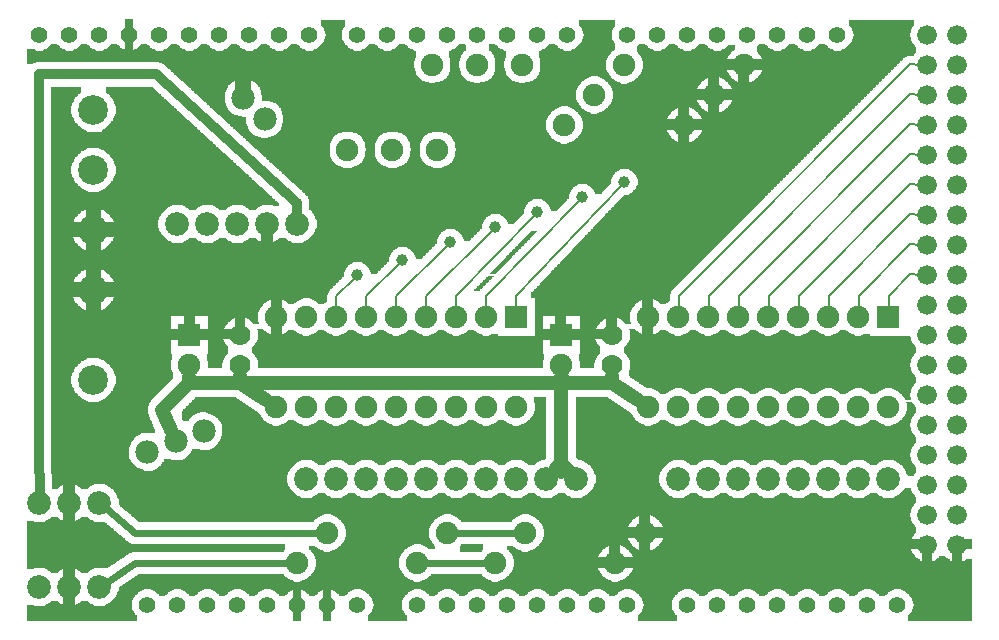
<source format=gbl>
G04 MADE WITH FRITZING*
G04 WWW.FRITZING.ORG*
G04 DOUBLE SIDED*
G04 HOLES PLATED*
G04 CONTOUR ON CENTER OF CONTOUR VECTOR*
%ASAXBY*%
%FSLAX23Y23*%
%MOIN*%
%OFA0B0*%
%SFA1.0B1.0*%
%ADD10C,0.075000*%
%ADD11C,0.079370*%
%ADD12C,0.078000*%
%ADD13C,0.070000*%
%ADD14C,0.039370*%
%ADD15C,0.055990*%
%ADD16C,0.065993*%
%ADD17C,0.065965*%
%ADD18C,0.099055*%
%ADD19R,0.075000X0.075000*%
%ADD20R,0.000198X0.000198*%
%ADD21C,0.024000*%
%ADD22C,0.048000*%
%ADD23C,0.008000*%
%ADD24C,0.032000*%
%LNCOPPER0*%
G90*
G70*
G54D10*
X2111Y924D03*
X120Y304D03*
X2844Y1995D03*
X2910Y1055D03*
X2910Y755D03*
X2810Y1055D03*
X2810Y755D03*
X2710Y1055D03*
X2710Y755D03*
X2610Y1055D03*
X2610Y755D03*
X2510Y1055D03*
X2510Y755D03*
X2410Y1055D03*
X2410Y755D03*
X2310Y1055D03*
X2310Y755D03*
X2210Y1055D03*
X2210Y755D03*
X2110Y1055D03*
X2110Y755D03*
X1670Y1055D03*
X1670Y755D03*
X1570Y1055D03*
X1570Y755D03*
X1470Y1055D03*
X1470Y755D03*
X1370Y1055D03*
X1370Y755D03*
X1270Y1055D03*
X1270Y755D03*
X1170Y1055D03*
X1170Y755D03*
X1070Y1055D03*
X1070Y755D03*
X970Y1055D03*
X970Y755D03*
X870Y1055D03*
X870Y755D03*
G54D11*
X280Y155D03*
X180Y155D03*
X80Y155D03*
X80Y435D03*
X180Y435D03*
X280Y435D03*
X2910Y515D03*
X2810Y515D03*
X2710Y515D03*
X2610Y515D03*
X2510Y515D03*
X2410Y515D03*
X2310Y515D03*
X2210Y515D03*
X970Y515D03*
X1070Y515D03*
X1170Y515D03*
X1270Y515D03*
X1370Y515D03*
X1470Y515D03*
X1570Y515D03*
X1670Y515D03*
X1770Y515D03*
X1870Y515D03*
X540Y1365D03*
X640Y1365D03*
X740Y1365D03*
X840Y1365D03*
X940Y1365D03*
G54D12*
X440Y605D03*
X534Y640D03*
X628Y674D03*
X760Y1785D03*
X831Y1715D03*
G54D13*
X750Y995D03*
X750Y895D03*
X1990Y995D03*
X1990Y895D03*
G54D10*
X580Y995D03*
X580Y895D03*
X1820Y995D03*
X1820Y895D03*
G54D14*
X1890Y1455D03*
X1740Y1405D03*
X1600Y1355D03*
X1450Y1305D03*
X1290Y1245D03*
X2030Y1505D03*
X1140Y1195D03*
G54D15*
X2340Y95D03*
X740Y95D03*
X2440Y95D03*
X2540Y95D03*
X2640Y95D03*
X2740Y95D03*
G54D16*
X3040Y1495D03*
G54D15*
X2840Y95D03*
X2940Y95D03*
X780Y1995D03*
X1340Y95D03*
X1440Y95D03*
X1540Y95D03*
X1640Y95D03*
G54D16*
X3040Y695D03*
G54D15*
X1740Y95D03*
X1840Y95D03*
X1940Y95D03*
X2040Y95D03*
X1540Y1995D03*
G54D16*
X3040Y1895D03*
X3040Y1095D03*
X3040Y295D03*
G54D15*
X380Y1995D03*
X1140Y95D03*
X1140Y1995D03*
G54D16*
X3040Y1695D03*
X3040Y1295D03*
G54D17*
X3040Y895D03*
G54D15*
X2740Y1995D03*
G54D16*
X3040Y495D03*
G54D15*
X2640Y1995D03*
X2540Y1995D03*
X2440Y1995D03*
X2340Y1995D03*
X2240Y1995D03*
X2140Y1995D03*
X2040Y1995D03*
X180Y1995D03*
X580Y1995D03*
X980Y1995D03*
X540Y95D03*
X940Y95D03*
X1740Y1995D03*
X1340Y1995D03*
G54D16*
X3040Y1995D03*
X3040Y1795D03*
X3040Y1595D03*
X3040Y1395D03*
X3040Y1195D03*
X3040Y995D03*
X3040Y795D03*
X3040Y595D03*
G54D17*
X3040Y395D03*
G54D15*
X80Y1995D03*
X280Y1995D03*
X480Y1995D03*
X680Y1995D03*
X880Y1995D03*
X440Y95D03*
X640Y95D03*
X840Y95D03*
X1040Y95D03*
X1840Y1995D03*
X1640Y1995D03*
X1440Y1995D03*
X1240Y1995D03*
G54D16*
X3140Y1995D03*
X3140Y1895D03*
X3140Y1795D03*
X3140Y1695D03*
X3140Y1595D03*
X3140Y1495D03*
X3140Y1395D03*
X3140Y1295D03*
X3140Y1195D03*
X3140Y1095D03*
X3140Y995D03*
G54D17*
X3140Y895D03*
G54D16*
X3140Y795D03*
X3140Y695D03*
X3140Y595D03*
X3140Y495D03*
G54D17*
X3140Y395D03*
G54D16*
X3140Y295D03*
G54D15*
X2240Y95D03*
G54D18*
X260Y1745D03*
X260Y1545D03*
X260Y1345D03*
X260Y1145D03*
X260Y845D03*
G54D10*
X2230Y1695D03*
X1830Y1695D03*
X2330Y1795D03*
X1930Y1795D03*
X2430Y1895D03*
X2030Y1895D03*
X1690Y1895D03*
X1407Y1613D03*
X1540Y1895D03*
X1257Y1613D03*
X2000Y235D03*
X1600Y235D03*
X2100Y335D03*
X1700Y335D03*
X1340Y235D03*
X940Y235D03*
X1440Y335D03*
X1040Y335D03*
X1390Y1895D03*
X1107Y1613D03*
G54D19*
X2910Y1055D03*
X1670Y1055D03*
X580Y995D03*
X1820Y995D03*
G54D20*
X262Y1696D03*
G54D21*
X304Y415D02*
X399Y334D01*
D02*
X399Y334D02*
X1012Y335D01*
G54D22*
D02*
X579Y835D02*
X750Y835D01*
D02*
X750Y835D02*
X750Y858D01*
D02*
X580Y856D02*
X579Y835D01*
D02*
X490Y744D02*
X518Y678D01*
D02*
X579Y835D02*
X490Y744D01*
D02*
X580Y856D02*
X579Y835D01*
G54D21*
D02*
X1672Y335D02*
X1469Y335D01*
G54D22*
D02*
X1990Y835D02*
X1990Y858D01*
D02*
X2077Y777D02*
X1990Y835D01*
D02*
X1820Y537D02*
X1820Y856D01*
D02*
X1820Y567D02*
X1799Y546D01*
D02*
X1841Y545D02*
X1820Y567D01*
G54D23*
D02*
X2411Y1124D02*
X2981Y1697D01*
D02*
X2981Y1697D02*
X3016Y1696D01*
D02*
X2411Y1078D02*
X2411Y1124D01*
D02*
X2981Y1897D02*
X3016Y1896D01*
D02*
X2211Y1124D02*
X2981Y1897D01*
D02*
X2211Y1078D02*
X2211Y1124D01*
D02*
X2711Y1124D02*
X2981Y1397D01*
D02*
X2981Y1397D02*
X3016Y1396D01*
D02*
X2711Y1078D02*
X2711Y1124D01*
D02*
X2981Y1197D02*
X2911Y1124D01*
D02*
X2911Y1124D02*
X2911Y1078D01*
D02*
X3016Y1196D02*
X2981Y1197D01*
D02*
X2511Y1124D02*
X2981Y1597D01*
D02*
X2981Y1597D02*
X3016Y1596D01*
D02*
X2511Y1078D02*
X2511Y1124D01*
D02*
X2311Y1124D02*
X2981Y1797D01*
D02*
X2981Y1797D02*
X3016Y1796D01*
D02*
X2311Y1078D02*
X2311Y1124D01*
D02*
X2611Y1124D02*
X2981Y1497D01*
D02*
X2981Y1497D02*
X3016Y1496D01*
D02*
X2611Y1078D02*
X2611Y1124D01*
D02*
X2981Y1297D02*
X2811Y1124D01*
D02*
X2811Y1124D02*
X2811Y1078D01*
D02*
X3016Y1296D02*
X2981Y1297D01*
D02*
X1570Y1124D02*
X1570Y1078D01*
D02*
X1881Y1446D02*
X1570Y1124D01*
D02*
X1470Y1124D02*
X1470Y1078D01*
D02*
X1731Y1396D02*
X1470Y1124D01*
D02*
X1370Y1124D02*
X1370Y1078D01*
D02*
X1591Y1346D02*
X1370Y1124D01*
D02*
X1270Y1124D02*
X1270Y1078D01*
D02*
X1441Y1296D02*
X1270Y1124D01*
D02*
X1170Y1124D02*
X1170Y1078D01*
D02*
X1281Y1236D02*
X1170Y1124D01*
D02*
X1670Y1124D02*
X1670Y1078D01*
D02*
X2021Y1496D02*
X1670Y1124D01*
G54D22*
D02*
X1821Y835D02*
X750Y835D01*
D02*
X1821Y856D02*
X1821Y835D01*
D02*
X1990Y835D02*
X1821Y835D01*
D02*
X1821Y835D02*
X1821Y856D01*
D02*
X1990Y858D02*
X1990Y835D01*
D02*
X750Y858D02*
X750Y835D01*
D02*
X750Y835D02*
X837Y777D01*
G54D23*
D02*
X1070Y1124D02*
X1070Y1078D01*
D02*
X1131Y1186D02*
X1070Y1124D01*
G54D24*
D02*
X81Y472D02*
X81Y495D01*
D02*
X81Y495D02*
X79Y573D01*
D02*
X79Y573D02*
X79Y1864D01*
D02*
X79Y1864D02*
X470Y1864D01*
D02*
X470Y1864D02*
X939Y1434D01*
D02*
X939Y1434D02*
X939Y1402D01*
G54D21*
D02*
X1572Y235D02*
X1369Y235D01*
D02*
X399Y234D02*
X912Y235D01*
D02*
X306Y172D02*
X399Y234D01*
G36*
X1720Y1343D02*
X1720Y1341D01*
X1718Y1341D01*
X1718Y1339D01*
X1716Y1339D01*
X1716Y1337D01*
X1714Y1337D01*
X1714Y1335D01*
X1712Y1335D01*
X1712Y1333D01*
X1710Y1333D01*
X1710Y1331D01*
X1708Y1331D01*
X1708Y1329D01*
X1706Y1329D01*
X1706Y1327D01*
X1704Y1327D01*
X1704Y1325D01*
X1702Y1325D01*
X1702Y1323D01*
X1700Y1323D01*
X1700Y1321D01*
X1698Y1321D01*
X1698Y1319D01*
X1696Y1319D01*
X1696Y1317D01*
X1694Y1317D01*
X1694Y1315D01*
X1692Y1315D01*
X1692Y1313D01*
X1690Y1313D01*
X1690Y1311D01*
X1688Y1311D01*
X1688Y1309D01*
X1686Y1309D01*
X1686Y1307D01*
X1684Y1307D01*
X1684Y1305D01*
X1682Y1305D01*
X1682Y1301D01*
X1680Y1301D01*
X1680Y1299D01*
X1678Y1299D01*
X1678Y1297D01*
X1676Y1297D01*
X1676Y1295D01*
X1674Y1295D01*
X1674Y1293D01*
X1672Y1293D01*
X1672Y1291D01*
X1670Y1291D01*
X1670Y1289D01*
X1668Y1289D01*
X1668Y1287D01*
X1666Y1287D01*
X1666Y1285D01*
X1664Y1285D01*
X1664Y1283D01*
X1662Y1283D01*
X1662Y1281D01*
X1660Y1281D01*
X1660Y1279D01*
X1658Y1279D01*
X1658Y1277D01*
X1656Y1277D01*
X1656Y1275D01*
X1654Y1275D01*
X1654Y1273D01*
X1652Y1273D01*
X1652Y1271D01*
X1650Y1271D01*
X1650Y1269D01*
X1648Y1269D01*
X1648Y1267D01*
X1646Y1267D01*
X1646Y1265D01*
X1644Y1265D01*
X1644Y1263D01*
X1642Y1263D01*
X1642Y1261D01*
X1640Y1261D01*
X1640Y1259D01*
X1638Y1259D01*
X1638Y1257D01*
X1636Y1257D01*
X1636Y1255D01*
X1634Y1255D01*
X1634Y1253D01*
X1632Y1253D01*
X1632Y1249D01*
X1630Y1249D01*
X1630Y1247D01*
X1628Y1247D01*
X1628Y1245D01*
X1626Y1245D01*
X1626Y1243D01*
X1624Y1243D01*
X1624Y1241D01*
X1622Y1241D01*
X1622Y1239D01*
X1620Y1239D01*
X1620Y1237D01*
X1618Y1237D01*
X1618Y1235D01*
X1616Y1235D01*
X1616Y1233D01*
X1614Y1233D01*
X1614Y1231D01*
X1612Y1231D01*
X1612Y1229D01*
X1610Y1229D01*
X1610Y1227D01*
X1608Y1227D01*
X1608Y1225D01*
X1606Y1225D01*
X1606Y1223D01*
X1604Y1223D01*
X1604Y1221D01*
X1602Y1221D01*
X1602Y1219D01*
X1600Y1219D01*
X1600Y1217D01*
X1598Y1217D01*
X1598Y1215D01*
X1596Y1215D01*
X1596Y1213D01*
X1594Y1213D01*
X1594Y1211D01*
X1592Y1211D01*
X1592Y1209D01*
X1590Y1209D01*
X1590Y1207D01*
X1588Y1207D01*
X1588Y1205D01*
X1586Y1205D01*
X1586Y1203D01*
X1584Y1203D01*
X1584Y1201D01*
X1582Y1201D01*
X1582Y1199D01*
X1580Y1199D01*
X1580Y1197D01*
X1600Y1197D01*
X1600Y1199D01*
X1602Y1199D01*
X1602Y1201D01*
X1604Y1201D01*
X1604Y1203D01*
X1606Y1203D01*
X1606Y1205D01*
X1608Y1205D01*
X1608Y1207D01*
X1610Y1207D01*
X1610Y1209D01*
X1612Y1209D01*
X1612Y1211D01*
X1614Y1211D01*
X1614Y1213D01*
X1616Y1213D01*
X1616Y1215D01*
X1618Y1215D01*
X1618Y1217D01*
X1620Y1217D01*
X1620Y1219D01*
X1622Y1219D01*
X1622Y1221D01*
X1624Y1221D01*
X1624Y1223D01*
X1626Y1223D01*
X1626Y1225D01*
X1628Y1225D01*
X1628Y1227D01*
X1630Y1227D01*
X1630Y1229D01*
X1632Y1229D01*
X1632Y1231D01*
X1634Y1231D01*
X1634Y1233D01*
X1636Y1233D01*
X1636Y1235D01*
X1638Y1235D01*
X1638Y1237D01*
X1640Y1237D01*
X1640Y1239D01*
X1642Y1239D01*
X1642Y1241D01*
X1644Y1241D01*
X1644Y1243D01*
X1646Y1243D01*
X1646Y1245D01*
X1648Y1245D01*
X1648Y1247D01*
X1650Y1247D01*
X1650Y1249D01*
X1652Y1249D01*
X1652Y1251D01*
X1654Y1251D01*
X1654Y1255D01*
X1656Y1255D01*
X1656Y1257D01*
X1658Y1257D01*
X1658Y1259D01*
X1660Y1259D01*
X1660Y1261D01*
X1662Y1261D01*
X1662Y1263D01*
X1664Y1263D01*
X1664Y1265D01*
X1666Y1265D01*
X1666Y1267D01*
X1668Y1267D01*
X1668Y1269D01*
X1670Y1269D01*
X1670Y1271D01*
X1672Y1271D01*
X1672Y1273D01*
X1674Y1273D01*
X1674Y1275D01*
X1676Y1275D01*
X1676Y1277D01*
X1678Y1277D01*
X1678Y1279D01*
X1680Y1279D01*
X1680Y1281D01*
X1682Y1281D01*
X1682Y1283D01*
X1684Y1283D01*
X1684Y1285D01*
X1686Y1285D01*
X1686Y1287D01*
X1688Y1287D01*
X1688Y1289D01*
X1690Y1289D01*
X1690Y1291D01*
X1692Y1291D01*
X1692Y1293D01*
X1694Y1293D01*
X1694Y1295D01*
X1696Y1295D01*
X1696Y1297D01*
X1698Y1297D01*
X1698Y1299D01*
X1700Y1299D01*
X1700Y1301D01*
X1702Y1301D01*
X1702Y1303D01*
X1704Y1303D01*
X1704Y1305D01*
X1706Y1305D01*
X1706Y1307D01*
X1708Y1307D01*
X1708Y1309D01*
X1710Y1309D01*
X1710Y1311D01*
X1712Y1311D01*
X1712Y1313D01*
X1714Y1313D01*
X1714Y1315D01*
X1716Y1315D01*
X1716Y1319D01*
X1718Y1319D01*
X1718Y1321D01*
X1720Y1321D01*
X1720Y1323D01*
X1722Y1323D01*
X1722Y1325D01*
X1724Y1325D01*
X1724Y1327D01*
X1726Y1327D01*
X1726Y1329D01*
X1728Y1329D01*
X1728Y1331D01*
X1730Y1331D01*
X1730Y1333D01*
X1732Y1333D01*
X1732Y1335D01*
X1734Y1335D01*
X1734Y1337D01*
X1736Y1337D01*
X1736Y1339D01*
X1738Y1339D01*
X1738Y1341D01*
X1740Y1341D01*
X1740Y1343D01*
X1720Y1343D01*
G37*
D02*
G36*
X1574Y1191D02*
X1574Y1189D01*
X1572Y1189D01*
X1572Y1187D01*
X1570Y1187D01*
X1570Y1185D01*
X1568Y1185D01*
X1568Y1183D01*
X1566Y1183D01*
X1566Y1181D01*
X1564Y1181D01*
X1564Y1179D01*
X1562Y1179D01*
X1562Y1177D01*
X1560Y1177D01*
X1560Y1175D01*
X1558Y1175D01*
X1558Y1173D01*
X1556Y1173D01*
X1556Y1171D01*
X1554Y1171D01*
X1554Y1169D01*
X1552Y1169D01*
X1552Y1167D01*
X1550Y1167D01*
X1550Y1165D01*
X1548Y1165D01*
X1548Y1163D01*
X1546Y1163D01*
X1546Y1161D01*
X1544Y1161D01*
X1544Y1159D01*
X1542Y1159D01*
X1542Y1157D01*
X1540Y1157D01*
X1540Y1155D01*
X1538Y1155D01*
X1538Y1153D01*
X1536Y1153D01*
X1536Y1151D01*
X1534Y1151D01*
X1534Y1149D01*
X1532Y1149D01*
X1532Y1147D01*
X1530Y1147D01*
X1530Y1145D01*
X1528Y1145D01*
X1528Y1143D01*
X1548Y1143D01*
X1548Y1145D01*
X1550Y1145D01*
X1550Y1147D01*
X1552Y1147D01*
X1552Y1149D01*
X1554Y1149D01*
X1554Y1151D01*
X1556Y1151D01*
X1556Y1153D01*
X1558Y1153D01*
X1558Y1155D01*
X1560Y1155D01*
X1560Y1157D01*
X1562Y1157D01*
X1562Y1159D01*
X1564Y1159D01*
X1564Y1161D01*
X1566Y1161D01*
X1566Y1163D01*
X1568Y1163D01*
X1568Y1165D01*
X1570Y1165D01*
X1570Y1167D01*
X1572Y1167D01*
X1572Y1169D01*
X1574Y1169D01*
X1574Y1171D01*
X1576Y1171D01*
X1576Y1173D01*
X1578Y1173D01*
X1578Y1175D01*
X1580Y1175D01*
X1580Y1177D01*
X1582Y1177D01*
X1582Y1179D01*
X1584Y1179D01*
X1584Y1181D01*
X1586Y1181D01*
X1586Y1183D01*
X1588Y1183D01*
X1588Y1185D01*
X1590Y1185D01*
X1590Y1187D01*
X1592Y1187D01*
X1592Y1189D01*
X1594Y1189D01*
X1594Y1191D01*
X1574Y1191D01*
G37*
D02*
G36*
X2046Y1015D02*
X2046Y1011D01*
X2048Y1011D01*
X2048Y1005D01*
X2050Y1005D01*
X2050Y993D01*
X2100Y993D01*
X2100Y995D01*
X2094Y995D01*
X2094Y997D01*
X2088Y997D01*
X2088Y999D01*
X2084Y999D01*
X2084Y1001D01*
X2082Y1001D01*
X2082Y1003D01*
X2078Y1003D01*
X2078Y1005D01*
X2076Y1005D01*
X2076Y1007D01*
X2074Y1007D01*
X2074Y1009D01*
X2070Y1009D01*
X2070Y1011D01*
X2068Y1011D01*
X2068Y1013D01*
X2066Y1013D01*
X2066Y1015D01*
X2046Y1015D01*
G37*
D02*
G36*
X2150Y1011D02*
X2150Y1009D01*
X2148Y1009D01*
X2148Y1007D01*
X2144Y1007D01*
X2144Y1005D01*
X2142Y1005D01*
X2142Y1003D01*
X2138Y1003D01*
X2138Y1001D01*
X2136Y1001D01*
X2136Y999D01*
X2132Y999D01*
X2132Y997D01*
X2126Y997D01*
X2126Y995D01*
X2120Y995D01*
X2120Y993D01*
X2200Y993D01*
X2200Y995D01*
X2194Y995D01*
X2194Y997D01*
X2188Y997D01*
X2188Y999D01*
X2184Y999D01*
X2184Y1001D01*
X2182Y1001D01*
X2182Y1003D01*
X2178Y1003D01*
X2178Y1005D01*
X2176Y1005D01*
X2176Y1007D01*
X2174Y1007D01*
X2174Y1009D01*
X2170Y1009D01*
X2170Y1011D01*
X2150Y1011D01*
G37*
D02*
G36*
X2250Y1011D02*
X2250Y1009D01*
X2248Y1009D01*
X2248Y1007D01*
X2244Y1007D01*
X2244Y1005D01*
X2242Y1005D01*
X2242Y1003D01*
X2238Y1003D01*
X2238Y1001D01*
X2236Y1001D01*
X2236Y999D01*
X2232Y999D01*
X2232Y997D01*
X2226Y997D01*
X2226Y995D01*
X2220Y995D01*
X2220Y993D01*
X2300Y993D01*
X2300Y995D01*
X2294Y995D01*
X2294Y997D01*
X2288Y997D01*
X2288Y999D01*
X2284Y999D01*
X2284Y1001D01*
X2282Y1001D01*
X2282Y1003D01*
X2278Y1003D01*
X2278Y1005D01*
X2276Y1005D01*
X2276Y1007D01*
X2274Y1007D01*
X2274Y1009D01*
X2270Y1009D01*
X2270Y1011D01*
X2250Y1011D01*
G37*
D02*
G36*
X2350Y1011D02*
X2350Y1009D01*
X2348Y1009D01*
X2348Y1007D01*
X2344Y1007D01*
X2344Y1005D01*
X2342Y1005D01*
X2342Y1003D01*
X2338Y1003D01*
X2338Y1001D01*
X2336Y1001D01*
X2336Y999D01*
X2332Y999D01*
X2332Y997D01*
X2326Y997D01*
X2326Y995D01*
X2320Y995D01*
X2320Y993D01*
X2400Y993D01*
X2400Y995D01*
X2394Y995D01*
X2394Y997D01*
X2388Y997D01*
X2388Y999D01*
X2384Y999D01*
X2384Y1001D01*
X2382Y1001D01*
X2382Y1003D01*
X2378Y1003D01*
X2378Y1005D01*
X2376Y1005D01*
X2376Y1007D01*
X2374Y1007D01*
X2374Y1009D01*
X2370Y1009D01*
X2370Y1011D01*
X2350Y1011D01*
G37*
D02*
G36*
X2450Y1011D02*
X2450Y1009D01*
X2448Y1009D01*
X2448Y1007D01*
X2444Y1007D01*
X2444Y1005D01*
X2442Y1005D01*
X2442Y1003D01*
X2438Y1003D01*
X2438Y1001D01*
X2436Y1001D01*
X2436Y999D01*
X2432Y999D01*
X2432Y997D01*
X2426Y997D01*
X2426Y995D01*
X2420Y995D01*
X2420Y993D01*
X2500Y993D01*
X2500Y995D01*
X2494Y995D01*
X2494Y997D01*
X2488Y997D01*
X2488Y999D01*
X2484Y999D01*
X2484Y1001D01*
X2482Y1001D01*
X2482Y1003D01*
X2478Y1003D01*
X2478Y1005D01*
X2476Y1005D01*
X2476Y1007D01*
X2474Y1007D01*
X2474Y1009D01*
X2470Y1009D01*
X2470Y1011D01*
X2450Y1011D01*
G37*
D02*
G36*
X2550Y1011D02*
X2550Y1009D01*
X2548Y1009D01*
X2548Y1007D01*
X2544Y1007D01*
X2544Y1005D01*
X2542Y1005D01*
X2542Y1003D01*
X2538Y1003D01*
X2538Y1001D01*
X2536Y1001D01*
X2536Y999D01*
X2532Y999D01*
X2532Y997D01*
X2526Y997D01*
X2526Y995D01*
X2520Y995D01*
X2520Y993D01*
X2600Y993D01*
X2600Y995D01*
X2594Y995D01*
X2594Y997D01*
X2588Y997D01*
X2588Y999D01*
X2584Y999D01*
X2584Y1001D01*
X2582Y1001D01*
X2582Y1003D01*
X2578Y1003D01*
X2578Y1005D01*
X2576Y1005D01*
X2576Y1007D01*
X2574Y1007D01*
X2574Y1009D01*
X2570Y1009D01*
X2570Y1011D01*
X2550Y1011D01*
G37*
D02*
G36*
X2650Y1011D02*
X2650Y1009D01*
X2648Y1009D01*
X2648Y1007D01*
X2644Y1007D01*
X2644Y1005D01*
X2642Y1005D01*
X2642Y1003D01*
X2638Y1003D01*
X2638Y1001D01*
X2636Y1001D01*
X2636Y999D01*
X2632Y999D01*
X2632Y997D01*
X2626Y997D01*
X2626Y995D01*
X2620Y995D01*
X2620Y993D01*
X2700Y993D01*
X2700Y995D01*
X2694Y995D01*
X2694Y997D01*
X2688Y997D01*
X2688Y999D01*
X2684Y999D01*
X2684Y1001D01*
X2682Y1001D01*
X2682Y1003D01*
X2678Y1003D01*
X2678Y1005D01*
X2676Y1005D01*
X2676Y1007D01*
X2674Y1007D01*
X2674Y1009D01*
X2670Y1009D01*
X2670Y1011D01*
X2650Y1011D01*
G37*
D02*
G36*
X2750Y1011D02*
X2750Y1009D01*
X2748Y1009D01*
X2748Y1007D01*
X2744Y1007D01*
X2744Y1005D01*
X2742Y1005D01*
X2742Y1003D01*
X2738Y1003D01*
X2738Y1001D01*
X2736Y1001D01*
X2736Y999D01*
X2732Y999D01*
X2732Y997D01*
X2726Y997D01*
X2726Y995D01*
X2720Y995D01*
X2720Y993D01*
X2800Y993D01*
X2800Y995D01*
X2794Y995D01*
X2794Y997D01*
X2788Y997D01*
X2788Y999D01*
X2784Y999D01*
X2784Y1001D01*
X2782Y1001D01*
X2782Y1003D01*
X2778Y1003D01*
X2778Y1005D01*
X2776Y1005D01*
X2776Y1007D01*
X2774Y1007D01*
X2774Y1009D01*
X2770Y1009D01*
X2770Y1011D01*
X2750Y1011D01*
G37*
D02*
G36*
X2826Y997D02*
X2826Y995D01*
X2820Y995D01*
X2820Y993D01*
X2848Y993D01*
X2848Y997D01*
X2826Y997D01*
G37*
D02*
G36*
X2050Y993D02*
X2050Y991D01*
X2982Y991D01*
X2982Y993D01*
X2050Y993D01*
G37*
D02*
G36*
X2050Y993D02*
X2050Y991D01*
X2982Y991D01*
X2982Y993D01*
X2050Y993D01*
G37*
D02*
G36*
X2050Y993D02*
X2050Y991D01*
X2982Y991D01*
X2982Y993D01*
X2050Y993D01*
G37*
D02*
G36*
X2050Y993D02*
X2050Y991D01*
X2982Y991D01*
X2982Y993D01*
X2050Y993D01*
G37*
D02*
G36*
X2050Y993D02*
X2050Y991D01*
X2982Y991D01*
X2982Y993D01*
X2050Y993D01*
G37*
D02*
G36*
X2050Y993D02*
X2050Y991D01*
X2982Y991D01*
X2982Y993D01*
X2050Y993D01*
G37*
D02*
G36*
X2050Y993D02*
X2050Y991D01*
X2982Y991D01*
X2982Y993D01*
X2050Y993D01*
G37*
D02*
G36*
X2050Y993D02*
X2050Y991D01*
X2982Y991D01*
X2982Y993D01*
X2050Y993D01*
G37*
D02*
G36*
X2050Y993D02*
X2050Y991D01*
X2982Y991D01*
X2982Y993D01*
X2050Y993D01*
G37*
D02*
G36*
X2050Y991D02*
X2050Y985D01*
X2048Y985D01*
X2048Y979D01*
X2046Y979D01*
X2046Y975D01*
X2044Y975D01*
X2044Y971D01*
X2042Y971D01*
X2042Y967D01*
X2040Y967D01*
X2040Y965D01*
X2038Y965D01*
X2038Y961D01*
X2036Y961D01*
X2036Y959D01*
X2034Y959D01*
X2034Y957D01*
X2032Y957D01*
X2032Y955D01*
X2030Y955D01*
X2030Y935D01*
X2032Y935D01*
X2032Y933D01*
X2034Y933D01*
X2034Y931D01*
X2036Y931D01*
X2036Y929D01*
X2038Y929D01*
X2038Y927D01*
X2040Y927D01*
X2040Y923D01*
X2042Y923D01*
X2042Y919D01*
X2044Y919D01*
X2044Y917D01*
X2046Y917D01*
X2046Y911D01*
X2048Y911D01*
X2048Y905D01*
X2050Y905D01*
X2050Y885D01*
X2048Y885D01*
X2048Y879D01*
X2046Y879D01*
X2046Y857D01*
X2048Y857D01*
X2048Y855D01*
X2050Y855D01*
X2050Y853D01*
X2054Y853D01*
X2054Y851D01*
X2056Y851D01*
X2056Y849D01*
X2060Y849D01*
X2060Y847D01*
X2062Y847D01*
X2062Y845D01*
X2066Y845D01*
X2066Y843D01*
X2068Y843D01*
X2068Y841D01*
X2072Y841D01*
X2072Y839D01*
X2074Y839D01*
X2074Y837D01*
X2078Y837D01*
X2078Y835D01*
X2080Y835D01*
X2080Y833D01*
X2084Y833D01*
X2084Y831D01*
X2086Y831D01*
X2086Y829D01*
X2090Y829D01*
X2090Y827D01*
X2092Y827D01*
X2092Y825D01*
X2096Y825D01*
X2096Y823D01*
X2098Y823D01*
X2098Y821D01*
X2102Y821D01*
X2102Y819D01*
X2104Y819D01*
X2104Y817D01*
X2922Y817D01*
X2922Y815D01*
X2928Y815D01*
X2928Y813D01*
X2932Y813D01*
X2932Y811D01*
X2936Y811D01*
X2936Y809D01*
X2940Y809D01*
X2940Y807D01*
X2942Y807D01*
X2942Y805D01*
X2946Y805D01*
X2946Y803D01*
X2948Y803D01*
X2948Y801D01*
X2950Y801D01*
X2950Y799D01*
X2952Y799D01*
X2952Y797D01*
X2954Y797D01*
X2954Y795D01*
X2956Y795D01*
X2956Y793D01*
X2958Y793D01*
X2958Y791D01*
X2960Y791D01*
X2960Y787D01*
X2962Y787D01*
X2962Y785D01*
X2964Y785D01*
X2964Y781D01*
X2966Y781D01*
X2966Y777D01*
X2986Y777D01*
X2986Y781D01*
X2984Y781D01*
X2984Y787D01*
X2982Y787D01*
X2982Y803D01*
X2984Y803D01*
X2984Y811D01*
X2986Y811D01*
X2986Y815D01*
X2988Y815D01*
X2988Y819D01*
X2990Y819D01*
X2990Y823D01*
X2992Y823D01*
X2992Y825D01*
X2994Y825D01*
X2994Y829D01*
X2996Y829D01*
X2996Y831D01*
X2998Y831D01*
X2998Y833D01*
X3000Y833D01*
X3000Y835D01*
X3002Y835D01*
X3002Y855D01*
X3000Y855D01*
X3000Y857D01*
X2998Y857D01*
X2998Y861D01*
X2996Y861D01*
X2996Y863D01*
X2994Y863D01*
X2994Y865D01*
X2992Y865D01*
X2992Y869D01*
X2990Y869D01*
X2990Y871D01*
X2988Y871D01*
X2988Y875D01*
X2986Y875D01*
X2986Y881D01*
X2984Y881D01*
X2984Y887D01*
X2982Y887D01*
X2982Y903D01*
X2984Y903D01*
X2984Y911D01*
X2986Y911D01*
X2986Y915D01*
X2988Y915D01*
X2988Y919D01*
X2990Y919D01*
X2990Y923D01*
X2992Y923D01*
X2992Y925D01*
X2994Y925D01*
X2994Y929D01*
X2996Y929D01*
X2996Y931D01*
X2998Y931D01*
X2998Y933D01*
X3000Y933D01*
X3000Y935D01*
X3002Y935D01*
X3002Y955D01*
X3000Y955D01*
X3000Y957D01*
X2998Y957D01*
X2998Y961D01*
X2996Y961D01*
X2996Y963D01*
X2994Y963D01*
X2994Y965D01*
X2992Y965D01*
X2992Y969D01*
X2990Y969D01*
X2990Y971D01*
X2988Y971D01*
X2988Y975D01*
X2986Y975D01*
X2986Y981D01*
X2984Y981D01*
X2984Y987D01*
X2982Y987D01*
X2982Y991D01*
X2050Y991D01*
G37*
D02*
G36*
X2122Y817D02*
X2122Y815D01*
X2128Y815D01*
X2128Y813D01*
X2132Y813D01*
X2132Y811D01*
X2136Y811D01*
X2136Y809D01*
X2140Y809D01*
X2140Y807D01*
X2142Y807D01*
X2142Y805D01*
X2146Y805D01*
X2146Y803D01*
X2148Y803D01*
X2148Y801D01*
X2150Y801D01*
X2150Y799D01*
X2170Y799D01*
X2170Y801D01*
X2172Y801D01*
X2172Y803D01*
X2174Y803D01*
X2174Y805D01*
X2178Y805D01*
X2178Y807D01*
X2180Y807D01*
X2180Y809D01*
X2184Y809D01*
X2184Y811D01*
X2188Y811D01*
X2188Y813D01*
X2192Y813D01*
X2192Y815D01*
X2198Y815D01*
X2198Y817D01*
X2122Y817D01*
G37*
D02*
G36*
X2222Y817D02*
X2222Y815D01*
X2228Y815D01*
X2228Y813D01*
X2232Y813D01*
X2232Y811D01*
X2236Y811D01*
X2236Y809D01*
X2240Y809D01*
X2240Y807D01*
X2242Y807D01*
X2242Y805D01*
X2246Y805D01*
X2246Y803D01*
X2248Y803D01*
X2248Y801D01*
X2250Y801D01*
X2250Y799D01*
X2270Y799D01*
X2270Y801D01*
X2272Y801D01*
X2272Y803D01*
X2274Y803D01*
X2274Y805D01*
X2278Y805D01*
X2278Y807D01*
X2280Y807D01*
X2280Y809D01*
X2284Y809D01*
X2284Y811D01*
X2288Y811D01*
X2288Y813D01*
X2292Y813D01*
X2292Y815D01*
X2298Y815D01*
X2298Y817D01*
X2222Y817D01*
G37*
D02*
G36*
X2322Y817D02*
X2322Y815D01*
X2328Y815D01*
X2328Y813D01*
X2332Y813D01*
X2332Y811D01*
X2336Y811D01*
X2336Y809D01*
X2340Y809D01*
X2340Y807D01*
X2342Y807D01*
X2342Y805D01*
X2346Y805D01*
X2346Y803D01*
X2348Y803D01*
X2348Y801D01*
X2350Y801D01*
X2350Y799D01*
X2370Y799D01*
X2370Y801D01*
X2372Y801D01*
X2372Y803D01*
X2374Y803D01*
X2374Y805D01*
X2378Y805D01*
X2378Y807D01*
X2380Y807D01*
X2380Y809D01*
X2384Y809D01*
X2384Y811D01*
X2388Y811D01*
X2388Y813D01*
X2392Y813D01*
X2392Y815D01*
X2398Y815D01*
X2398Y817D01*
X2322Y817D01*
G37*
D02*
G36*
X2422Y817D02*
X2422Y815D01*
X2428Y815D01*
X2428Y813D01*
X2432Y813D01*
X2432Y811D01*
X2436Y811D01*
X2436Y809D01*
X2440Y809D01*
X2440Y807D01*
X2442Y807D01*
X2442Y805D01*
X2446Y805D01*
X2446Y803D01*
X2448Y803D01*
X2448Y801D01*
X2450Y801D01*
X2450Y799D01*
X2470Y799D01*
X2470Y801D01*
X2472Y801D01*
X2472Y803D01*
X2474Y803D01*
X2474Y805D01*
X2478Y805D01*
X2478Y807D01*
X2480Y807D01*
X2480Y809D01*
X2484Y809D01*
X2484Y811D01*
X2488Y811D01*
X2488Y813D01*
X2492Y813D01*
X2492Y815D01*
X2498Y815D01*
X2498Y817D01*
X2422Y817D01*
G37*
D02*
G36*
X2522Y817D02*
X2522Y815D01*
X2528Y815D01*
X2528Y813D01*
X2532Y813D01*
X2532Y811D01*
X2536Y811D01*
X2536Y809D01*
X2540Y809D01*
X2540Y807D01*
X2542Y807D01*
X2542Y805D01*
X2546Y805D01*
X2546Y803D01*
X2548Y803D01*
X2548Y801D01*
X2550Y801D01*
X2550Y799D01*
X2570Y799D01*
X2570Y801D01*
X2572Y801D01*
X2572Y803D01*
X2574Y803D01*
X2574Y805D01*
X2578Y805D01*
X2578Y807D01*
X2580Y807D01*
X2580Y809D01*
X2584Y809D01*
X2584Y811D01*
X2588Y811D01*
X2588Y813D01*
X2592Y813D01*
X2592Y815D01*
X2598Y815D01*
X2598Y817D01*
X2522Y817D01*
G37*
D02*
G36*
X2622Y817D02*
X2622Y815D01*
X2628Y815D01*
X2628Y813D01*
X2632Y813D01*
X2632Y811D01*
X2636Y811D01*
X2636Y809D01*
X2640Y809D01*
X2640Y807D01*
X2642Y807D01*
X2642Y805D01*
X2646Y805D01*
X2646Y803D01*
X2648Y803D01*
X2648Y801D01*
X2650Y801D01*
X2650Y799D01*
X2670Y799D01*
X2670Y801D01*
X2672Y801D01*
X2672Y803D01*
X2674Y803D01*
X2674Y805D01*
X2678Y805D01*
X2678Y807D01*
X2680Y807D01*
X2680Y809D01*
X2684Y809D01*
X2684Y811D01*
X2688Y811D01*
X2688Y813D01*
X2692Y813D01*
X2692Y815D01*
X2698Y815D01*
X2698Y817D01*
X2622Y817D01*
G37*
D02*
G36*
X2722Y817D02*
X2722Y815D01*
X2728Y815D01*
X2728Y813D01*
X2732Y813D01*
X2732Y811D01*
X2736Y811D01*
X2736Y809D01*
X2740Y809D01*
X2740Y807D01*
X2742Y807D01*
X2742Y805D01*
X2746Y805D01*
X2746Y803D01*
X2748Y803D01*
X2748Y801D01*
X2750Y801D01*
X2750Y799D01*
X2770Y799D01*
X2770Y801D01*
X2772Y801D01*
X2772Y803D01*
X2774Y803D01*
X2774Y805D01*
X2778Y805D01*
X2778Y807D01*
X2780Y807D01*
X2780Y809D01*
X2784Y809D01*
X2784Y811D01*
X2788Y811D01*
X2788Y813D01*
X2792Y813D01*
X2792Y815D01*
X2798Y815D01*
X2798Y817D01*
X2722Y817D01*
G37*
D02*
G36*
X2822Y817D02*
X2822Y815D01*
X2828Y815D01*
X2828Y813D01*
X2832Y813D01*
X2832Y811D01*
X2836Y811D01*
X2836Y809D01*
X2840Y809D01*
X2840Y807D01*
X2842Y807D01*
X2842Y805D01*
X2846Y805D01*
X2846Y803D01*
X2848Y803D01*
X2848Y801D01*
X2850Y801D01*
X2850Y799D01*
X2870Y799D01*
X2870Y801D01*
X2872Y801D01*
X2872Y803D01*
X2874Y803D01*
X2874Y805D01*
X2878Y805D01*
X2878Y807D01*
X2880Y807D01*
X2880Y809D01*
X2884Y809D01*
X2884Y811D01*
X2888Y811D01*
X2888Y813D01*
X2892Y813D01*
X2892Y815D01*
X2898Y815D01*
X2898Y817D01*
X2822Y817D01*
G37*
D02*
G36*
X120Y389D02*
X120Y387D01*
X118Y387D01*
X118Y385D01*
X116Y385D01*
X116Y383D01*
X112Y383D01*
X112Y381D01*
X110Y381D01*
X110Y379D01*
X106Y379D01*
X106Y377D01*
X102Y377D01*
X102Y375D01*
X98Y375D01*
X98Y373D01*
X92Y373D01*
X92Y371D01*
X168Y371D01*
X168Y373D01*
X162Y373D01*
X162Y375D01*
X158Y375D01*
X158Y377D01*
X154Y377D01*
X154Y379D01*
X150Y379D01*
X150Y381D01*
X148Y381D01*
X148Y383D01*
X144Y383D01*
X144Y385D01*
X142Y385D01*
X142Y387D01*
X140Y387D01*
X140Y389D01*
X120Y389D01*
G37*
D02*
G36*
X220Y389D02*
X220Y387D01*
X218Y387D01*
X218Y385D01*
X216Y385D01*
X216Y383D01*
X212Y383D01*
X212Y381D01*
X210Y381D01*
X210Y379D01*
X206Y379D01*
X206Y377D01*
X202Y377D01*
X202Y375D01*
X198Y375D01*
X198Y373D01*
X192Y373D01*
X192Y371D01*
X268Y371D01*
X268Y373D01*
X262Y373D01*
X262Y375D01*
X258Y375D01*
X258Y377D01*
X254Y377D01*
X254Y379D01*
X250Y379D01*
X250Y381D01*
X248Y381D01*
X248Y383D01*
X244Y383D01*
X244Y385D01*
X242Y385D01*
X242Y387D01*
X240Y387D01*
X240Y389D01*
X220Y389D01*
G37*
D02*
G36*
X40Y375D02*
X40Y371D01*
X68Y371D01*
X68Y373D01*
X62Y373D01*
X62Y375D01*
X40Y375D01*
G37*
D02*
G36*
X40Y371D02*
X40Y369D01*
X300Y369D01*
X300Y371D01*
X40Y371D01*
G37*
D02*
G36*
X40Y371D02*
X40Y369D01*
X300Y369D01*
X300Y371D01*
X40Y371D01*
G37*
D02*
G36*
X40Y371D02*
X40Y369D01*
X300Y369D01*
X300Y371D01*
X40Y371D01*
G37*
D02*
G36*
X40Y369D02*
X40Y219D01*
X194Y219D01*
X194Y217D01*
X200Y217D01*
X200Y215D01*
X204Y215D01*
X204Y213D01*
X208Y213D01*
X208Y211D01*
X210Y211D01*
X210Y209D01*
X214Y209D01*
X214Y207D01*
X216Y207D01*
X216Y205D01*
X218Y205D01*
X218Y203D01*
X242Y203D01*
X242Y205D01*
X244Y205D01*
X244Y207D01*
X246Y207D01*
X246Y209D01*
X250Y209D01*
X250Y211D01*
X252Y211D01*
X252Y213D01*
X256Y213D01*
X256Y215D01*
X262Y215D01*
X262Y217D01*
X268Y217D01*
X268Y219D01*
X310Y219D01*
X310Y221D01*
X314Y221D01*
X314Y223D01*
X316Y223D01*
X316Y225D01*
X320Y225D01*
X320Y227D01*
X322Y227D01*
X322Y229D01*
X326Y229D01*
X326Y231D01*
X328Y231D01*
X328Y233D01*
X332Y233D01*
X332Y235D01*
X334Y235D01*
X334Y237D01*
X338Y237D01*
X338Y239D01*
X340Y239D01*
X340Y241D01*
X344Y241D01*
X344Y243D01*
X346Y243D01*
X346Y245D01*
X350Y245D01*
X350Y247D01*
X352Y247D01*
X352Y249D01*
X356Y249D01*
X356Y251D01*
X358Y251D01*
X358Y253D01*
X362Y253D01*
X362Y255D01*
X364Y255D01*
X364Y257D01*
X368Y257D01*
X368Y259D01*
X370Y259D01*
X370Y261D01*
X374Y261D01*
X374Y263D01*
X376Y263D01*
X376Y265D01*
X380Y265D01*
X380Y267D01*
X384Y267D01*
X384Y269D01*
X390Y269D01*
X390Y271D01*
X826Y271D01*
X826Y273D01*
X894Y273D01*
X894Y275D01*
X896Y275D01*
X896Y277D01*
X898Y277D01*
X898Y297D01*
X390Y297D01*
X390Y299D01*
X384Y299D01*
X384Y301D01*
X380Y301D01*
X380Y303D01*
X378Y303D01*
X378Y305D01*
X374Y305D01*
X374Y307D01*
X372Y307D01*
X372Y309D01*
X370Y309D01*
X370Y311D01*
X368Y311D01*
X368Y313D01*
X366Y313D01*
X366Y315D01*
X364Y315D01*
X364Y317D01*
X360Y317D01*
X360Y319D01*
X358Y319D01*
X358Y321D01*
X356Y321D01*
X356Y323D01*
X354Y323D01*
X354Y325D01*
X352Y325D01*
X352Y327D01*
X350Y327D01*
X350Y329D01*
X346Y329D01*
X346Y331D01*
X344Y331D01*
X344Y333D01*
X342Y333D01*
X342Y335D01*
X340Y335D01*
X340Y337D01*
X338Y337D01*
X338Y339D01*
X334Y339D01*
X334Y341D01*
X332Y341D01*
X332Y343D01*
X330Y343D01*
X330Y345D01*
X328Y345D01*
X328Y347D01*
X326Y347D01*
X326Y349D01*
X324Y349D01*
X324Y351D01*
X320Y351D01*
X320Y353D01*
X318Y353D01*
X318Y355D01*
X316Y355D01*
X316Y357D01*
X314Y357D01*
X314Y359D01*
X312Y359D01*
X312Y361D01*
X310Y361D01*
X310Y363D01*
X306Y363D01*
X306Y365D01*
X304Y365D01*
X304Y367D01*
X302Y367D01*
X302Y369D01*
X40Y369D01*
G37*
D02*
G36*
X40Y219D02*
X40Y215D01*
X62Y215D01*
X62Y217D01*
X68Y217D01*
X68Y219D01*
X40Y219D01*
G37*
D02*
G36*
X94Y219D02*
X94Y217D01*
X100Y217D01*
X100Y215D01*
X104Y215D01*
X104Y213D01*
X108Y213D01*
X108Y211D01*
X110Y211D01*
X110Y209D01*
X114Y209D01*
X114Y207D01*
X116Y207D01*
X116Y205D01*
X118Y205D01*
X118Y203D01*
X142Y203D01*
X142Y205D01*
X144Y205D01*
X144Y207D01*
X146Y207D01*
X146Y209D01*
X150Y209D01*
X150Y211D01*
X152Y211D01*
X152Y213D01*
X156Y213D01*
X156Y215D01*
X162Y215D01*
X162Y217D01*
X168Y217D01*
X168Y219D01*
X94Y219D01*
G37*
D02*
G36*
X1488Y299D02*
X1488Y297D01*
X1486Y297D01*
X1486Y295D01*
X1484Y295D01*
X1484Y293D01*
X1482Y293D01*
X1482Y273D01*
X1554Y273D01*
X1554Y275D01*
X1556Y275D01*
X1556Y277D01*
X1558Y277D01*
X1558Y279D01*
X1560Y279D01*
X1560Y299D01*
X1488Y299D01*
G37*
D02*
G36*
X1020Y2045D02*
X1020Y2025D01*
X1022Y2025D01*
X1022Y2023D01*
X1024Y2023D01*
X1024Y2021D01*
X1026Y2021D01*
X1026Y2017D01*
X1028Y2017D01*
X1028Y2013D01*
X1030Y2013D01*
X1030Y2007D01*
X1032Y2007D01*
X1032Y1999D01*
X1034Y1999D01*
X1034Y1993D01*
X1032Y1993D01*
X1032Y1983D01*
X1030Y1983D01*
X1030Y1977D01*
X1028Y1977D01*
X1028Y1973D01*
X1026Y1973D01*
X1026Y1971D01*
X1024Y1971D01*
X1024Y1967D01*
X1022Y1967D01*
X1022Y1965D01*
X1020Y1965D01*
X1020Y1963D01*
X1018Y1963D01*
X1018Y1961D01*
X1016Y1961D01*
X1016Y1959D01*
X1014Y1959D01*
X1014Y1957D01*
X1012Y1957D01*
X1012Y1955D01*
X1010Y1955D01*
X1010Y1953D01*
X1008Y1953D01*
X1008Y1951D01*
X1004Y1951D01*
X1004Y1949D01*
X1000Y1949D01*
X1000Y1947D01*
X996Y1947D01*
X996Y1945D01*
X992Y1945D01*
X992Y1943D01*
X1128Y1943D01*
X1128Y1945D01*
X1124Y1945D01*
X1124Y1947D01*
X1120Y1947D01*
X1120Y1949D01*
X1116Y1949D01*
X1116Y1951D01*
X1112Y1951D01*
X1112Y1953D01*
X1110Y1953D01*
X1110Y1955D01*
X1108Y1955D01*
X1108Y1957D01*
X1106Y1957D01*
X1106Y1959D01*
X1104Y1959D01*
X1104Y1961D01*
X1102Y1961D01*
X1102Y1963D01*
X1100Y1963D01*
X1100Y1965D01*
X1098Y1965D01*
X1098Y1967D01*
X1096Y1967D01*
X1096Y1971D01*
X1094Y1971D01*
X1094Y1975D01*
X1092Y1975D01*
X1092Y1979D01*
X1090Y1979D01*
X1090Y1983D01*
X1088Y1983D01*
X1088Y2007D01*
X1090Y2007D01*
X1090Y2013D01*
X1092Y2013D01*
X1092Y2017D01*
X1094Y2017D01*
X1094Y2019D01*
X1096Y2019D01*
X1096Y2023D01*
X1098Y2023D01*
X1098Y2025D01*
X1100Y2025D01*
X1100Y2045D01*
X1020Y2045D01*
G37*
D02*
G36*
X1880Y2045D02*
X1880Y2025D01*
X1882Y2025D01*
X1882Y2023D01*
X1884Y2023D01*
X1884Y2021D01*
X1886Y2021D01*
X1886Y2017D01*
X1888Y2017D01*
X1888Y2013D01*
X1890Y2013D01*
X1890Y2007D01*
X1892Y2007D01*
X1892Y1999D01*
X1894Y1999D01*
X1894Y1993D01*
X1892Y1993D01*
X1892Y1983D01*
X1890Y1983D01*
X1890Y1977D01*
X1888Y1977D01*
X1888Y1973D01*
X1886Y1973D01*
X1886Y1971D01*
X1884Y1971D01*
X1884Y1967D01*
X1882Y1967D01*
X1882Y1965D01*
X1880Y1965D01*
X1880Y1963D01*
X1878Y1963D01*
X1878Y1961D01*
X1876Y1961D01*
X1876Y1959D01*
X1874Y1959D01*
X1874Y1957D01*
X1872Y1957D01*
X1872Y1955D01*
X1870Y1955D01*
X1870Y1953D01*
X1868Y1953D01*
X1868Y1951D01*
X1864Y1951D01*
X1864Y1949D01*
X1860Y1949D01*
X1860Y1947D01*
X1856Y1947D01*
X1856Y1945D01*
X1852Y1945D01*
X1852Y1943D01*
X1994Y1943D01*
X1994Y1945D01*
X1998Y1945D01*
X1998Y1967D01*
X1996Y1967D01*
X1996Y1971D01*
X1994Y1971D01*
X1994Y1975D01*
X1992Y1975D01*
X1992Y1979D01*
X1990Y1979D01*
X1990Y1983D01*
X1988Y1983D01*
X1988Y2007D01*
X1990Y2007D01*
X1990Y2013D01*
X1992Y2013D01*
X1992Y2017D01*
X1994Y2017D01*
X1994Y2019D01*
X1996Y2019D01*
X1996Y2023D01*
X1998Y2023D01*
X1998Y2025D01*
X2000Y2025D01*
X2000Y2045D01*
X1880Y2045D01*
G37*
D02*
G36*
X2780Y2045D02*
X2780Y2025D01*
X2782Y2025D01*
X2782Y2023D01*
X2784Y2023D01*
X2784Y2021D01*
X2786Y2021D01*
X2786Y2017D01*
X2788Y2017D01*
X2788Y2013D01*
X2790Y2013D01*
X2790Y2007D01*
X2792Y2007D01*
X2792Y1999D01*
X2794Y1999D01*
X2794Y1993D01*
X2792Y1993D01*
X2792Y1983D01*
X2790Y1983D01*
X2790Y1977D01*
X2788Y1977D01*
X2788Y1973D01*
X2786Y1973D01*
X2786Y1971D01*
X2784Y1971D01*
X2784Y1967D01*
X2782Y1967D01*
X2782Y1965D01*
X2780Y1965D01*
X2780Y1963D01*
X2778Y1963D01*
X2778Y1961D01*
X2776Y1961D01*
X2776Y1959D01*
X2774Y1959D01*
X2774Y1957D01*
X2772Y1957D01*
X2772Y1955D01*
X2770Y1955D01*
X2770Y1953D01*
X2768Y1953D01*
X2768Y1951D01*
X2764Y1951D01*
X2764Y1949D01*
X2760Y1949D01*
X2760Y1947D01*
X2756Y1947D01*
X2756Y1945D01*
X2752Y1945D01*
X2752Y1943D01*
X3002Y1943D01*
X3002Y1955D01*
X3000Y1955D01*
X3000Y1957D01*
X2998Y1957D01*
X2998Y1961D01*
X2996Y1961D01*
X2996Y1963D01*
X2994Y1963D01*
X2994Y1965D01*
X2992Y1965D01*
X2992Y1969D01*
X2990Y1969D01*
X2990Y1971D01*
X2988Y1971D01*
X2988Y1975D01*
X2986Y1975D01*
X2986Y1981D01*
X2984Y1981D01*
X2984Y1987D01*
X2982Y1987D01*
X2982Y2003D01*
X2984Y2003D01*
X2984Y2011D01*
X2986Y2011D01*
X2986Y2015D01*
X2988Y2015D01*
X2988Y2019D01*
X2990Y2019D01*
X2990Y2023D01*
X2992Y2023D01*
X2992Y2025D01*
X2994Y2025D01*
X2994Y2045D01*
X2780Y2045D01*
G37*
D02*
G36*
X120Y1965D02*
X120Y1963D01*
X118Y1963D01*
X118Y1961D01*
X116Y1961D01*
X116Y1959D01*
X114Y1959D01*
X114Y1957D01*
X112Y1957D01*
X112Y1955D01*
X110Y1955D01*
X110Y1953D01*
X108Y1953D01*
X108Y1951D01*
X104Y1951D01*
X104Y1949D01*
X100Y1949D01*
X100Y1947D01*
X96Y1947D01*
X96Y1945D01*
X92Y1945D01*
X92Y1943D01*
X170Y1943D01*
X170Y1945D01*
X164Y1945D01*
X164Y1947D01*
X160Y1947D01*
X160Y1949D01*
X156Y1949D01*
X156Y1951D01*
X152Y1951D01*
X152Y1953D01*
X150Y1953D01*
X150Y1955D01*
X148Y1955D01*
X148Y1957D01*
X146Y1957D01*
X146Y1959D01*
X144Y1959D01*
X144Y1961D01*
X142Y1961D01*
X142Y1963D01*
X140Y1963D01*
X140Y1965D01*
X120Y1965D01*
G37*
D02*
G36*
X220Y1965D02*
X220Y1963D01*
X218Y1963D01*
X218Y1961D01*
X216Y1961D01*
X216Y1959D01*
X214Y1959D01*
X214Y1957D01*
X212Y1957D01*
X212Y1955D01*
X210Y1955D01*
X210Y1953D01*
X208Y1953D01*
X208Y1951D01*
X204Y1951D01*
X204Y1949D01*
X200Y1949D01*
X200Y1947D01*
X196Y1947D01*
X196Y1945D01*
X192Y1945D01*
X192Y1943D01*
X270Y1943D01*
X270Y1945D01*
X264Y1945D01*
X264Y1947D01*
X260Y1947D01*
X260Y1949D01*
X256Y1949D01*
X256Y1951D01*
X252Y1951D01*
X252Y1953D01*
X250Y1953D01*
X250Y1955D01*
X248Y1955D01*
X248Y1957D01*
X246Y1957D01*
X246Y1959D01*
X244Y1959D01*
X244Y1961D01*
X242Y1961D01*
X242Y1963D01*
X240Y1963D01*
X240Y1965D01*
X220Y1965D01*
G37*
D02*
G36*
X320Y1965D02*
X320Y1963D01*
X318Y1963D01*
X318Y1961D01*
X316Y1961D01*
X316Y1959D01*
X314Y1959D01*
X314Y1957D01*
X312Y1957D01*
X312Y1955D01*
X310Y1955D01*
X310Y1953D01*
X308Y1953D01*
X308Y1951D01*
X304Y1951D01*
X304Y1949D01*
X300Y1949D01*
X300Y1947D01*
X296Y1947D01*
X296Y1945D01*
X292Y1945D01*
X292Y1943D01*
X368Y1943D01*
X368Y1945D01*
X364Y1945D01*
X364Y1947D01*
X360Y1947D01*
X360Y1949D01*
X356Y1949D01*
X356Y1951D01*
X352Y1951D01*
X352Y1953D01*
X350Y1953D01*
X350Y1955D01*
X348Y1955D01*
X348Y1957D01*
X346Y1957D01*
X346Y1959D01*
X344Y1959D01*
X344Y1961D01*
X342Y1961D01*
X342Y1963D01*
X340Y1963D01*
X340Y1965D01*
X320Y1965D01*
G37*
D02*
G36*
X420Y1965D02*
X420Y1963D01*
X418Y1963D01*
X418Y1961D01*
X416Y1961D01*
X416Y1959D01*
X414Y1959D01*
X414Y1957D01*
X412Y1957D01*
X412Y1955D01*
X410Y1955D01*
X410Y1953D01*
X408Y1953D01*
X408Y1951D01*
X404Y1951D01*
X404Y1949D01*
X400Y1949D01*
X400Y1947D01*
X396Y1947D01*
X396Y1945D01*
X392Y1945D01*
X392Y1943D01*
X468Y1943D01*
X468Y1945D01*
X464Y1945D01*
X464Y1947D01*
X460Y1947D01*
X460Y1949D01*
X456Y1949D01*
X456Y1951D01*
X452Y1951D01*
X452Y1953D01*
X450Y1953D01*
X450Y1955D01*
X448Y1955D01*
X448Y1957D01*
X446Y1957D01*
X446Y1959D01*
X444Y1959D01*
X444Y1961D01*
X442Y1961D01*
X442Y1963D01*
X440Y1963D01*
X440Y1965D01*
X420Y1965D01*
G37*
D02*
G36*
X520Y1965D02*
X520Y1963D01*
X518Y1963D01*
X518Y1961D01*
X516Y1961D01*
X516Y1959D01*
X514Y1959D01*
X514Y1957D01*
X512Y1957D01*
X512Y1955D01*
X510Y1955D01*
X510Y1953D01*
X508Y1953D01*
X508Y1951D01*
X504Y1951D01*
X504Y1949D01*
X500Y1949D01*
X500Y1947D01*
X496Y1947D01*
X496Y1945D01*
X492Y1945D01*
X492Y1943D01*
X568Y1943D01*
X568Y1945D01*
X564Y1945D01*
X564Y1947D01*
X560Y1947D01*
X560Y1949D01*
X556Y1949D01*
X556Y1951D01*
X552Y1951D01*
X552Y1953D01*
X550Y1953D01*
X550Y1955D01*
X548Y1955D01*
X548Y1957D01*
X546Y1957D01*
X546Y1959D01*
X544Y1959D01*
X544Y1961D01*
X542Y1961D01*
X542Y1963D01*
X540Y1963D01*
X540Y1965D01*
X520Y1965D01*
G37*
D02*
G36*
X620Y1965D02*
X620Y1963D01*
X618Y1963D01*
X618Y1961D01*
X616Y1961D01*
X616Y1959D01*
X614Y1959D01*
X614Y1957D01*
X612Y1957D01*
X612Y1955D01*
X610Y1955D01*
X610Y1953D01*
X608Y1953D01*
X608Y1951D01*
X604Y1951D01*
X604Y1949D01*
X600Y1949D01*
X600Y1947D01*
X596Y1947D01*
X596Y1945D01*
X592Y1945D01*
X592Y1943D01*
X668Y1943D01*
X668Y1945D01*
X664Y1945D01*
X664Y1947D01*
X660Y1947D01*
X660Y1949D01*
X656Y1949D01*
X656Y1951D01*
X652Y1951D01*
X652Y1953D01*
X650Y1953D01*
X650Y1955D01*
X648Y1955D01*
X648Y1957D01*
X646Y1957D01*
X646Y1959D01*
X644Y1959D01*
X644Y1961D01*
X642Y1961D01*
X642Y1963D01*
X640Y1963D01*
X640Y1965D01*
X620Y1965D01*
G37*
D02*
G36*
X720Y1965D02*
X720Y1963D01*
X718Y1963D01*
X718Y1961D01*
X716Y1961D01*
X716Y1959D01*
X714Y1959D01*
X714Y1957D01*
X712Y1957D01*
X712Y1955D01*
X710Y1955D01*
X710Y1953D01*
X708Y1953D01*
X708Y1951D01*
X704Y1951D01*
X704Y1949D01*
X700Y1949D01*
X700Y1947D01*
X696Y1947D01*
X696Y1945D01*
X692Y1945D01*
X692Y1943D01*
X768Y1943D01*
X768Y1945D01*
X764Y1945D01*
X764Y1947D01*
X760Y1947D01*
X760Y1949D01*
X756Y1949D01*
X756Y1951D01*
X752Y1951D01*
X752Y1953D01*
X750Y1953D01*
X750Y1955D01*
X748Y1955D01*
X748Y1957D01*
X746Y1957D01*
X746Y1959D01*
X744Y1959D01*
X744Y1961D01*
X742Y1961D01*
X742Y1963D01*
X740Y1963D01*
X740Y1965D01*
X720Y1965D01*
G37*
D02*
G36*
X820Y1965D02*
X820Y1963D01*
X818Y1963D01*
X818Y1961D01*
X816Y1961D01*
X816Y1959D01*
X814Y1959D01*
X814Y1957D01*
X812Y1957D01*
X812Y1955D01*
X810Y1955D01*
X810Y1953D01*
X808Y1953D01*
X808Y1951D01*
X804Y1951D01*
X804Y1949D01*
X800Y1949D01*
X800Y1947D01*
X796Y1947D01*
X796Y1945D01*
X792Y1945D01*
X792Y1943D01*
X868Y1943D01*
X868Y1945D01*
X864Y1945D01*
X864Y1947D01*
X860Y1947D01*
X860Y1949D01*
X856Y1949D01*
X856Y1951D01*
X852Y1951D01*
X852Y1953D01*
X850Y1953D01*
X850Y1955D01*
X848Y1955D01*
X848Y1957D01*
X846Y1957D01*
X846Y1959D01*
X844Y1959D01*
X844Y1961D01*
X842Y1961D01*
X842Y1963D01*
X840Y1963D01*
X840Y1965D01*
X820Y1965D01*
G37*
D02*
G36*
X920Y1965D02*
X920Y1963D01*
X918Y1963D01*
X918Y1961D01*
X916Y1961D01*
X916Y1959D01*
X914Y1959D01*
X914Y1957D01*
X912Y1957D01*
X912Y1955D01*
X910Y1955D01*
X910Y1953D01*
X908Y1953D01*
X908Y1951D01*
X904Y1951D01*
X904Y1949D01*
X900Y1949D01*
X900Y1947D01*
X896Y1947D01*
X896Y1945D01*
X892Y1945D01*
X892Y1943D01*
X968Y1943D01*
X968Y1945D01*
X964Y1945D01*
X964Y1947D01*
X960Y1947D01*
X960Y1949D01*
X956Y1949D01*
X956Y1951D01*
X952Y1951D01*
X952Y1953D01*
X950Y1953D01*
X950Y1955D01*
X948Y1955D01*
X948Y1957D01*
X946Y1957D01*
X946Y1959D01*
X944Y1959D01*
X944Y1961D01*
X942Y1961D01*
X942Y1963D01*
X940Y1963D01*
X940Y1965D01*
X920Y1965D01*
G37*
D02*
G36*
X1180Y1965D02*
X1180Y1963D01*
X1178Y1963D01*
X1178Y1961D01*
X1176Y1961D01*
X1176Y1959D01*
X1174Y1959D01*
X1174Y1957D01*
X1172Y1957D01*
X1172Y1955D01*
X1170Y1955D01*
X1170Y1953D01*
X1168Y1953D01*
X1168Y1951D01*
X1164Y1951D01*
X1164Y1949D01*
X1160Y1949D01*
X1160Y1947D01*
X1156Y1947D01*
X1156Y1945D01*
X1152Y1945D01*
X1152Y1943D01*
X1228Y1943D01*
X1228Y1945D01*
X1224Y1945D01*
X1224Y1947D01*
X1220Y1947D01*
X1220Y1949D01*
X1216Y1949D01*
X1216Y1951D01*
X1212Y1951D01*
X1212Y1953D01*
X1210Y1953D01*
X1210Y1955D01*
X1208Y1955D01*
X1208Y1957D01*
X1206Y1957D01*
X1206Y1959D01*
X1204Y1959D01*
X1204Y1961D01*
X1202Y1961D01*
X1202Y1963D01*
X1200Y1963D01*
X1200Y1965D01*
X1180Y1965D01*
G37*
D02*
G36*
X1280Y1965D02*
X1280Y1963D01*
X1278Y1963D01*
X1278Y1961D01*
X1276Y1961D01*
X1276Y1959D01*
X1274Y1959D01*
X1274Y1957D01*
X1272Y1957D01*
X1272Y1955D01*
X1270Y1955D01*
X1270Y1953D01*
X1268Y1953D01*
X1268Y1951D01*
X1264Y1951D01*
X1264Y1949D01*
X1260Y1949D01*
X1260Y1947D01*
X1256Y1947D01*
X1256Y1945D01*
X1252Y1945D01*
X1252Y1943D01*
X1328Y1943D01*
X1328Y1945D01*
X1324Y1945D01*
X1324Y1947D01*
X1320Y1947D01*
X1320Y1949D01*
X1316Y1949D01*
X1316Y1951D01*
X1312Y1951D01*
X1312Y1953D01*
X1310Y1953D01*
X1310Y1955D01*
X1308Y1955D01*
X1308Y1957D01*
X1306Y1957D01*
X1306Y1959D01*
X1304Y1959D01*
X1304Y1961D01*
X1302Y1961D01*
X1302Y1963D01*
X1300Y1963D01*
X1300Y1965D01*
X1280Y1965D01*
G37*
D02*
G36*
X1480Y1965D02*
X1480Y1963D01*
X1478Y1963D01*
X1478Y1961D01*
X1476Y1961D01*
X1476Y1959D01*
X1474Y1959D01*
X1474Y1957D01*
X1472Y1957D01*
X1472Y1955D01*
X1470Y1955D01*
X1470Y1953D01*
X1468Y1953D01*
X1468Y1951D01*
X1464Y1951D01*
X1464Y1949D01*
X1460Y1949D01*
X1460Y1947D01*
X1456Y1947D01*
X1456Y1945D01*
X1452Y1945D01*
X1452Y1943D01*
X1444Y1943D01*
X1444Y1923D01*
X1446Y1923D01*
X1446Y1917D01*
X1448Y1917D01*
X1448Y1909D01*
X1450Y1909D01*
X1450Y1883D01*
X1448Y1883D01*
X1448Y1873D01*
X1446Y1873D01*
X1446Y1867D01*
X1444Y1867D01*
X1444Y1863D01*
X1442Y1863D01*
X1442Y1859D01*
X1440Y1859D01*
X1440Y1857D01*
X1438Y1857D01*
X1438Y1853D01*
X1436Y1853D01*
X1436Y1851D01*
X1434Y1851D01*
X1434Y1849D01*
X1430Y1849D01*
X1430Y1847D01*
X1428Y1847D01*
X1428Y1845D01*
X1426Y1845D01*
X1426Y1843D01*
X1422Y1843D01*
X1422Y1841D01*
X1416Y1841D01*
X1416Y1839D01*
X1410Y1839D01*
X1410Y1837D01*
X1400Y1837D01*
X1400Y1835D01*
X1530Y1835D01*
X1530Y1837D01*
X1520Y1837D01*
X1520Y1839D01*
X1514Y1839D01*
X1514Y1841D01*
X1510Y1841D01*
X1510Y1843D01*
X1506Y1843D01*
X1506Y1845D01*
X1502Y1845D01*
X1502Y1847D01*
X1500Y1847D01*
X1500Y1849D01*
X1498Y1849D01*
X1498Y1851D01*
X1496Y1851D01*
X1496Y1853D01*
X1494Y1853D01*
X1494Y1855D01*
X1492Y1855D01*
X1492Y1857D01*
X1490Y1857D01*
X1490Y1861D01*
X1488Y1861D01*
X1488Y1863D01*
X1486Y1863D01*
X1486Y1869D01*
X1484Y1869D01*
X1484Y1875D01*
X1482Y1875D01*
X1482Y1885D01*
X1480Y1885D01*
X1480Y1907D01*
X1482Y1907D01*
X1482Y1917D01*
X1484Y1917D01*
X1484Y1923D01*
X1486Y1923D01*
X1486Y1927D01*
X1488Y1927D01*
X1488Y1931D01*
X1490Y1931D01*
X1490Y1933D01*
X1492Y1933D01*
X1492Y1937D01*
X1494Y1937D01*
X1494Y1939D01*
X1496Y1939D01*
X1496Y1941D01*
X1498Y1941D01*
X1498Y1943D01*
X1502Y1943D01*
X1502Y1963D01*
X1500Y1963D01*
X1500Y1965D01*
X1480Y1965D01*
G37*
D02*
G36*
X1580Y1965D02*
X1580Y1963D01*
X1578Y1963D01*
X1578Y1943D01*
X1582Y1943D01*
X1582Y1941D01*
X1584Y1941D01*
X1584Y1939D01*
X1586Y1939D01*
X1586Y1937D01*
X1588Y1937D01*
X1588Y1933D01*
X1590Y1933D01*
X1590Y1931D01*
X1592Y1931D01*
X1592Y1927D01*
X1594Y1927D01*
X1594Y1923D01*
X1596Y1923D01*
X1596Y1917D01*
X1598Y1917D01*
X1598Y1909D01*
X1600Y1909D01*
X1600Y1883D01*
X1598Y1883D01*
X1598Y1873D01*
X1596Y1873D01*
X1596Y1867D01*
X1594Y1867D01*
X1594Y1863D01*
X1592Y1863D01*
X1592Y1859D01*
X1590Y1859D01*
X1590Y1857D01*
X1588Y1857D01*
X1588Y1853D01*
X1586Y1853D01*
X1586Y1851D01*
X1584Y1851D01*
X1584Y1849D01*
X1580Y1849D01*
X1580Y1847D01*
X1578Y1847D01*
X1578Y1845D01*
X1576Y1845D01*
X1576Y1843D01*
X1572Y1843D01*
X1572Y1841D01*
X1566Y1841D01*
X1566Y1839D01*
X1560Y1839D01*
X1560Y1837D01*
X1550Y1837D01*
X1550Y1835D01*
X1680Y1835D01*
X1680Y1837D01*
X1670Y1837D01*
X1670Y1839D01*
X1664Y1839D01*
X1664Y1841D01*
X1660Y1841D01*
X1660Y1843D01*
X1656Y1843D01*
X1656Y1845D01*
X1652Y1845D01*
X1652Y1847D01*
X1650Y1847D01*
X1650Y1849D01*
X1648Y1849D01*
X1648Y1851D01*
X1646Y1851D01*
X1646Y1853D01*
X1644Y1853D01*
X1644Y1855D01*
X1642Y1855D01*
X1642Y1857D01*
X1640Y1857D01*
X1640Y1861D01*
X1638Y1861D01*
X1638Y1863D01*
X1636Y1863D01*
X1636Y1869D01*
X1634Y1869D01*
X1634Y1875D01*
X1632Y1875D01*
X1632Y1885D01*
X1630Y1885D01*
X1630Y1907D01*
X1632Y1907D01*
X1632Y1917D01*
X1634Y1917D01*
X1634Y1923D01*
X1636Y1923D01*
X1636Y1943D01*
X1628Y1943D01*
X1628Y1945D01*
X1624Y1945D01*
X1624Y1947D01*
X1620Y1947D01*
X1620Y1949D01*
X1616Y1949D01*
X1616Y1951D01*
X1612Y1951D01*
X1612Y1953D01*
X1610Y1953D01*
X1610Y1955D01*
X1608Y1955D01*
X1608Y1957D01*
X1606Y1957D01*
X1606Y1959D01*
X1604Y1959D01*
X1604Y1961D01*
X1602Y1961D01*
X1602Y1963D01*
X1600Y1963D01*
X1600Y1965D01*
X1580Y1965D01*
G37*
D02*
G36*
X1780Y1965D02*
X1780Y1963D01*
X1778Y1963D01*
X1778Y1961D01*
X1776Y1961D01*
X1776Y1959D01*
X1774Y1959D01*
X1774Y1957D01*
X1772Y1957D01*
X1772Y1955D01*
X1770Y1955D01*
X1770Y1953D01*
X1768Y1953D01*
X1768Y1951D01*
X1764Y1951D01*
X1764Y1949D01*
X1760Y1949D01*
X1760Y1947D01*
X1756Y1947D01*
X1756Y1945D01*
X1752Y1945D01*
X1752Y1943D01*
X1828Y1943D01*
X1828Y1945D01*
X1824Y1945D01*
X1824Y1947D01*
X1820Y1947D01*
X1820Y1949D01*
X1816Y1949D01*
X1816Y1951D01*
X1812Y1951D01*
X1812Y1953D01*
X1810Y1953D01*
X1810Y1955D01*
X1808Y1955D01*
X1808Y1957D01*
X1806Y1957D01*
X1806Y1959D01*
X1804Y1959D01*
X1804Y1961D01*
X1802Y1961D01*
X1802Y1963D01*
X1800Y1963D01*
X1800Y1965D01*
X1780Y1965D01*
G37*
D02*
G36*
X2080Y1965D02*
X2080Y1963D01*
X2078Y1963D01*
X2078Y1961D01*
X2076Y1961D01*
X2076Y1959D01*
X2074Y1959D01*
X2074Y1957D01*
X2072Y1957D01*
X2072Y1943D01*
X2128Y1943D01*
X2128Y1945D01*
X2124Y1945D01*
X2124Y1947D01*
X2120Y1947D01*
X2120Y1949D01*
X2116Y1949D01*
X2116Y1951D01*
X2112Y1951D01*
X2112Y1953D01*
X2110Y1953D01*
X2110Y1955D01*
X2108Y1955D01*
X2108Y1957D01*
X2106Y1957D01*
X2106Y1959D01*
X2104Y1959D01*
X2104Y1961D01*
X2102Y1961D01*
X2102Y1963D01*
X2100Y1963D01*
X2100Y1965D01*
X2080Y1965D01*
G37*
D02*
G36*
X2180Y1965D02*
X2180Y1963D01*
X2178Y1963D01*
X2178Y1961D01*
X2176Y1961D01*
X2176Y1959D01*
X2174Y1959D01*
X2174Y1957D01*
X2172Y1957D01*
X2172Y1955D01*
X2170Y1955D01*
X2170Y1953D01*
X2168Y1953D01*
X2168Y1951D01*
X2164Y1951D01*
X2164Y1949D01*
X2160Y1949D01*
X2160Y1947D01*
X2156Y1947D01*
X2156Y1945D01*
X2152Y1945D01*
X2152Y1943D01*
X2228Y1943D01*
X2228Y1945D01*
X2224Y1945D01*
X2224Y1947D01*
X2220Y1947D01*
X2220Y1949D01*
X2216Y1949D01*
X2216Y1951D01*
X2212Y1951D01*
X2212Y1953D01*
X2210Y1953D01*
X2210Y1955D01*
X2208Y1955D01*
X2208Y1957D01*
X2206Y1957D01*
X2206Y1959D01*
X2204Y1959D01*
X2204Y1961D01*
X2202Y1961D01*
X2202Y1963D01*
X2200Y1963D01*
X2200Y1965D01*
X2180Y1965D01*
G37*
D02*
G36*
X2280Y1965D02*
X2280Y1963D01*
X2278Y1963D01*
X2278Y1961D01*
X2276Y1961D01*
X2276Y1959D01*
X2274Y1959D01*
X2274Y1957D01*
X2272Y1957D01*
X2272Y1955D01*
X2270Y1955D01*
X2270Y1953D01*
X2268Y1953D01*
X2268Y1951D01*
X2264Y1951D01*
X2264Y1949D01*
X2260Y1949D01*
X2260Y1947D01*
X2256Y1947D01*
X2256Y1945D01*
X2252Y1945D01*
X2252Y1943D01*
X2328Y1943D01*
X2328Y1945D01*
X2324Y1945D01*
X2324Y1947D01*
X2320Y1947D01*
X2320Y1949D01*
X2316Y1949D01*
X2316Y1951D01*
X2312Y1951D01*
X2312Y1953D01*
X2310Y1953D01*
X2310Y1955D01*
X2308Y1955D01*
X2308Y1957D01*
X2306Y1957D01*
X2306Y1959D01*
X2304Y1959D01*
X2304Y1961D01*
X2302Y1961D01*
X2302Y1963D01*
X2300Y1963D01*
X2300Y1965D01*
X2280Y1965D01*
G37*
D02*
G36*
X2480Y1965D02*
X2480Y1963D01*
X2478Y1963D01*
X2478Y1961D01*
X2476Y1961D01*
X2476Y1959D01*
X2474Y1959D01*
X2474Y1957D01*
X2472Y1957D01*
X2472Y1943D01*
X2528Y1943D01*
X2528Y1945D01*
X2524Y1945D01*
X2524Y1947D01*
X2520Y1947D01*
X2520Y1949D01*
X2516Y1949D01*
X2516Y1951D01*
X2512Y1951D01*
X2512Y1953D01*
X2510Y1953D01*
X2510Y1955D01*
X2508Y1955D01*
X2508Y1957D01*
X2506Y1957D01*
X2506Y1959D01*
X2504Y1959D01*
X2504Y1961D01*
X2502Y1961D01*
X2502Y1963D01*
X2500Y1963D01*
X2500Y1965D01*
X2480Y1965D01*
G37*
D02*
G36*
X2580Y1965D02*
X2580Y1963D01*
X2578Y1963D01*
X2578Y1961D01*
X2576Y1961D01*
X2576Y1959D01*
X2574Y1959D01*
X2574Y1957D01*
X2572Y1957D01*
X2572Y1955D01*
X2570Y1955D01*
X2570Y1953D01*
X2568Y1953D01*
X2568Y1951D01*
X2564Y1951D01*
X2564Y1949D01*
X2560Y1949D01*
X2560Y1947D01*
X2556Y1947D01*
X2556Y1945D01*
X2552Y1945D01*
X2552Y1943D01*
X2628Y1943D01*
X2628Y1945D01*
X2624Y1945D01*
X2624Y1947D01*
X2620Y1947D01*
X2620Y1949D01*
X2616Y1949D01*
X2616Y1951D01*
X2612Y1951D01*
X2612Y1953D01*
X2610Y1953D01*
X2610Y1955D01*
X2608Y1955D01*
X2608Y1957D01*
X2606Y1957D01*
X2606Y1959D01*
X2604Y1959D01*
X2604Y1961D01*
X2602Y1961D01*
X2602Y1963D01*
X2600Y1963D01*
X2600Y1965D01*
X2580Y1965D01*
G37*
D02*
G36*
X2680Y1965D02*
X2680Y1963D01*
X2678Y1963D01*
X2678Y1961D01*
X2676Y1961D01*
X2676Y1959D01*
X2674Y1959D01*
X2674Y1957D01*
X2672Y1957D01*
X2672Y1955D01*
X2670Y1955D01*
X2670Y1953D01*
X2668Y1953D01*
X2668Y1951D01*
X2664Y1951D01*
X2664Y1949D01*
X2660Y1949D01*
X2660Y1947D01*
X2656Y1947D01*
X2656Y1945D01*
X2652Y1945D01*
X2652Y1943D01*
X2728Y1943D01*
X2728Y1945D01*
X2724Y1945D01*
X2724Y1947D01*
X2720Y1947D01*
X2720Y1949D01*
X2716Y1949D01*
X2716Y1951D01*
X2712Y1951D01*
X2712Y1953D01*
X2710Y1953D01*
X2710Y1955D01*
X2708Y1955D01*
X2708Y1957D01*
X2706Y1957D01*
X2706Y1959D01*
X2704Y1959D01*
X2704Y1961D01*
X2702Y1961D01*
X2702Y1963D01*
X2700Y1963D01*
X2700Y1965D01*
X2680Y1965D01*
G37*
D02*
G36*
X2378Y1963D02*
X2378Y1961D01*
X2376Y1961D01*
X2376Y1959D01*
X2374Y1959D01*
X2374Y1957D01*
X2372Y1957D01*
X2372Y1955D01*
X2370Y1955D01*
X2370Y1953D01*
X2368Y1953D01*
X2368Y1951D01*
X2364Y1951D01*
X2364Y1949D01*
X2360Y1949D01*
X2360Y1947D01*
X2356Y1947D01*
X2356Y1945D01*
X2352Y1945D01*
X2352Y1943D01*
X2394Y1943D01*
X2394Y1945D01*
X2398Y1945D01*
X2398Y1963D01*
X2378Y1963D01*
G37*
D02*
G36*
X40Y1949D02*
X40Y1943D01*
X70Y1943D01*
X70Y1945D01*
X64Y1945D01*
X64Y1947D01*
X60Y1947D01*
X60Y1949D01*
X40Y1949D01*
G37*
D02*
G36*
X40Y1943D02*
X40Y1941D01*
X1336Y1941D01*
X1336Y1943D01*
X40Y1943D01*
G37*
D02*
G36*
X40Y1943D02*
X40Y1941D01*
X1336Y1941D01*
X1336Y1943D01*
X40Y1943D01*
G37*
D02*
G36*
X40Y1943D02*
X40Y1941D01*
X1336Y1941D01*
X1336Y1943D01*
X40Y1943D01*
G37*
D02*
G36*
X40Y1943D02*
X40Y1941D01*
X1336Y1941D01*
X1336Y1943D01*
X40Y1943D01*
G37*
D02*
G36*
X40Y1943D02*
X40Y1941D01*
X1336Y1941D01*
X1336Y1943D01*
X40Y1943D01*
G37*
D02*
G36*
X40Y1943D02*
X40Y1941D01*
X1336Y1941D01*
X1336Y1943D01*
X40Y1943D01*
G37*
D02*
G36*
X40Y1943D02*
X40Y1941D01*
X1336Y1941D01*
X1336Y1943D01*
X40Y1943D01*
G37*
D02*
G36*
X40Y1943D02*
X40Y1941D01*
X1336Y1941D01*
X1336Y1943D01*
X40Y1943D01*
G37*
D02*
G36*
X40Y1943D02*
X40Y1941D01*
X1336Y1941D01*
X1336Y1943D01*
X40Y1943D01*
G37*
D02*
G36*
X40Y1943D02*
X40Y1941D01*
X1336Y1941D01*
X1336Y1943D01*
X40Y1943D01*
G37*
D02*
G36*
X40Y1943D02*
X40Y1941D01*
X1336Y1941D01*
X1336Y1943D01*
X40Y1943D01*
G37*
D02*
G36*
X40Y1943D02*
X40Y1941D01*
X1336Y1941D01*
X1336Y1943D01*
X40Y1943D01*
G37*
D02*
G36*
X40Y1943D02*
X40Y1941D01*
X1336Y1941D01*
X1336Y1943D01*
X40Y1943D01*
G37*
D02*
G36*
X1744Y1943D02*
X1744Y1941D01*
X1992Y1941D01*
X1992Y1943D01*
X1744Y1943D01*
G37*
D02*
G36*
X1744Y1943D02*
X1744Y1941D01*
X1992Y1941D01*
X1992Y1943D01*
X1744Y1943D01*
G37*
D02*
G36*
X2072Y1943D02*
X2072Y1941D01*
X2392Y1941D01*
X2392Y1943D01*
X2072Y1943D01*
G37*
D02*
G36*
X2072Y1943D02*
X2072Y1941D01*
X2392Y1941D01*
X2392Y1943D01*
X2072Y1943D01*
G37*
D02*
G36*
X2072Y1943D02*
X2072Y1941D01*
X2392Y1941D01*
X2392Y1943D01*
X2072Y1943D01*
G37*
D02*
G36*
X2072Y1943D02*
X2072Y1941D01*
X2392Y1941D01*
X2392Y1943D01*
X2072Y1943D01*
G37*
D02*
G36*
X2472Y1943D02*
X2472Y1941D01*
X3002Y1941D01*
X3002Y1943D01*
X2472Y1943D01*
G37*
D02*
G36*
X2472Y1943D02*
X2472Y1941D01*
X3002Y1941D01*
X3002Y1943D01*
X2472Y1943D01*
G37*
D02*
G36*
X2472Y1943D02*
X2472Y1941D01*
X3002Y1941D01*
X3002Y1943D01*
X2472Y1943D01*
G37*
D02*
G36*
X2472Y1943D02*
X2472Y1941D01*
X3002Y1941D01*
X3002Y1943D01*
X2472Y1943D01*
G37*
D02*
G36*
X40Y1941D02*
X40Y1905D01*
X480Y1905D01*
X480Y1903D01*
X486Y1903D01*
X486Y1901D01*
X490Y1901D01*
X490Y1899D01*
X494Y1899D01*
X494Y1897D01*
X496Y1897D01*
X496Y1895D01*
X498Y1895D01*
X498Y1893D01*
X500Y1893D01*
X500Y1891D01*
X502Y1891D01*
X502Y1889D01*
X504Y1889D01*
X504Y1887D01*
X506Y1887D01*
X506Y1885D01*
X510Y1885D01*
X510Y1883D01*
X512Y1883D01*
X512Y1881D01*
X514Y1881D01*
X514Y1879D01*
X516Y1879D01*
X516Y1877D01*
X518Y1877D01*
X518Y1875D01*
X520Y1875D01*
X520Y1873D01*
X522Y1873D01*
X522Y1871D01*
X524Y1871D01*
X524Y1869D01*
X526Y1869D01*
X526Y1867D01*
X528Y1867D01*
X528Y1865D01*
X530Y1865D01*
X530Y1863D01*
X534Y1863D01*
X534Y1861D01*
X536Y1861D01*
X536Y1859D01*
X538Y1859D01*
X538Y1857D01*
X540Y1857D01*
X540Y1855D01*
X542Y1855D01*
X542Y1853D01*
X544Y1853D01*
X544Y1851D01*
X546Y1851D01*
X546Y1849D01*
X548Y1849D01*
X548Y1847D01*
X770Y1847D01*
X770Y1845D01*
X780Y1845D01*
X780Y1843D01*
X786Y1843D01*
X786Y1841D01*
X792Y1841D01*
X792Y1839D01*
X796Y1839D01*
X796Y1837D01*
X798Y1837D01*
X798Y1835D01*
X1380Y1835D01*
X1380Y1837D01*
X1370Y1837D01*
X1370Y1839D01*
X1364Y1839D01*
X1364Y1841D01*
X1360Y1841D01*
X1360Y1843D01*
X1356Y1843D01*
X1356Y1845D01*
X1352Y1845D01*
X1352Y1847D01*
X1350Y1847D01*
X1350Y1849D01*
X1348Y1849D01*
X1348Y1851D01*
X1346Y1851D01*
X1346Y1853D01*
X1344Y1853D01*
X1344Y1855D01*
X1342Y1855D01*
X1342Y1857D01*
X1340Y1857D01*
X1340Y1861D01*
X1338Y1861D01*
X1338Y1863D01*
X1336Y1863D01*
X1336Y1869D01*
X1334Y1869D01*
X1334Y1875D01*
X1332Y1875D01*
X1332Y1885D01*
X1330Y1885D01*
X1330Y1907D01*
X1332Y1907D01*
X1332Y1917D01*
X1334Y1917D01*
X1334Y1923D01*
X1336Y1923D01*
X1336Y1941D01*
X40Y1941D01*
G37*
D02*
G36*
X1744Y1941D02*
X1744Y1923D01*
X1746Y1923D01*
X1746Y1917D01*
X1748Y1917D01*
X1748Y1909D01*
X1750Y1909D01*
X1750Y1883D01*
X1748Y1883D01*
X1748Y1873D01*
X1746Y1873D01*
X1746Y1867D01*
X1744Y1867D01*
X1744Y1863D01*
X1742Y1863D01*
X1742Y1859D01*
X1740Y1859D01*
X1740Y1857D01*
X1942Y1857D01*
X1942Y1855D01*
X1948Y1855D01*
X1948Y1853D01*
X1952Y1853D01*
X1952Y1851D01*
X1956Y1851D01*
X1956Y1849D01*
X1960Y1849D01*
X1960Y1847D01*
X1962Y1847D01*
X1962Y1845D01*
X1966Y1845D01*
X1966Y1843D01*
X1968Y1843D01*
X1968Y1841D01*
X1970Y1841D01*
X1970Y1839D01*
X1972Y1839D01*
X1972Y1837D01*
X1974Y1837D01*
X1974Y1835D01*
X1976Y1835D01*
X1976Y1833D01*
X2020Y1833D01*
X2020Y1835D01*
X2014Y1835D01*
X2014Y1837D01*
X2008Y1837D01*
X2008Y1839D01*
X2004Y1839D01*
X2004Y1841D01*
X2002Y1841D01*
X2002Y1843D01*
X1998Y1843D01*
X1998Y1845D01*
X1996Y1845D01*
X1996Y1847D01*
X1994Y1847D01*
X1994Y1849D01*
X1990Y1849D01*
X1990Y1851D01*
X1988Y1851D01*
X1988Y1853D01*
X1986Y1853D01*
X1986Y1855D01*
X1984Y1855D01*
X1984Y1859D01*
X1982Y1859D01*
X1982Y1861D01*
X1980Y1861D01*
X1980Y1863D01*
X1978Y1863D01*
X1978Y1867D01*
X1976Y1867D01*
X1976Y1869D01*
X1974Y1869D01*
X1974Y1873D01*
X1972Y1873D01*
X1972Y1879D01*
X1970Y1879D01*
X1970Y1885D01*
X1968Y1885D01*
X1968Y1905D01*
X1970Y1905D01*
X1970Y1913D01*
X1972Y1913D01*
X1972Y1917D01*
X1974Y1917D01*
X1974Y1921D01*
X1976Y1921D01*
X1976Y1925D01*
X1978Y1925D01*
X1978Y1927D01*
X1980Y1927D01*
X1980Y1929D01*
X1982Y1929D01*
X1982Y1933D01*
X1984Y1933D01*
X1984Y1935D01*
X1986Y1935D01*
X1986Y1937D01*
X1988Y1937D01*
X1988Y1939D01*
X1990Y1939D01*
X1990Y1941D01*
X1744Y1941D01*
G37*
D02*
G36*
X2072Y1941D02*
X2072Y1937D01*
X2074Y1937D01*
X2074Y1935D01*
X2076Y1935D01*
X2076Y1933D01*
X2078Y1933D01*
X2078Y1931D01*
X2080Y1931D01*
X2080Y1927D01*
X2082Y1927D01*
X2082Y1925D01*
X2084Y1925D01*
X2084Y1921D01*
X2086Y1921D01*
X2086Y1917D01*
X2088Y1917D01*
X2088Y1913D01*
X2090Y1913D01*
X2090Y1907D01*
X2092Y1907D01*
X2092Y1883D01*
X2090Y1883D01*
X2090Y1877D01*
X2088Y1877D01*
X2088Y1873D01*
X2086Y1873D01*
X2086Y1869D01*
X2084Y1869D01*
X2084Y1865D01*
X2082Y1865D01*
X2082Y1863D01*
X2080Y1863D01*
X2080Y1861D01*
X2078Y1861D01*
X2078Y1857D01*
X2342Y1857D01*
X2342Y1855D01*
X2348Y1855D01*
X2348Y1853D01*
X2352Y1853D01*
X2352Y1851D01*
X2356Y1851D01*
X2356Y1849D01*
X2360Y1849D01*
X2360Y1847D01*
X2362Y1847D01*
X2362Y1845D01*
X2366Y1845D01*
X2366Y1843D01*
X2368Y1843D01*
X2368Y1841D01*
X2370Y1841D01*
X2370Y1839D01*
X2372Y1839D01*
X2372Y1837D01*
X2374Y1837D01*
X2374Y1835D01*
X2376Y1835D01*
X2376Y1833D01*
X2420Y1833D01*
X2420Y1835D01*
X2414Y1835D01*
X2414Y1837D01*
X2408Y1837D01*
X2408Y1839D01*
X2404Y1839D01*
X2404Y1841D01*
X2402Y1841D01*
X2402Y1843D01*
X2398Y1843D01*
X2398Y1845D01*
X2396Y1845D01*
X2396Y1847D01*
X2394Y1847D01*
X2394Y1849D01*
X2390Y1849D01*
X2390Y1851D01*
X2388Y1851D01*
X2388Y1853D01*
X2386Y1853D01*
X2386Y1855D01*
X2384Y1855D01*
X2384Y1859D01*
X2382Y1859D01*
X2382Y1861D01*
X2380Y1861D01*
X2380Y1863D01*
X2378Y1863D01*
X2378Y1867D01*
X2376Y1867D01*
X2376Y1869D01*
X2374Y1869D01*
X2374Y1873D01*
X2372Y1873D01*
X2372Y1879D01*
X2370Y1879D01*
X2370Y1885D01*
X2368Y1885D01*
X2368Y1907D01*
X2370Y1907D01*
X2370Y1913D01*
X2372Y1913D01*
X2372Y1917D01*
X2374Y1917D01*
X2374Y1921D01*
X2376Y1921D01*
X2376Y1925D01*
X2378Y1925D01*
X2378Y1927D01*
X2380Y1927D01*
X2380Y1929D01*
X2382Y1929D01*
X2382Y1933D01*
X2384Y1933D01*
X2384Y1935D01*
X2386Y1935D01*
X2386Y1937D01*
X2388Y1937D01*
X2388Y1939D01*
X2390Y1939D01*
X2390Y1941D01*
X2072Y1941D01*
G37*
D02*
G36*
X2472Y1941D02*
X2472Y1937D01*
X2474Y1937D01*
X2474Y1935D01*
X2476Y1935D01*
X2476Y1933D01*
X2478Y1933D01*
X2478Y1931D01*
X2480Y1931D01*
X2480Y1927D01*
X2482Y1927D01*
X2482Y1925D01*
X2484Y1925D01*
X2484Y1921D01*
X2486Y1921D01*
X2486Y1917D01*
X2488Y1917D01*
X2488Y1913D01*
X2490Y1913D01*
X2490Y1907D01*
X2492Y1907D01*
X2492Y1883D01*
X2490Y1883D01*
X2490Y1877D01*
X2488Y1877D01*
X2488Y1873D01*
X2486Y1873D01*
X2486Y1869D01*
X2484Y1869D01*
X2484Y1865D01*
X2482Y1865D01*
X2482Y1863D01*
X2480Y1863D01*
X2480Y1861D01*
X2478Y1861D01*
X2478Y1857D01*
X2476Y1857D01*
X2476Y1855D01*
X2474Y1855D01*
X2474Y1853D01*
X2472Y1853D01*
X2472Y1851D01*
X2470Y1851D01*
X2470Y1849D01*
X2468Y1849D01*
X2468Y1847D01*
X2464Y1847D01*
X2464Y1845D01*
X2462Y1845D01*
X2462Y1843D01*
X2458Y1843D01*
X2458Y1841D01*
X2456Y1841D01*
X2456Y1839D01*
X2452Y1839D01*
X2452Y1837D01*
X2446Y1837D01*
X2446Y1835D01*
X2440Y1835D01*
X2440Y1833D01*
X2878Y1833D01*
X2878Y1835D01*
X2880Y1835D01*
X2880Y1837D01*
X2882Y1837D01*
X2882Y1839D01*
X2884Y1839D01*
X2884Y1841D01*
X2886Y1841D01*
X2886Y1843D01*
X2888Y1843D01*
X2888Y1845D01*
X2890Y1845D01*
X2890Y1847D01*
X2892Y1847D01*
X2892Y1849D01*
X2894Y1849D01*
X2894Y1851D01*
X2896Y1851D01*
X2896Y1853D01*
X2898Y1853D01*
X2898Y1855D01*
X2900Y1855D01*
X2900Y1857D01*
X2902Y1857D01*
X2902Y1859D01*
X2904Y1859D01*
X2904Y1861D01*
X2906Y1861D01*
X2906Y1863D01*
X2908Y1863D01*
X2908Y1865D01*
X2910Y1865D01*
X2910Y1867D01*
X2912Y1867D01*
X2912Y1869D01*
X2914Y1869D01*
X2914Y1871D01*
X2916Y1871D01*
X2916Y1873D01*
X2918Y1873D01*
X2918Y1875D01*
X2920Y1875D01*
X2920Y1877D01*
X2922Y1877D01*
X2922Y1879D01*
X2924Y1879D01*
X2924Y1881D01*
X2926Y1881D01*
X2926Y1883D01*
X2928Y1883D01*
X2928Y1885D01*
X2930Y1885D01*
X2930Y1887D01*
X2932Y1887D01*
X2932Y1889D01*
X2934Y1889D01*
X2934Y1891D01*
X2936Y1891D01*
X2936Y1893D01*
X2938Y1893D01*
X2938Y1895D01*
X2940Y1895D01*
X2940Y1897D01*
X2942Y1897D01*
X2942Y1899D01*
X2944Y1899D01*
X2944Y1901D01*
X2946Y1901D01*
X2946Y1903D01*
X2948Y1903D01*
X2948Y1905D01*
X2950Y1905D01*
X2950Y1907D01*
X2952Y1907D01*
X2952Y1909D01*
X2954Y1909D01*
X2954Y1911D01*
X2956Y1911D01*
X2956Y1913D01*
X2958Y1913D01*
X2958Y1915D01*
X2960Y1915D01*
X2960Y1917D01*
X2962Y1917D01*
X2962Y1919D01*
X2964Y1919D01*
X2964Y1921D01*
X2968Y1921D01*
X2968Y1923D01*
X2972Y1923D01*
X2972Y1925D01*
X2994Y1925D01*
X2994Y1929D01*
X2996Y1929D01*
X2996Y1931D01*
X2998Y1931D01*
X2998Y1933D01*
X3000Y1933D01*
X3000Y1935D01*
X3002Y1935D01*
X3002Y1941D01*
X2472Y1941D01*
G37*
D02*
G36*
X40Y1905D02*
X40Y1899D01*
X60Y1899D01*
X60Y1901D01*
X64Y1901D01*
X64Y1903D01*
X70Y1903D01*
X70Y1905D01*
X40Y1905D01*
G37*
D02*
G36*
X1738Y1857D02*
X1738Y1853D01*
X1736Y1853D01*
X1736Y1851D01*
X1734Y1851D01*
X1734Y1849D01*
X1730Y1849D01*
X1730Y1847D01*
X1728Y1847D01*
X1728Y1845D01*
X1726Y1845D01*
X1726Y1843D01*
X1722Y1843D01*
X1722Y1841D01*
X1716Y1841D01*
X1716Y1839D01*
X1710Y1839D01*
X1710Y1837D01*
X1700Y1837D01*
X1700Y1835D01*
X1886Y1835D01*
X1886Y1837D01*
X1888Y1837D01*
X1888Y1839D01*
X1890Y1839D01*
X1890Y1841D01*
X1892Y1841D01*
X1892Y1843D01*
X1894Y1843D01*
X1894Y1845D01*
X1898Y1845D01*
X1898Y1847D01*
X1900Y1847D01*
X1900Y1849D01*
X1904Y1849D01*
X1904Y1851D01*
X1908Y1851D01*
X1908Y1853D01*
X1912Y1853D01*
X1912Y1855D01*
X1918Y1855D01*
X1918Y1857D01*
X1738Y1857D01*
G37*
D02*
G36*
X2076Y1857D02*
X2076Y1855D01*
X2074Y1855D01*
X2074Y1853D01*
X2072Y1853D01*
X2072Y1851D01*
X2070Y1851D01*
X2070Y1849D01*
X2068Y1849D01*
X2068Y1847D01*
X2064Y1847D01*
X2064Y1845D01*
X2062Y1845D01*
X2062Y1843D01*
X2058Y1843D01*
X2058Y1841D01*
X2056Y1841D01*
X2056Y1839D01*
X2052Y1839D01*
X2052Y1837D01*
X2046Y1837D01*
X2046Y1835D01*
X2040Y1835D01*
X2040Y1833D01*
X2284Y1833D01*
X2284Y1835D01*
X2286Y1835D01*
X2286Y1837D01*
X2288Y1837D01*
X2288Y1839D01*
X2290Y1839D01*
X2290Y1841D01*
X2292Y1841D01*
X2292Y1843D01*
X2294Y1843D01*
X2294Y1845D01*
X2298Y1845D01*
X2298Y1847D01*
X2300Y1847D01*
X2300Y1849D01*
X2304Y1849D01*
X2304Y1851D01*
X2308Y1851D01*
X2308Y1853D01*
X2312Y1853D01*
X2312Y1855D01*
X2318Y1855D01*
X2318Y1857D01*
X2076Y1857D01*
G37*
D02*
G36*
X550Y1847D02*
X550Y1845D01*
X552Y1845D01*
X552Y1843D01*
X554Y1843D01*
X554Y1841D01*
X558Y1841D01*
X558Y1839D01*
X560Y1839D01*
X560Y1837D01*
X562Y1837D01*
X562Y1835D01*
X564Y1835D01*
X564Y1833D01*
X566Y1833D01*
X566Y1831D01*
X568Y1831D01*
X568Y1829D01*
X570Y1829D01*
X570Y1827D01*
X572Y1827D01*
X572Y1825D01*
X574Y1825D01*
X574Y1823D01*
X576Y1823D01*
X576Y1821D01*
X578Y1821D01*
X578Y1819D01*
X580Y1819D01*
X580Y1817D01*
X584Y1817D01*
X584Y1815D01*
X586Y1815D01*
X586Y1813D01*
X588Y1813D01*
X588Y1811D01*
X590Y1811D01*
X590Y1809D01*
X592Y1809D01*
X592Y1807D01*
X594Y1807D01*
X594Y1805D01*
X596Y1805D01*
X596Y1803D01*
X598Y1803D01*
X598Y1801D01*
X600Y1801D01*
X600Y1799D01*
X602Y1799D01*
X602Y1797D01*
X604Y1797D01*
X604Y1795D01*
X608Y1795D01*
X608Y1793D01*
X610Y1793D01*
X610Y1791D01*
X612Y1791D01*
X612Y1789D01*
X614Y1789D01*
X614Y1787D01*
X616Y1787D01*
X616Y1785D01*
X618Y1785D01*
X618Y1783D01*
X620Y1783D01*
X620Y1781D01*
X622Y1781D01*
X622Y1779D01*
X624Y1779D01*
X624Y1777D01*
X626Y1777D01*
X626Y1775D01*
X628Y1775D01*
X628Y1773D01*
X632Y1773D01*
X632Y1771D01*
X634Y1771D01*
X634Y1769D01*
X636Y1769D01*
X636Y1767D01*
X638Y1767D01*
X638Y1765D01*
X640Y1765D01*
X640Y1763D01*
X642Y1763D01*
X642Y1761D01*
X644Y1761D01*
X644Y1759D01*
X646Y1759D01*
X646Y1757D01*
X648Y1757D01*
X648Y1755D01*
X650Y1755D01*
X650Y1753D01*
X652Y1753D01*
X652Y1751D01*
X656Y1751D01*
X656Y1749D01*
X658Y1749D01*
X658Y1747D01*
X660Y1747D01*
X660Y1745D01*
X662Y1745D01*
X662Y1743D01*
X664Y1743D01*
X664Y1741D01*
X666Y1741D01*
X666Y1739D01*
X668Y1739D01*
X668Y1737D01*
X670Y1737D01*
X670Y1735D01*
X672Y1735D01*
X672Y1733D01*
X674Y1733D01*
X674Y1731D01*
X676Y1731D01*
X676Y1729D01*
X678Y1729D01*
X678Y1727D01*
X682Y1727D01*
X682Y1725D01*
X684Y1725D01*
X684Y1723D01*
X686Y1723D01*
X686Y1721D01*
X688Y1721D01*
X688Y1719D01*
X690Y1719D01*
X690Y1717D01*
X692Y1717D01*
X692Y1715D01*
X694Y1715D01*
X694Y1713D01*
X696Y1713D01*
X696Y1711D01*
X698Y1711D01*
X698Y1709D01*
X700Y1709D01*
X700Y1707D01*
X702Y1707D01*
X702Y1705D01*
X706Y1705D01*
X706Y1703D01*
X708Y1703D01*
X708Y1701D01*
X710Y1701D01*
X710Y1699D01*
X712Y1699D01*
X712Y1697D01*
X714Y1697D01*
X714Y1695D01*
X716Y1695D01*
X716Y1693D01*
X718Y1693D01*
X718Y1691D01*
X720Y1691D01*
X720Y1689D01*
X722Y1689D01*
X722Y1687D01*
X724Y1687D01*
X724Y1685D01*
X726Y1685D01*
X726Y1683D01*
X730Y1683D01*
X730Y1681D01*
X732Y1681D01*
X732Y1679D01*
X734Y1679D01*
X734Y1677D01*
X736Y1677D01*
X736Y1675D01*
X738Y1675D01*
X738Y1673D01*
X740Y1673D01*
X740Y1671D01*
X742Y1671D01*
X742Y1669D01*
X744Y1669D01*
X744Y1667D01*
X746Y1667D01*
X746Y1665D01*
X748Y1665D01*
X748Y1663D01*
X750Y1663D01*
X750Y1661D01*
X752Y1661D01*
X752Y1659D01*
X756Y1659D01*
X756Y1657D01*
X758Y1657D01*
X758Y1655D01*
X760Y1655D01*
X760Y1653D01*
X818Y1653D01*
X818Y1655D01*
X810Y1655D01*
X810Y1657D01*
X804Y1657D01*
X804Y1659D01*
X798Y1659D01*
X798Y1661D01*
X796Y1661D01*
X796Y1663D01*
X792Y1663D01*
X792Y1665D01*
X790Y1665D01*
X790Y1667D01*
X786Y1667D01*
X786Y1669D01*
X784Y1669D01*
X784Y1673D01*
X782Y1673D01*
X782Y1675D01*
X780Y1675D01*
X780Y1677D01*
X778Y1677D01*
X778Y1681D01*
X776Y1681D01*
X776Y1685D01*
X774Y1685D01*
X774Y1691D01*
X772Y1691D01*
X772Y1699D01*
X770Y1699D01*
X770Y1723D01*
X754Y1723D01*
X754Y1725D01*
X742Y1725D01*
X742Y1727D01*
X734Y1727D01*
X734Y1729D01*
X730Y1729D01*
X730Y1731D01*
X726Y1731D01*
X726Y1733D01*
X722Y1733D01*
X722Y1735D01*
X720Y1735D01*
X720Y1737D01*
X718Y1737D01*
X718Y1739D01*
X714Y1739D01*
X714Y1743D01*
X712Y1743D01*
X712Y1745D01*
X710Y1745D01*
X710Y1747D01*
X708Y1747D01*
X708Y1751D01*
X706Y1751D01*
X706Y1755D01*
X704Y1755D01*
X704Y1759D01*
X702Y1759D01*
X702Y1767D01*
X700Y1767D01*
X700Y1779D01*
X698Y1779D01*
X698Y1791D01*
X700Y1791D01*
X700Y1805D01*
X702Y1805D01*
X702Y1811D01*
X704Y1811D01*
X704Y1815D01*
X706Y1815D01*
X706Y1819D01*
X708Y1819D01*
X708Y1823D01*
X710Y1823D01*
X710Y1827D01*
X712Y1827D01*
X712Y1829D01*
X714Y1829D01*
X714Y1831D01*
X716Y1831D01*
X716Y1833D01*
X718Y1833D01*
X718Y1835D01*
X722Y1835D01*
X722Y1837D01*
X724Y1837D01*
X724Y1839D01*
X728Y1839D01*
X728Y1841D01*
X734Y1841D01*
X734Y1843D01*
X740Y1843D01*
X740Y1845D01*
X750Y1845D01*
X750Y1847D01*
X550Y1847D01*
G37*
D02*
G36*
X802Y1835D02*
X802Y1833D01*
X1884Y1833D01*
X1884Y1835D01*
X802Y1835D01*
G37*
D02*
G36*
X802Y1835D02*
X802Y1833D01*
X1884Y1833D01*
X1884Y1835D01*
X802Y1835D01*
G37*
D02*
G36*
X802Y1835D02*
X802Y1833D01*
X1884Y1833D01*
X1884Y1835D01*
X802Y1835D01*
G37*
D02*
G36*
X802Y1835D02*
X802Y1833D01*
X1884Y1833D01*
X1884Y1835D01*
X802Y1835D01*
G37*
D02*
G36*
X804Y1833D02*
X804Y1831D01*
X806Y1831D01*
X806Y1829D01*
X808Y1829D01*
X808Y1827D01*
X810Y1827D01*
X810Y1823D01*
X812Y1823D01*
X812Y1821D01*
X814Y1821D01*
X814Y1817D01*
X816Y1817D01*
X816Y1811D01*
X818Y1811D01*
X818Y1805D01*
X820Y1805D01*
X820Y1795D01*
X822Y1795D01*
X822Y1775D01*
X848Y1775D01*
X848Y1773D01*
X856Y1773D01*
X856Y1771D01*
X860Y1771D01*
X860Y1769D01*
X864Y1769D01*
X864Y1767D01*
X868Y1767D01*
X868Y1765D01*
X872Y1765D01*
X872Y1763D01*
X874Y1763D01*
X874Y1761D01*
X876Y1761D01*
X876Y1759D01*
X878Y1759D01*
X878Y1757D01*
X1842Y1757D01*
X1842Y1755D01*
X1848Y1755D01*
X1848Y1753D01*
X1852Y1753D01*
X1852Y1751D01*
X1856Y1751D01*
X1856Y1749D01*
X1860Y1749D01*
X1860Y1747D01*
X1862Y1747D01*
X1862Y1745D01*
X1866Y1745D01*
X1866Y1743D01*
X1868Y1743D01*
X1868Y1741D01*
X1870Y1741D01*
X1870Y1739D01*
X1872Y1739D01*
X1872Y1737D01*
X1874Y1737D01*
X1874Y1735D01*
X1876Y1735D01*
X1876Y1733D01*
X1920Y1733D01*
X1920Y1735D01*
X1914Y1735D01*
X1914Y1737D01*
X1908Y1737D01*
X1908Y1739D01*
X1904Y1739D01*
X1904Y1741D01*
X1902Y1741D01*
X1902Y1743D01*
X1898Y1743D01*
X1898Y1745D01*
X1896Y1745D01*
X1896Y1747D01*
X1894Y1747D01*
X1894Y1749D01*
X1890Y1749D01*
X1890Y1751D01*
X1888Y1751D01*
X1888Y1753D01*
X1886Y1753D01*
X1886Y1755D01*
X1884Y1755D01*
X1884Y1759D01*
X1882Y1759D01*
X1882Y1761D01*
X1880Y1761D01*
X1880Y1763D01*
X1878Y1763D01*
X1878Y1767D01*
X1876Y1767D01*
X1876Y1769D01*
X1874Y1769D01*
X1874Y1773D01*
X1872Y1773D01*
X1872Y1779D01*
X1870Y1779D01*
X1870Y1785D01*
X1868Y1785D01*
X1868Y1805D01*
X1870Y1805D01*
X1870Y1813D01*
X1872Y1813D01*
X1872Y1817D01*
X1874Y1817D01*
X1874Y1821D01*
X1876Y1821D01*
X1876Y1825D01*
X1878Y1825D01*
X1878Y1827D01*
X1880Y1827D01*
X1880Y1829D01*
X1882Y1829D01*
X1882Y1833D01*
X804Y1833D01*
G37*
D02*
G36*
X1978Y1833D02*
X1978Y1831D01*
X2282Y1831D01*
X2282Y1833D01*
X1978Y1833D01*
G37*
D02*
G36*
X1978Y1833D02*
X1978Y1831D01*
X2282Y1831D01*
X2282Y1833D01*
X1978Y1833D01*
G37*
D02*
G36*
X2378Y1833D02*
X2378Y1831D01*
X2876Y1831D01*
X2876Y1833D01*
X2378Y1833D01*
G37*
D02*
G36*
X2378Y1833D02*
X2378Y1831D01*
X2876Y1831D01*
X2876Y1833D01*
X2378Y1833D01*
G37*
D02*
G36*
X1980Y1831D02*
X1980Y1827D01*
X1982Y1827D01*
X1982Y1825D01*
X1984Y1825D01*
X1984Y1821D01*
X1986Y1821D01*
X1986Y1817D01*
X1988Y1817D01*
X1988Y1813D01*
X1990Y1813D01*
X1990Y1807D01*
X1992Y1807D01*
X1992Y1783D01*
X1990Y1783D01*
X1990Y1777D01*
X1988Y1777D01*
X1988Y1773D01*
X1986Y1773D01*
X1986Y1769D01*
X1984Y1769D01*
X1984Y1765D01*
X1982Y1765D01*
X1982Y1763D01*
X1980Y1763D01*
X1980Y1761D01*
X1978Y1761D01*
X1978Y1757D01*
X2242Y1757D01*
X2242Y1755D01*
X2248Y1755D01*
X2248Y1753D01*
X2252Y1753D01*
X2252Y1751D01*
X2256Y1751D01*
X2256Y1749D01*
X2260Y1749D01*
X2260Y1747D01*
X2262Y1747D01*
X2262Y1745D01*
X2266Y1745D01*
X2266Y1743D01*
X2268Y1743D01*
X2268Y1741D01*
X2270Y1741D01*
X2270Y1739D01*
X2272Y1739D01*
X2272Y1737D01*
X2274Y1737D01*
X2274Y1735D01*
X2276Y1735D01*
X2276Y1733D01*
X2320Y1733D01*
X2320Y1735D01*
X2314Y1735D01*
X2314Y1737D01*
X2308Y1737D01*
X2308Y1739D01*
X2304Y1739D01*
X2304Y1741D01*
X2302Y1741D01*
X2302Y1743D01*
X2298Y1743D01*
X2298Y1745D01*
X2296Y1745D01*
X2296Y1747D01*
X2294Y1747D01*
X2294Y1749D01*
X2290Y1749D01*
X2290Y1751D01*
X2288Y1751D01*
X2288Y1753D01*
X2286Y1753D01*
X2286Y1755D01*
X2284Y1755D01*
X2284Y1759D01*
X2282Y1759D01*
X2282Y1761D01*
X2280Y1761D01*
X2280Y1763D01*
X2278Y1763D01*
X2278Y1767D01*
X2276Y1767D01*
X2276Y1769D01*
X2274Y1769D01*
X2274Y1773D01*
X2272Y1773D01*
X2272Y1779D01*
X2270Y1779D01*
X2270Y1785D01*
X2268Y1785D01*
X2268Y1807D01*
X2270Y1807D01*
X2270Y1813D01*
X2272Y1813D01*
X2272Y1817D01*
X2274Y1817D01*
X2274Y1821D01*
X2276Y1821D01*
X2276Y1825D01*
X2278Y1825D01*
X2278Y1827D01*
X2280Y1827D01*
X2280Y1829D01*
X2282Y1829D01*
X2282Y1831D01*
X1980Y1831D01*
G37*
D02*
G36*
X2380Y1831D02*
X2380Y1827D01*
X2382Y1827D01*
X2382Y1825D01*
X2384Y1825D01*
X2384Y1821D01*
X2386Y1821D01*
X2386Y1817D01*
X2388Y1817D01*
X2388Y1813D01*
X2390Y1813D01*
X2390Y1807D01*
X2392Y1807D01*
X2392Y1783D01*
X2390Y1783D01*
X2390Y1777D01*
X2388Y1777D01*
X2388Y1773D01*
X2386Y1773D01*
X2386Y1769D01*
X2384Y1769D01*
X2384Y1765D01*
X2382Y1765D01*
X2382Y1763D01*
X2380Y1763D01*
X2380Y1761D01*
X2378Y1761D01*
X2378Y1757D01*
X2376Y1757D01*
X2376Y1755D01*
X2374Y1755D01*
X2374Y1753D01*
X2372Y1753D01*
X2372Y1751D01*
X2370Y1751D01*
X2370Y1749D01*
X2368Y1749D01*
X2368Y1747D01*
X2364Y1747D01*
X2364Y1745D01*
X2362Y1745D01*
X2362Y1743D01*
X2358Y1743D01*
X2358Y1741D01*
X2356Y1741D01*
X2356Y1739D01*
X2352Y1739D01*
X2352Y1737D01*
X2346Y1737D01*
X2346Y1735D01*
X2340Y1735D01*
X2340Y1733D01*
X2778Y1733D01*
X2778Y1735D01*
X2780Y1735D01*
X2780Y1737D01*
X2782Y1737D01*
X2782Y1739D01*
X2784Y1739D01*
X2784Y1741D01*
X2786Y1741D01*
X2786Y1743D01*
X2788Y1743D01*
X2788Y1745D01*
X2790Y1745D01*
X2790Y1747D01*
X2792Y1747D01*
X2792Y1749D01*
X2794Y1749D01*
X2794Y1751D01*
X2796Y1751D01*
X2796Y1753D01*
X2798Y1753D01*
X2798Y1755D01*
X2800Y1755D01*
X2800Y1757D01*
X2802Y1757D01*
X2802Y1759D01*
X2804Y1759D01*
X2804Y1761D01*
X2806Y1761D01*
X2806Y1763D01*
X2808Y1763D01*
X2808Y1765D01*
X2810Y1765D01*
X2810Y1767D01*
X2812Y1767D01*
X2812Y1769D01*
X2814Y1769D01*
X2814Y1771D01*
X2816Y1771D01*
X2816Y1773D01*
X2818Y1773D01*
X2818Y1775D01*
X2820Y1775D01*
X2820Y1777D01*
X2822Y1777D01*
X2822Y1779D01*
X2824Y1779D01*
X2824Y1781D01*
X2826Y1781D01*
X2826Y1783D01*
X2828Y1783D01*
X2828Y1785D01*
X2830Y1785D01*
X2830Y1787D01*
X2832Y1787D01*
X2832Y1789D01*
X2834Y1789D01*
X2834Y1791D01*
X2836Y1791D01*
X2836Y1793D01*
X2838Y1793D01*
X2838Y1795D01*
X2840Y1795D01*
X2840Y1797D01*
X2842Y1797D01*
X2842Y1799D01*
X2844Y1799D01*
X2844Y1801D01*
X2846Y1801D01*
X2846Y1803D01*
X2848Y1803D01*
X2848Y1805D01*
X2850Y1805D01*
X2850Y1807D01*
X2852Y1807D01*
X2852Y1809D01*
X2854Y1809D01*
X2854Y1811D01*
X2856Y1811D01*
X2856Y1813D01*
X2858Y1813D01*
X2858Y1815D01*
X2860Y1815D01*
X2860Y1817D01*
X2862Y1817D01*
X2862Y1819D01*
X2864Y1819D01*
X2864Y1821D01*
X2866Y1821D01*
X2866Y1823D01*
X2868Y1823D01*
X2868Y1825D01*
X2870Y1825D01*
X2870Y1827D01*
X2872Y1827D01*
X2872Y1829D01*
X2874Y1829D01*
X2874Y1831D01*
X2380Y1831D01*
G37*
D02*
G36*
X120Y1823D02*
X120Y1671D01*
X238Y1671D01*
X238Y1675D01*
X236Y1675D01*
X236Y1677D01*
X232Y1677D01*
X232Y1679D01*
X228Y1679D01*
X228Y1681D01*
X224Y1681D01*
X224Y1683D01*
X222Y1683D01*
X222Y1685D01*
X218Y1685D01*
X218Y1687D01*
X216Y1687D01*
X216Y1689D01*
X214Y1689D01*
X214Y1691D01*
X212Y1691D01*
X212Y1693D01*
X210Y1693D01*
X210Y1695D01*
X208Y1695D01*
X208Y1697D01*
X206Y1697D01*
X206Y1699D01*
X204Y1699D01*
X204Y1701D01*
X202Y1701D01*
X202Y1703D01*
X200Y1703D01*
X200Y1707D01*
X198Y1707D01*
X198Y1709D01*
X196Y1709D01*
X196Y1713D01*
X194Y1713D01*
X194Y1717D01*
X192Y1717D01*
X192Y1721D01*
X190Y1721D01*
X190Y1725D01*
X188Y1725D01*
X188Y1733D01*
X186Y1733D01*
X186Y1757D01*
X188Y1757D01*
X188Y1765D01*
X190Y1765D01*
X190Y1769D01*
X192Y1769D01*
X192Y1773D01*
X194Y1773D01*
X194Y1777D01*
X196Y1777D01*
X196Y1781D01*
X198Y1781D01*
X198Y1783D01*
X200Y1783D01*
X200Y1787D01*
X202Y1787D01*
X202Y1789D01*
X204Y1789D01*
X204Y1791D01*
X206Y1791D01*
X206Y1793D01*
X208Y1793D01*
X208Y1795D01*
X210Y1795D01*
X210Y1797D01*
X212Y1797D01*
X212Y1799D01*
X214Y1799D01*
X214Y1801D01*
X216Y1801D01*
X216Y1803D01*
X218Y1803D01*
X218Y1823D01*
X120Y1823D01*
G37*
D02*
G36*
X302Y1823D02*
X302Y1803D01*
X304Y1803D01*
X304Y1801D01*
X306Y1801D01*
X306Y1799D01*
X310Y1799D01*
X310Y1797D01*
X312Y1797D01*
X312Y1795D01*
X314Y1795D01*
X314Y1791D01*
X316Y1791D01*
X316Y1789D01*
X318Y1789D01*
X318Y1787D01*
X320Y1787D01*
X320Y1785D01*
X322Y1785D01*
X322Y1781D01*
X324Y1781D01*
X324Y1779D01*
X326Y1779D01*
X326Y1775D01*
X328Y1775D01*
X328Y1771D01*
X330Y1771D01*
X330Y1765D01*
X332Y1765D01*
X332Y1759D01*
X334Y1759D01*
X334Y1731D01*
X332Y1731D01*
X332Y1725D01*
X330Y1725D01*
X330Y1721D01*
X328Y1721D01*
X328Y1717D01*
X326Y1717D01*
X326Y1713D01*
X324Y1713D01*
X324Y1709D01*
X322Y1709D01*
X322Y1707D01*
X320Y1707D01*
X320Y1703D01*
X318Y1703D01*
X318Y1701D01*
X316Y1701D01*
X316Y1699D01*
X314Y1699D01*
X314Y1697D01*
X312Y1697D01*
X312Y1695D01*
X310Y1695D01*
X310Y1693D01*
X308Y1693D01*
X308Y1691D01*
X306Y1691D01*
X306Y1689D01*
X304Y1689D01*
X304Y1687D01*
X302Y1687D01*
X302Y1685D01*
X298Y1685D01*
X298Y1683D01*
X296Y1683D01*
X296Y1681D01*
X292Y1681D01*
X292Y1679D01*
X288Y1679D01*
X288Y1671D01*
X618Y1671D01*
X618Y1673D01*
X616Y1673D01*
X616Y1675D01*
X614Y1675D01*
X614Y1677D01*
X612Y1677D01*
X612Y1679D01*
X610Y1679D01*
X610Y1681D01*
X608Y1681D01*
X608Y1683D01*
X606Y1683D01*
X606Y1685D01*
X604Y1685D01*
X604Y1687D01*
X602Y1687D01*
X602Y1689D01*
X600Y1689D01*
X600Y1691D01*
X596Y1691D01*
X596Y1693D01*
X594Y1693D01*
X594Y1695D01*
X592Y1695D01*
X592Y1697D01*
X590Y1697D01*
X590Y1699D01*
X588Y1699D01*
X588Y1701D01*
X586Y1701D01*
X586Y1703D01*
X584Y1703D01*
X584Y1705D01*
X582Y1705D01*
X582Y1707D01*
X580Y1707D01*
X580Y1709D01*
X578Y1709D01*
X578Y1711D01*
X576Y1711D01*
X576Y1713D01*
X572Y1713D01*
X572Y1715D01*
X570Y1715D01*
X570Y1717D01*
X568Y1717D01*
X568Y1719D01*
X566Y1719D01*
X566Y1721D01*
X564Y1721D01*
X564Y1723D01*
X562Y1723D01*
X562Y1725D01*
X560Y1725D01*
X560Y1727D01*
X558Y1727D01*
X558Y1729D01*
X556Y1729D01*
X556Y1731D01*
X554Y1731D01*
X554Y1733D01*
X552Y1733D01*
X552Y1735D01*
X550Y1735D01*
X550Y1737D01*
X546Y1737D01*
X546Y1739D01*
X544Y1739D01*
X544Y1741D01*
X542Y1741D01*
X542Y1743D01*
X540Y1743D01*
X540Y1745D01*
X538Y1745D01*
X538Y1747D01*
X536Y1747D01*
X536Y1749D01*
X534Y1749D01*
X534Y1751D01*
X532Y1751D01*
X532Y1753D01*
X530Y1753D01*
X530Y1755D01*
X528Y1755D01*
X528Y1757D01*
X526Y1757D01*
X526Y1759D01*
X522Y1759D01*
X522Y1761D01*
X520Y1761D01*
X520Y1763D01*
X518Y1763D01*
X518Y1765D01*
X516Y1765D01*
X516Y1767D01*
X514Y1767D01*
X514Y1769D01*
X512Y1769D01*
X512Y1771D01*
X510Y1771D01*
X510Y1773D01*
X508Y1773D01*
X508Y1775D01*
X506Y1775D01*
X506Y1777D01*
X504Y1777D01*
X504Y1779D01*
X502Y1779D01*
X502Y1781D01*
X498Y1781D01*
X498Y1783D01*
X496Y1783D01*
X496Y1785D01*
X494Y1785D01*
X494Y1787D01*
X492Y1787D01*
X492Y1789D01*
X490Y1789D01*
X490Y1791D01*
X488Y1791D01*
X488Y1793D01*
X486Y1793D01*
X486Y1795D01*
X484Y1795D01*
X484Y1797D01*
X482Y1797D01*
X482Y1799D01*
X480Y1799D01*
X480Y1801D01*
X478Y1801D01*
X478Y1803D01*
X476Y1803D01*
X476Y1805D01*
X472Y1805D01*
X472Y1807D01*
X470Y1807D01*
X470Y1809D01*
X468Y1809D01*
X468Y1811D01*
X466Y1811D01*
X466Y1813D01*
X464Y1813D01*
X464Y1815D01*
X462Y1815D01*
X462Y1817D01*
X460Y1817D01*
X460Y1819D01*
X458Y1819D01*
X458Y1821D01*
X456Y1821D01*
X456Y1823D01*
X302Y1823D01*
G37*
D02*
G36*
X880Y1757D02*
X880Y1753D01*
X882Y1753D01*
X882Y1751D01*
X884Y1751D01*
X884Y1747D01*
X886Y1747D01*
X886Y1743D01*
X888Y1743D01*
X888Y1737D01*
X890Y1737D01*
X890Y1729D01*
X892Y1729D01*
X892Y1701D01*
X890Y1701D01*
X890Y1691D01*
X888Y1691D01*
X888Y1687D01*
X886Y1687D01*
X886Y1681D01*
X884Y1681D01*
X884Y1679D01*
X882Y1679D01*
X882Y1675D01*
X880Y1675D01*
X880Y1673D01*
X1414Y1673D01*
X1414Y1671D01*
X1426Y1671D01*
X1426Y1669D01*
X1432Y1669D01*
X1432Y1667D01*
X1438Y1667D01*
X1438Y1665D01*
X1442Y1665D01*
X1442Y1663D01*
X1444Y1663D01*
X1444Y1661D01*
X1448Y1661D01*
X1448Y1659D01*
X1450Y1659D01*
X1450Y1657D01*
X1452Y1657D01*
X1452Y1655D01*
X1454Y1655D01*
X1454Y1653D01*
X1456Y1653D01*
X1456Y1649D01*
X1458Y1649D01*
X1458Y1647D01*
X1460Y1647D01*
X1460Y1643D01*
X1462Y1643D01*
X1462Y1637D01*
X1464Y1637D01*
X1464Y1633D01*
X1820Y1633D01*
X1820Y1635D01*
X1814Y1635D01*
X1814Y1637D01*
X1808Y1637D01*
X1808Y1639D01*
X1804Y1639D01*
X1804Y1641D01*
X1802Y1641D01*
X1802Y1643D01*
X1798Y1643D01*
X1798Y1645D01*
X1796Y1645D01*
X1796Y1647D01*
X1794Y1647D01*
X1794Y1649D01*
X1790Y1649D01*
X1790Y1651D01*
X1788Y1651D01*
X1788Y1653D01*
X1786Y1653D01*
X1786Y1655D01*
X1784Y1655D01*
X1784Y1659D01*
X1782Y1659D01*
X1782Y1661D01*
X1780Y1661D01*
X1780Y1663D01*
X1778Y1663D01*
X1778Y1667D01*
X1776Y1667D01*
X1776Y1669D01*
X1774Y1669D01*
X1774Y1673D01*
X1772Y1673D01*
X1772Y1679D01*
X1770Y1679D01*
X1770Y1685D01*
X1768Y1685D01*
X1768Y1705D01*
X1770Y1705D01*
X1770Y1713D01*
X1772Y1713D01*
X1772Y1717D01*
X1774Y1717D01*
X1774Y1721D01*
X1776Y1721D01*
X1776Y1725D01*
X1778Y1725D01*
X1778Y1727D01*
X1780Y1727D01*
X1780Y1729D01*
X1782Y1729D01*
X1782Y1733D01*
X1784Y1733D01*
X1784Y1735D01*
X1786Y1735D01*
X1786Y1737D01*
X1788Y1737D01*
X1788Y1739D01*
X1790Y1739D01*
X1790Y1741D01*
X1792Y1741D01*
X1792Y1743D01*
X1794Y1743D01*
X1794Y1745D01*
X1798Y1745D01*
X1798Y1747D01*
X1800Y1747D01*
X1800Y1749D01*
X1804Y1749D01*
X1804Y1751D01*
X1808Y1751D01*
X1808Y1753D01*
X1812Y1753D01*
X1812Y1755D01*
X1818Y1755D01*
X1818Y1757D01*
X880Y1757D01*
G37*
D02*
G36*
X1976Y1757D02*
X1976Y1755D01*
X1974Y1755D01*
X1974Y1753D01*
X1972Y1753D01*
X1972Y1751D01*
X1970Y1751D01*
X1970Y1749D01*
X1968Y1749D01*
X1968Y1747D01*
X1964Y1747D01*
X1964Y1745D01*
X1962Y1745D01*
X1962Y1743D01*
X1958Y1743D01*
X1958Y1741D01*
X1956Y1741D01*
X1956Y1739D01*
X1952Y1739D01*
X1952Y1737D01*
X1946Y1737D01*
X1946Y1735D01*
X1940Y1735D01*
X1940Y1733D01*
X2184Y1733D01*
X2184Y1735D01*
X2186Y1735D01*
X2186Y1737D01*
X2188Y1737D01*
X2188Y1739D01*
X2190Y1739D01*
X2190Y1741D01*
X2192Y1741D01*
X2192Y1743D01*
X2194Y1743D01*
X2194Y1745D01*
X2198Y1745D01*
X2198Y1747D01*
X2200Y1747D01*
X2200Y1749D01*
X2204Y1749D01*
X2204Y1751D01*
X2208Y1751D01*
X2208Y1753D01*
X2212Y1753D01*
X2212Y1755D01*
X2218Y1755D01*
X2218Y1757D01*
X1976Y1757D01*
G37*
D02*
G36*
X1878Y1733D02*
X1878Y1731D01*
X2182Y1731D01*
X2182Y1733D01*
X1878Y1733D01*
G37*
D02*
G36*
X1878Y1733D02*
X1878Y1731D01*
X2182Y1731D01*
X2182Y1733D01*
X1878Y1733D01*
G37*
D02*
G36*
X2278Y1733D02*
X2278Y1731D01*
X2776Y1731D01*
X2776Y1733D01*
X2278Y1733D01*
G37*
D02*
G36*
X2278Y1733D02*
X2278Y1731D01*
X2776Y1731D01*
X2776Y1733D01*
X2278Y1733D01*
G37*
D02*
G36*
X1880Y1731D02*
X1880Y1727D01*
X1882Y1727D01*
X1882Y1725D01*
X1884Y1725D01*
X1884Y1721D01*
X1886Y1721D01*
X1886Y1717D01*
X1888Y1717D01*
X1888Y1713D01*
X1890Y1713D01*
X1890Y1707D01*
X1892Y1707D01*
X1892Y1683D01*
X1890Y1683D01*
X1890Y1677D01*
X1888Y1677D01*
X1888Y1673D01*
X1886Y1673D01*
X1886Y1669D01*
X1884Y1669D01*
X1884Y1665D01*
X1882Y1665D01*
X1882Y1663D01*
X1880Y1663D01*
X1880Y1661D01*
X1878Y1661D01*
X1878Y1657D01*
X1876Y1657D01*
X1876Y1655D01*
X1874Y1655D01*
X1874Y1653D01*
X1872Y1653D01*
X1872Y1651D01*
X1870Y1651D01*
X1870Y1649D01*
X1868Y1649D01*
X1868Y1647D01*
X1864Y1647D01*
X1864Y1645D01*
X1862Y1645D01*
X1862Y1643D01*
X1858Y1643D01*
X1858Y1641D01*
X1856Y1641D01*
X1856Y1639D01*
X1852Y1639D01*
X1852Y1637D01*
X1846Y1637D01*
X1846Y1635D01*
X1840Y1635D01*
X1840Y1633D01*
X2220Y1633D01*
X2220Y1635D01*
X2214Y1635D01*
X2214Y1637D01*
X2208Y1637D01*
X2208Y1639D01*
X2204Y1639D01*
X2204Y1641D01*
X2202Y1641D01*
X2202Y1643D01*
X2198Y1643D01*
X2198Y1645D01*
X2196Y1645D01*
X2196Y1647D01*
X2194Y1647D01*
X2194Y1649D01*
X2190Y1649D01*
X2190Y1651D01*
X2188Y1651D01*
X2188Y1653D01*
X2186Y1653D01*
X2186Y1655D01*
X2184Y1655D01*
X2184Y1659D01*
X2182Y1659D01*
X2182Y1661D01*
X2180Y1661D01*
X2180Y1663D01*
X2178Y1663D01*
X2178Y1667D01*
X2176Y1667D01*
X2176Y1669D01*
X2174Y1669D01*
X2174Y1673D01*
X2172Y1673D01*
X2172Y1679D01*
X2170Y1679D01*
X2170Y1685D01*
X2168Y1685D01*
X2168Y1707D01*
X2170Y1707D01*
X2170Y1713D01*
X2172Y1713D01*
X2172Y1717D01*
X2174Y1717D01*
X2174Y1721D01*
X2176Y1721D01*
X2176Y1725D01*
X2178Y1725D01*
X2178Y1727D01*
X2180Y1727D01*
X2180Y1729D01*
X2182Y1729D01*
X2182Y1731D01*
X1880Y1731D01*
G37*
D02*
G36*
X2280Y1731D02*
X2280Y1727D01*
X2282Y1727D01*
X2282Y1725D01*
X2284Y1725D01*
X2284Y1721D01*
X2286Y1721D01*
X2286Y1717D01*
X2288Y1717D01*
X2288Y1713D01*
X2290Y1713D01*
X2290Y1707D01*
X2292Y1707D01*
X2292Y1683D01*
X2290Y1683D01*
X2290Y1677D01*
X2288Y1677D01*
X2288Y1673D01*
X2286Y1673D01*
X2286Y1669D01*
X2284Y1669D01*
X2284Y1665D01*
X2282Y1665D01*
X2282Y1663D01*
X2280Y1663D01*
X2280Y1661D01*
X2278Y1661D01*
X2278Y1657D01*
X2276Y1657D01*
X2276Y1655D01*
X2274Y1655D01*
X2274Y1653D01*
X2272Y1653D01*
X2272Y1651D01*
X2270Y1651D01*
X2270Y1649D01*
X2268Y1649D01*
X2268Y1647D01*
X2264Y1647D01*
X2264Y1645D01*
X2262Y1645D01*
X2262Y1643D01*
X2258Y1643D01*
X2258Y1641D01*
X2256Y1641D01*
X2256Y1639D01*
X2252Y1639D01*
X2252Y1637D01*
X2246Y1637D01*
X2246Y1635D01*
X2240Y1635D01*
X2240Y1633D01*
X2678Y1633D01*
X2678Y1635D01*
X2680Y1635D01*
X2680Y1637D01*
X2682Y1637D01*
X2682Y1639D01*
X2684Y1639D01*
X2684Y1641D01*
X2686Y1641D01*
X2686Y1643D01*
X2688Y1643D01*
X2688Y1645D01*
X2690Y1645D01*
X2690Y1647D01*
X2692Y1647D01*
X2692Y1649D01*
X2694Y1649D01*
X2694Y1651D01*
X2696Y1651D01*
X2696Y1653D01*
X2698Y1653D01*
X2698Y1655D01*
X2700Y1655D01*
X2700Y1657D01*
X2702Y1657D01*
X2702Y1659D01*
X2704Y1659D01*
X2704Y1661D01*
X2706Y1661D01*
X2706Y1663D01*
X2708Y1663D01*
X2708Y1665D01*
X2710Y1665D01*
X2710Y1667D01*
X2712Y1667D01*
X2712Y1669D01*
X2714Y1669D01*
X2714Y1671D01*
X2716Y1671D01*
X2716Y1673D01*
X2718Y1673D01*
X2718Y1675D01*
X2720Y1675D01*
X2720Y1677D01*
X2722Y1677D01*
X2722Y1679D01*
X2724Y1679D01*
X2724Y1681D01*
X2726Y1681D01*
X2726Y1683D01*
X2728Y1683D01*
X2728Y1685D01*
X2730Y1685D01*
X2730Y1687D01*
X2732Y1687D01*
X2732Y1689D01*
X2734Y1689D01*
X2734Y1691D01*
X2736Y1691D01*
X2736Y1693D01*
X2738Y1693D01*
X2738Y1695D01*
X2740Y1695D01*
X2740Y1697D01*
X2742Y1697D01*
X2742Y1699D01*
X2744Y1699D01*
X2744Y1701D01*
X2746Y1701D01*
X2746Y1703D01*
X2748Y1703D01*
X2748Y1705D01*
X2750Y1705D01*
X2750Y1707D01*
X2752Y1707D01*
X2752Y1709D01*
X2754Y1709D01*
X2754Y1711D01*
X2756Y1711D01*
X2756Y1713D01*
X2758Y1713D01*
X2758Y1715D01*
X2760Y1715D01*
X2760Y1717D01*
X2762Y1717D01*
X2762Y1719D01*
X2764Y1719D01*
X2764Y1721D01*
X2766Y1721D01*
X2766Y1723D01*
X2768Y1723D01*
X2768Y1725D01*
X2770Y1725D01*
X2770Y1727D01*
X2772Y1727D01*
X2772Y1729D01*
X2774Y1729D01*
X2774Y1731D01*
X2280Y1731D01*
G37*
D02*
G36*
X878Y1673D02*
X878Y1671D01*
X876Y1671D01*
X876Y1669D01*
X874Y1669D01*
X874Y1667D01*
X872Y1667D01*
X872Y1665D01*
X870Y1665D01*
X870Y1663D01*
X866Y1663D01*
X866Y1661D01*
X862Y1661D01*
X862Y1659D01*
X858Y1659D01*
X858Y1657D01*
X852Y1657D01*
X852Y1655D01*
X842Y1655D01*
X842Y1653D01*
X1060Y1653D01*
X1060Y1655D01*
X1062Y1655D01*
X1062Y1657D01*
X1064Y1657D01*
X1064Y1659D01*
X1066Y1659D01*
X1066Y1661D01*
X1070Y1661D01*
X1070Y1663D01*
X1072Y1663D01*
X1072Y1665D01*
X1076Y1665D01*
X1076Y1667D01*
X1082Y1667D01*
X1082Y1669D01*
X1088Y1669D01*
X1088Y1671D01*
X1100Y1671D01*
X1100Y1673D01*
X878Y1673D01*
G37*
D02*
G36*
X1114Y1673D02*
X1114Y1671D01*
X1126Y1671D01*
X1126Y1669D01*
X1132Y1669D01*
X1132Y1667D01*
X1138Y1667D01*
X1138Y1665D01*
X1142Y1665D01*
X1142Y1663D01*
X1144Y1663D01*
X1144Y1661D01*
X1148Y1661D01*
X1148Y1659D01*
X1150Y1659D01*
X1150Y1657D01*
X1152Y1657D01*
X1152Y1655D01*
X1154Y1655D01*
X1154Y1653D01*
X1156Y1653D01*
X1156Y1649D01*
X1158Y1649D01*
X1158Y1647D01*
X1160Y1647D01*
X1160Y1643D01*
X1162Y1643D01*
X1162Y1637D01*
X1164Y1637D01*
X1164Y1631D01*
X1166Y1631D01*
X1166Y1619D01*
X1168Y1619D01*
X1168Y1607D01*
X1166Y1607D01*
X1166Y1593D01*
X1164Y1593D01*
X1164Y1587D01*
X1162Y1587D01*
X1162Y1583D01*
X1160Y1583D01*
X1160Y1579D01*
X1158Y1579D01*
X1158Y1575D01*
X1156Y1575D01*
X1156Y1573D01*
X1154Y1573D01*
X1154Y1569D01*
X1152Y1569D01*
X1152Y1567D01*
X1150Y1567D01*
X1150Y1565D01*
X1146Y1565D01*
X1146Y1563D01*
X1144Y1563D01*
X1144Y1561D01*
X1140Y1561D01*
X1140Y1559D01*
X1136Y1559D01*
X1136Y1557D01*
X1130Y1557D01*
X1130Y1555D01*
X1122Y1555D01*
X1122Y1553D01*
X1242Y1553D01*
X1242Y1555D01*
X1234Y1555D01*
X1234Y1557D01*
X1228Y1557D01*
X1228Y1559D01*
X1224Y1559D01*
X1224Y1561D01*
X1222Y1561D01*
X1222Y1563D01*
X1218Y1563D01*
X1218Y1565D01*
X1216Y1565D01*
X1216Y1567D01*
X1214Y1567D01*
X1214Y1569D01*
X1212Y1569D01*
X1212Y1571D01*
X1210Y1571D01*
X1210Y1573D01*
X1208Y1573D01*
X1208Y1575D01*
X1206Y1575D01*
X1206Y1579D01*
X1204Y1579D01*
X1204Y1583D01*
X1202Y1583D01*
X1202Y1589D01*
X1200Y1589D01*
X1200Y1597D01*
X1198Y1597D01*
X1198Y1629D01*
X1200Y1629D01*
X1200Y1635D01*
X1202Y1635D01*
X1202Y1641D01*
X1204Y1641D01*
X1204Y1645D01*
X1206Y1645D01*
X1206Y1649D01*
X1208Y1649D01*
X1208Y1651D01*
X1210Y1651D01*
X1210Y1655D01*
X1212Y1655D01*
X1212Y1657D01*
X1214Y1657D01*
X1214Y1659D01*
X1216Y1659D01*
X1216Y1661D01*
X1220Y1661D01*
X1220Y1663D01*
X1222Y1663D01*
X1222Y1665D01*
X1226Y1665D01*
X1226Y1667D01*
X1232Y1667D01*
X1232Y1669D01*
X1238Y1669D01*
X1238Y1671D01*
X1250Y1671D01*
X1250Y1673D01*
X1114Y1673D01*
G37*
D02*
G36*
X1264Y1673D02*
X1264Y1671D01*
X1276Y1671D01*
X1276Y1669D01*
X1282Y1669D01*
X1282Y1667D01*
X1288Y1667D01*
X1288Y1665D01*
X1292Y1665D01*
X1292Y1663D01*
X1294Y1663D01*
X1294Y1661D01*
X1298Y1661D01*
X1298Y1659D01*
X1300Y1659D01*
X1300Y1657D01*
X1302Y1657D01*
X1302Y1655D01*
X1304Y1655D01*
X1304Y1653D01*
X1306Y1653D01*
X1306Y1649D01*
X1308Y1649D01*
X1308Y1647D01*
X1310Y1647D01*
X1310Y1643D01*
X1312Y1643D01*
X1312Y1637D01*
X1314Y1637D01*
X1314Y1631D01*
X1316Y1631D01*
X1316Y1619D01*
X1318Y1619D01*
X1318Y1607D01*
X1316Y1607D01*
X1316Y1593D01*
X1314Y1593D01*
X1314Y1587D01*
X1312Y1587D01*
X1312Y1583D01*
X1310Y1583D01*
X1310Y1579D01*
X1308Y1579D01*
X1308Y1575D01*
X1306Y1575D01*
X1306Y1573D01*
X1304Y1573D01*
X1304Y1569D01*
X1302Y1569D01*
X1302Y1567D01*
X1300Y1567D01*
X1300Y1565D01*
X1296Y1565D01*
X1296Y1563D01*
X1294Y1563D01*
X1294Y1561D01*
X1290Y1561D01*
X1290Y1559D01*
X1286Y1559D01*
X1286Y1557D01*
X1280Y1557D01*
X1280Y1555D01*
X1272Y1555D01*
X1272Y1553D01*
X1392Y1553D01*
X1392Y1555D01*
X1384Y1555D01*
X1384Y1557D01*
X1378Y1557D01*
X1378Y1559D01*
X1374Y1559D01*
X1374Y1561D01*
X1372Y1561D01*
X1372Y1563D01*
X1368Y1563D01*
X1368Y1565D01*
X1366Y1565D01*
X1366Y1567D01*
X1364Y1567D01*
X1364Y1569D01*
X1362Y1569D01*
X1362Y1571D01*
X1360Y1571D01*
X1360Y1573D01*
X1358Y1573D01*
X1358Y1575D01*
X1356Y1575D01*
X1356Y1579D01*
X1354Y1579D01*
X1354Y1583D01*
X1352Y1583D01*
X1352Y1589D01*
X1350Y1589D01*
X1350Y1597D01*
X1348Y1597D01*
X1348Y1629D01*
X1350Y1629D01*
X1350Y1635D01*
X1352Y1635D01*
X1352Y1641D01*
X1354Y1641D01*
X1354Y1645D01*
X1356Y1645D01*
X1356Y1649D01*
X1358Y1649D01*
X1358Y1651D01*
X1360Y1651D01*
X1360Y1655D01*
X1362Y1655D01*
X1362Y1657D01*
X1364Y1657D01*
X1364Y1659D01*
X1366Y1659D01*
X1366Y1661D01*
X1370Y1661D01*
X1370Y1663D01*
X1372Y1663D01*
X1372Y1665D01*
X1376Y1665D01*
X1376Y1667D01*
X1382Y1667D01*
X1382Y1669D01*
X1388Y1669D01*
X1388Y1671D01*
X1400Y1671D01*
X1400Y1673D01*
X1264Y1673D01*
G37*
D02*
G36*
X120Y1671D02*
X120Y1669D01*
X620Y1669D01*
X620Y1671D01*
X120Y1671D01*
G37*
D02*
G36*
X120Y1671D02*
X120Y1669D01*
X620Y1669D01*
X620Y1671D01*
X120Y1671D01*
G37*
D02*
G36*
X120Y1669D02*
X120Y1619D01*
X274Y1619D01*
X274Y1617D01*
X280Y1617D01*
X280Y1615D01*
X286Y1615D01*
X286Y1613D01*
X290Y1613D01*
X290Y1611D01*
X294Y1611D01*
X294Y1609D01*
X296Y1609D01*
X296Y1607D01*
X300Y1607D01*
X300Y1605D01*
X302Y1605D01*
X302Y1603D01*
X304Y1603D01*
X304Y1601D01*
X306Y1601D01*
X306Y1599D01*
X310Y1599D01*
X310Y1597D01*
X312Y1597D01*
X312Y1595D01*
X314Y1595D01*
X314Y1591D01*
X316Y1591D01*
X316Y1589D01*
X318Y1589D01*
X318Y1587D01*
X320Y1587D01*
X320Y1585D01*
X322Y1585D01*
X322Y1581D01*
X324Y1581D01*
X324Y1579D01*
X326Y1579D01*
X326Y1575D01*
X328Y1575D01*
X328Y1571D01*
X330Y1571D01*
X330Y1565D01*
X332Y1565D01*
X332Y1559D01*
X334Y1559D01*
X334Y1531D01*
X332Y1531D01*
X332Y1525D01*
X330Y1525D01*
X330Y1521D01*
X328Y1521D01*
X328Y1517D01*
X326Y1517D01*
X326Y1513D01*
X324Y1513D01*
X324Y1509D01*
X322Y1509D01*
X322Y1507D01*
X320Y1507D01*
X320Y1503D01*
X318Y1503D01*
X318Y1501D01*
X316Y1501D01*
X316Y1499D01*
X314Y1499D01*
X314Y1497D01*
X312Y1497D01*
X312Y1495D01*
X310Y1495D01*
X310Y1493D01*
X308Y1493D01*
X308Y1491D01*
X306Y1491D01*
X306Y1489D01*
X304Y1489D01*
X304Y1487D01*
X302Y1487D01*
X302Y1485D01*
X298Y1485D01*
X298Y1483D01*
X296Y1483D01*
X296Y1481D01*
X292Y1481D01*
X292Y1479D01*
X288Y1479D01*
X288Y1477D01*
X284Y1477D01*
X284Y1475D01*
X280Y1475D01*
X280Y1473D01*
X272Y1473D01*
X272Y1471D01*
X836Y1471D01*
X836Y1473D01*
X834Y1473D01*
X834Y1475D01*
X832Y1475D01*
X832Y1477D01*
X830Y1477D01*
X830Y1479D01*
X828Y1479D01*
X828Y1481D01*
X826Y1481D01*
X826Y1483D01*
X824Y1483D01*
X824Y1485D01*
X822Y1485D01*
X822Y1487D01*
X818Y1487D01*
X818Y1489D01*
X816Y1489D01*
X816Y1491D01*
X814Y1491D01*
X814Y1493D01*
X812Y1493D01*
X812Y1495D01*
X810Y1495D01*
X810Y1497D01*
X808Y1497D01*
X808Y1499D01*
X806Y1499D01*
X806Y1501D01*
X804Y1501D01*
X804Y1503D01*
X802Y1503D01*
X802Y1505D01*
X800Y1505D01*
X800Y1507D01*
X798Y1507D01*
X798Y1509D01*
X796Y1509D01*
X796Y1511D01*
X792Y1511D01*
X792Y1513D01*
X790Y1513D01*
X790Y1515D01*
X788Y1515D01*
X788Y1517D01*
X786Y1517D01*
X786Y1519D01*
X784Y1519D01*
X784Y1521D01*
X782Y1521D01*
X782Y1523D01*
X780Y1523D01*
X780Y1525D01*
X778Y1525D01*
X778Y1527D01*
X776Y1527D01*
X776Y1529D01*
X774Y1529D01*
X774Y1531D01*
X772Y1531D01*
X772Y1533D01*
X768Y1533D01*
X768Y1535D01*
X766Y1535D01*
X766Y1537D01*
X764Y1537D01*
X764Y1539D01*
X762Y1539D01*
X762Y1541D01*
X760Y1541D01*
X760Y1543D01*
X758Y1543D01*
X758Y1545D01*
X756Y1545D01*
X756Y1547D01*
X754Y1547D01*
X754Y1549D01*
X752Y1549D01*
X752Y1551D01*
X750Y1551D01*
X750Y1553D01*
X748Y1553D01*
X748Y1555D01*
X744Y1555D01*
X744Y1557D01*
X742Y1557D01*
X742Y1559D01*
X740Y1559D01*
X740Y1561D01*
X738Y1561D01*
X738Y1563D01*
X736Y1563D01*
X736Y1565D01*
X734Y1565D01*
X734Y1567D01*
X732Y1567D01*
X732Y1569D01*
X730Y1569D01*
X730Y1571D01*
X728Y1571D01*
X728Y1573D01*
X726Y1573D01*
X726Y1575D01*
X724Y1575D01*
X724Y1577D01*
X722Y1577D01*
X722Y1579D01*
X718Y1579D01*
X718Y1581D01*
X716Y1581D01*
X716Y1583D01*
X714Y1583D01*
X714Y1585D01*
X712Y1585D01*
X712Y1587D01*
X710Y1587D01*
X710Y1589D01*
X708Y1589D01*
X708Y1591D01*
X706Y1591D01*
X706Y1593D01*
X704Y1593D01*
X704Y1595D01*
X702Y1595D01*
X702Y1597D01*
X700Y1597D01*
X700Y1599D01*
X698Y1599D01*
X698Y1601D01*
X694Y1601D01*
X694Y1603D01*
X692Y1603D01*
X692Y1605D01*
X690Y1605D01*
X690Y1607D01*
X688Y1607D01*
X688Y1609D01*
X686Y1609D01*
X686Y1611D01*
X684Y1611D01*
X684Y1613D01*
X682Y1613D01*
X682Y1615D01*
X680Y1615D01*
X680Y1617D01*
X678Y1617D01*
X678Y1619D01*
X676Y1619D01*
X676Y1621D01*
X674Y1621D01*
X674Y1623D01*
X670Y1623D01*
X670Y1625D01*
X668Y1625D01*
X668Y1627D01*
X666Y1627D01*
X666Y1629D01*
X664Y1629D01*
X664Y1631D01*
X662Y1631D01*
X662Y1633D01*
X660Y1633D01*
X660Y1635D01*
X658Y1635D01*
X658Y1637D01*
X656Y1637D01*
X656Y1639D01*
X654Y1639D01*
X654Y1641D01*
X652Y1641D01*
X652Y1643D01*
X650Y1643D01*
X650Y1645D01*
X646Y1645D01*
X646Y1647D01*
X644Y1647D01*
X644Y1649D01*
X642Y1649D01*
X642Y1651D01*
X640Y1651D01*
X640Y1653D01*
X638Y1653D01*
X638Y1655D01*
X636Y1655D01*
X636Y1657D01*
X634Y1657D01*
X634Y1659D01*
X632Y1659D01*
X632Y1661D01*
X630Y1661D01*
X630Y1663D01*
X628Y1663D01*
X628Y1665D01*
X626Y1665D01*
X626Y1667D01*
X624Y1667D01*
X624Y1669D01*
X120Y1669D01*
G37*
D02*
G36*
X762Y1653D02*
X762Y1651D01*
X1060Y1651D01*
X1060Y1653D01*
X762Y1653D01*
G37*
D02*
G36*
X762Y1653D02*
X762Y1651D01*
X1060Y1651D01*
X1060Y1653D01*
X762Y1653D01*
G37*
D02*
G36*
X764Y1651D02*
X764Y1649D01*
X766Y1649D01*
X766Y1647D01*
X768Y1647D01*
X768Y1645D01*
X770Y1645D01*
X770Y1643D01*
X772Y1643D01*
X772Y1641D01*
X774Y1641D01*
X774Y1639D01*
X776Y1639D01*
X776Y1637D01*
X780Y1637D01*
X780Y1635D01*
X782Y1635D01*
X782Y1633D01*
X784Y1633D01*
X784Y1631D01*
X786Y1631D01*
X786Y1629D01*
X788Y1629D01*
X788Y1627D01*
X790Y1627D01*
X790Y1625D01*
X792Y1625D01*
X792Y1623D01*
X794Y1623D01*
X794Y1621D01*
X796Y1621D01*
X796Y1619D01*
X798Y1619D01*
X798Y1617D01*
X800Y1617D01*
X800Y1615D01*
X804Y1615D01*
X804Y1613D01*
X806Y1613D01*
X806Y1611D01*
X808Y1611D01*
X808Y1609D01*
X810Y1609D01*
X810Y1607D01*
X812Y1607D01*
X812Y1605D01*
X814Y1605D01*
X814Y1603D01*
X816Y1603D01*
X816Y1601D01*
X818Y1601D01*
X818Y1599D01*
X820Y1599D01*
X820Y1597D01*
X822Y1597D01*
X822Y1595D01*
X824Y1595D01*
X824Y1593D01*
X826Y1593D01*
X826Y1591D01*
X830Y1591D01*
X830Y1589D01*
X832Y1589D01*
X832Y1587D01*
X834Y1587D01*
X834Y1585D01*
X836Y1585D01*
X836Y1583D01*
X838Y1583D01*
X838Y1581D01*
X840Y1581D01*
X840Y1579D01*
X842Y1579D01*
X842Y1577D01*
X844Y1577D01*
X844Y1575D01*
X846Y1575D01*
X846Y1573D01*
X848Y1573D01*
X848Y1571D01*
X850Y1571D01*
X850Y1569D01*
X854Y1569D01*
X854Y1567D01*
X856Y1567D01*
X856Y1565D01*
X858Y1565D01*
X858Y1563D01*
X860Y1563D01*
X860Y1561D01*
X862Y1561D01*
X862Y1559D01*
X864Y1559D01*
X864Y1557D01*
X866Y1557D01*
X866Y1555D01*
X868Y1555D01*
X868Y1553D01*
X1092Y1553D01*
X1092Y1555D01*
X1084Y1555D01*
X1084Y1557D01*
X1078Y1557D01*
X1078Y1559D01*
X1074Y1559D01*
X1074Y1561D01*
X1072Y1561D01*
X1072Y1563D01*
X1068Y1563D01*
X1068Y1565D01*
X1066Y1565D01*
X1066Y1567D01*
X1064Y1567D01*
X1064Y1569D01*
X1062Y1569D01*
X1062Y1571D01*
X1060Y1571D01*
X1060Y1573D01*
X1058Y1573D01*
X1058Y1575D01*
X1056Y1575D01*
X1056Y1579D01*
X1054Y1579D01*
X1054Y1583D01*
X1052Y1583D01*
X1052Y1589D01*
X1050Y1589D01*
X1050Y1597D01*
X1048Y1597D01*
X1048Y1629D01*
X1050Y1629D01*
X1050Y1635D01*
X1052Y1635D01*
X1052Y1641D01*
X1054Y1641D01*
X1054Y1645D01*
X1056Y1645D01*
X1056Y1649D01*
X1058Y1649D01*
X1058Y1651D01*
X764Y1651D01*
G37*
D02*
G36*
X1464Y1633D02*
X1464Y1631D01*
X2676Y1631D01*
X2676Y1633D01*
X1464Y1633D01*
G37*
D02*
G36*
X1464Y1633D02*
X1464Y1631D01*
X2676Y1631D01*
X2676Y1633D01*
X1464Y1633D01*
G37*
D02*
G36*
X1464Y1633D02*
X1464Y1631D01*
X2676Y1631D01*
X2676Y1633D01*
X1464Y1633D01*
G37*
D02*
G36*
X1466Y1631D02*
X1466Y1619D01*
X1468Y1619D01*
X1468Y1607D01*
X1466Y1607D01*
X1466Y1593D01*
X1464Y1593D01*
X1464Y1587D01*
X1462Y1587D01*
X1462Y1583D01*
X1460Y1583D01*
X1460Y1579D01*
X1458Y1579D01*
X1458Y1575D01*
X1456Y1575D01*
X1456Y1573D01*
X1454Y1573D01*
X1454Y1569D01*
X1452Y1569D01*
X1452Y1567D01*
X1450Y1567D01*
X1450Y1565D01*
X1446Y1565D01*
X1446Y1563D01*
X1444Y1563D01*
X1444Y1561D01*
X1440Y1561D01*
X1440Y1559D01*
X1436Y1559D01*
X1436Y1557D01*
X1430Y1557D01*
X1430Y1555D01*
X1422Y1555D01*
X1422Y1553D01*
X2598Y1553D01*
X2598Y1555D01*
X2600Y1555D01*
X2600Y1557D01*
X2602Y1557D01*
X2602Y1559D01*
X2604Y1559D01*
X2604Y1561D01*
X2606Y1561D01*
X2606Y1563D01*
X2608Y1563D01*
X2608Y1565D01*
X2610Y1565D01*
X2610Y1567D01*
X2612Y1567D01*
X2612Y1569D01*
X2614Y1569D01*
X2614Y1571D01*
X2616Y1571D01*
X2616Y1573D01*
X2618Y1573D01*
X2618Y1575D01*
X2620Y1575D01*
X2620Y1577D01*
X2622Y1577D01*
X2622Y1579D01*
X2624Y1579D01*
X2624Y1581D01*
X2626Y1581D01*
X2626Y1583D01*
X2628Y1583D01*
X2628Y1585D01*
X2630Y1585D01*
X2630Y1587D01*
X2632Y1587D01*
X2632Y1589D01*
X2634Y1589D01*
X2634Y1591D01*
X2636Y1591D01*
X2636Y1593D01*
X2638Y1593D01*
X2638Y1595D01*
X2640Y1595D01*
X2640Y1597D01*
X2642Y1597D01*
X2642Y1599D01*
X2644Y1599D01*
X2644Y1601D01*
X2646Y1601D01*
X2646Y1603D01*
X2648Y1603D01*
X2648Y1605D01*
X2650Y1605D01*
X2650Y1607D01*
X2652Y1607D01*
X2652Y1609D01*
X2654Y1609D01*
X2654Y1611D01*
X2656Y1611D01*
X2656Y1613D01*
X2658Y1613D01*
X2658Y1615D01*
X2660Y1615D01*
X2660Y1617D01*
X2662Y1617D01*
X2662Y1619D01*
X2664Y1619D01*
X2664Y1621D01*
X2666Y1621D01*
X2666Y1623D01*
X2668Y1623D01*
X2668Y1625D01*
X2670Y1625D01*
X2670Y1627D01*
X2672Y1627D01*
X2672Y1629D01*
X2674Y1629D01*
X2674Y1631D01*
X1466Y1631D01*
G37*
D02*
G36*
X120Y1619D02*
X120Y1471D01*
X248Y1471D01*
X248Y1473D01*
X242Y1473D01*
X242Y1475D01*
X236Y1475D01*
X236Y1477D01*
X232Y1477D01*
X232Y1479D01*
X228Y1479D01*
X228Y1481D01*
X224Y1481D01*
X224Y1483D01*
X222Y1483D01*
X222Y1485D01*
X218Y1485D01*
X218Y1487D01*
X216Y1487D01*
X216Y1489D01*
X214Y1489D01*
X214Y1491D01*
X212Y1491D01*
X212Y1493D01*
X210Y1493D01*
X210Y1495D01*
X208Y1495D01*
X208Y1497D01*
X206Y1497D01*
X206Y1499D01*
X204Y1499D01*
X204Y1501D01*
X202Y1501D01*
X202Y1503D01*
X200Y1503D01*
X200Y1507D01*
X198Y1507D01*
X198Y1509D01*
X196Y1509D01*
X196Y1513D01*
X194Y1513D01*
X194Y1517D01*
X192Y1517D01*
X192Y1521D01*
X190Y1521D01*
X190Y1525D01*
X188Y1525D01*
X188Y1533D01*
X186Y1533D01*
X186Y1557D01*
X188Y1557D01*
X188Y1565D01*
X190Y1565D01*
X190Y1569D01*
X192Y1569D01*
X192Y1573D01*
X194Y1573D01*
X194Y1577D01*
X196Y1577D01*
X196Y1581D01*
X198Y1581D01*
X198Y1583D01*
X200Y1583D01*
X200Y1587D01*
X202Y1587D01*
X202Y1589D01*
X204Y1589D01*
X204Y1591D01*
X206Y1591D01*
X206Y1593D01*
X208Y1593D01*
X208Y1595D01*
X210Y1595D01*
X210Y1597D01*
X212Y1597D01*
X212Y1599D01*
X214Y1599D01*
X214Y1601D01*
X216Y1601D01*
X216Y1603D01*
X218Y1603D01*
X218Y1605D01*
X220Y1605D01*
X220Y1607D01*
X224Y1607D01*
X224Y1609D01*
X228Y1609D01*
X228Y1611D01*
X230Y1611D01*
X230Y1613D01*
X234Y1613D01*
X234Y1615D01*
X240Y1615D01*
X240Y1617D01*
X246Y1617D01*
X246Y1619D01*
X120Y1619D01*
G37*
D02*
G36*
X870Y1553D02*
X870Y1551D01*
X2596Y1551D01*
X2596Y1553D01*
X870Y1553D01*
G37*
D02*
G36*
X870Y1553D02*
X870Y1551D01*
X2596Y1551D01*
X2596Y1553D01*
X870Y1553D01*
G37*
D02*
G36*
X870Y1553D02*
X870Y1551D01*
X2596Y1551D01*
X2596Y1553D01*
X870Y1553D01*
G37*
D02*
G36*
X870Y1553D02*
X870Y1551D01*
X2596Y1551D01*
X2596Y1553D01*
X870Y1553D01*
G37*
D02*
G36*
X872Y1551D02*
X872Y1549D01*
X2040Y1549D01*
X2040Y1547D01*
X2046Y1547D01*
X2046Y1545D01*
X2050Y1545D01*
X2050Y1543D01*
X2052Y1543D01*
X2052Y1541D01*
X2054Y1541D01*
X2054Y1539D01*
X2058Y1539D01*
X2058Y1537D01*
X2060Y1537D01*
X2060Y1535D01*
X2062Y1535D01*
X2062Y1533D01*
X2064Y1533D01*
X2064Y1529D01*
X2066Y1529D01*
X2066Y1527D01*
X2068Y1527D01*
X2068Y1523D01*
X2070Y1523D01*
X2070Y1521D01*
X2072Y1521D01*
X2072Y1515D01*
X2074Y1515D01*
X2074Y1495D01*
X2072Y1495D01*
X2072Y1491D01*
X2070Y1491D01*
X2070Y1487D01*
X2068Y1487D01*
X2068Y1483D01*
X2066Y1483D01*
X2066Y1481D01*
X2064Y1481D01*
X2064Y1479D01*
X2062Y1479D01*
X2062Y1477D01*
X2060Y1477D01*
X2060Y1475D01*
X2058Y1475D01*
X2058Y1473D01*
X2056Y1473D01*
X2056Y1471D01*
X2054Y1471D01*
X2054Y1469D01*
X2052Y1469D01*
X2052Y1467D01*
X2048Y1467D01*
X2048Y1465D01*
X2044Y1465D01*
X2044Y1463D01*
X2040Y1463D01*
X2040Y1461D01*
X2028Y1461D01*
X2028Y1459D01*
X2026Y1459D01*
X2026Y1457D01*
X2024Y1457D01*
X2024Y1455D01*
X2022Y1455D01*
X2022Y1453D01*
X2020Y1453D01*
X2020Y1451D01*
X2018Y1451D01*
X2018Y1449D01*
X2016Y1449D01*
X2016Y1447D01*
X2014Y1447D01*
X2014Y1445D01*
X2012Y1445D01*
X2012Y1443D01*
X2010Y1443D01*
X2010Y1441D01*
X2008Y1441D01*
X2008Y1439D01*
X2006Y1439D01*
X2006Y1437D01*
X2004Y1437D01*
X2004Y1435D01*
X2002Y1435D01*
X2002Y1433D01*
X2000Y1433D01*
X2000Y1431D01*
X1998Y1431D01*
X1998Y1427D01*
X1996Y1427D01*
X1996Y1425D01*
X1994Y1425D01*
X1994Y1423D01*
X1992Y1423D01*
X1992Y1421D01*
X1990Y1421D01*
X1990Y1419D01*
X1988Y1419D01*
X1988Y1417D01*
X1986Y1417D01*
X1986Y1415D01*
X1984Y1415D01*
X1984Y1413D01*
X1982Y1413D01*
X1982Y1411D01*
X1980Y1411D01*
X1980Y1409D01*
X1978Y1409D01*
X1978Y1407D01*
X1976Y1407D01*
X1976Y1405D01*
X1974Y1405D01*
X1974Y1403D01*
X1972Y1403D01*
X1972Y1401D01*
X1970Y1401D01*
X1970Y1399D01*
X1968Y1399D01*
X1968Y1397D01*
X1966Y1397D01*
X1966Y1395D01*
X1964Y1395D01*
X1964Y1393D01*
X1962Y1393D01*
X1962Y1389D01*
X1960Y1389D01*
X1960Y1387D01*
X1958Y1387D01*
X1958Y1385D01*
X1956Y1385D01*
X1956Y1383D01*
X1954Y1383D01*
X1954Y1381D01*
X1952Y1381D01*
X1952Y1379D01*
X1950Y1379D01*
X1950Y1377D01*
X1948Y1377D01*
X1948Y1375D01*
X1946Y1375D01*
X1946Y1373D01*
X1944Y1373D01*
X1944Y1371D01*
X1942Y1371D01*
X1942Y1369D01*
X1940Y1369D01*
X1940Y1367D01*
X1938Y1367D01*
X1938Y1365D01*
X1936Y1365D01*
X1936Y1363D01*
X1934Y1363D01*
X1934Y1361D01*
X1932Y1361D01*
X1932Y1359D01*
X1930Y1359D01*
X1930Y1357D01*
X1928Y1357D01*
X1928Y1355D01*
X1926Y1355D01*
X1926Y1351D01*
X1924Y1351D01*
X1924Y1349D01*
X1922Y1349D01*
X1922Y1347D01*
X1920Y1347D01*
X1920Y1345D01*
X1918Y1345D01*
X1918Y1343D01*
X1916Y1343D01*
X1916Y1341D01*
X1914Y1341D01*
X1914Y1339D01*
X1912Y1339D01*
X1912Y1337D01*
X1910Y1337D01*
X1910Y1335D01*
X1908Y1335D01*
X1908Y1333D01*
X1906Y1333D01*
X1906Y1331D01*
X1904Y1331D01*
X1904Y1329D01*
X1902Y1329D01*
X1902Y1327D01*
X1900Y1327D01*
X1900Y1325D01*
X1898Y1325D01*
X1898Y1323D01*
X1896Y1323D01*
X1896Y1321D01*
X1894Y1321D01*
X1894Y1319D01*
X1892Y1319D01*
X1892Y1315D01*
X1890Y1315D01*
X1890Y1313D01*
X1888Y1313D01*
X1888Y1311D01*
X1886Y1311D01*
X1886Y1309D01*
X1884Y1309D01*
X1884Y1307D01*
X1882Y1307D01*
X1882Y1305D01*
X1880Y1305D01*
X1880Y1303D01*
X1878Y1303D01*
X1878Y1301D01*
X1876Y1301D01*
X1876Y1299D01*
X1874Y1299D01*
X1874Y1297D01*
X1872Y1297D01*
X1872Y1295D01*
X1870Y1295D01*
X1870Y1293D01*
X1868Y1293D01*
X1868Y1291D01*
X1866Y1291D01*
X1866Y1289D01*
X1864Y1289D01*
X1864Y1287D01*
X1862Y1287D01*
X1862Y1285D01*
X1860Y1285D01*
X1860Y1283D01*
X1858Y1283D01*
X1858Y1281D01*
X1856Y1281D01*
X1856Y1277D01*
X1854Y1277D01*
X1854Y1275D01*
X1852Y1275D01*
X1852Y1273D01*
X1850Y1273D01*
X1850Y1271D01*
X1848Y1271D01*
X1848Y1269D01*
X1846Y1269D01*
X1846Y1267D01*
X1844Y1267D01*
X1844Y1265D01*
X1842Y1265D01*
X1842Y1263D01*
X1840Y1263D01*
X1840Y1261D01*
X1838Y1261D01*
X1838Y1259D01*
X1836Y1259D01*
X1836Y1257D01*
X1834Y1257D01*
X1834Y1255D01*
X1832Y1255D01*
X1832Y1253D01*
X1830Y1253D01*
X1830Y1251D01*
X1828Y1251D01*
X1828Y1249D01*
X1826Y1249D01*
X1826Y1247D01*
X1824Y1247D01*
X1824Y1245D01*
X1822Y1245D01*
X1822Y1241D01*
X1820Y1241D01*
X1820Y1239D01*
X1818Y1239D01*
X1818Y1237D01*
X1816Y1237D01*
X1816Y1235D01*
X1814Y1235D01*
X1814Y1233D01*
X1812Y1233D01*
X1812Y1231D01*
X1810Y1231D01*
X1810Y1229D01*
X1808Y1229D01*
X1808Y1227D01*
X1806Y1227D01*
X1806Y1225D01*
X1804Y1225D01*
X1804Y1223D01*
X1802Y1223D01*
X1802Y1221D01*
X1800Y1221D01*
X1800Y1219D01*
X1798Y1219D01*
X1798Y1217D01*
X1796Y1217D01*
X1796Y1215D01*
X1794Y1215D01*
X1794Y1213D01*
X1792Y1213D01*
X1792Y1211D01*
X1790Y1211D01*
X1790Y1209D01*
X1788Y1209D01*
X1788Y1207D01*
X1786Y1207D01*
X1786Y1203D01*
X1784Y1203D01*
X1784Y1201D01*
X1782Y1201D01*
X1782Y1199D01*
X1780Y1199D01*
X1780Y1197D01*
X1778Y1197D01*
X1778Y1195D01*
X1776Y1195D01*
X1776Y1193D01*
X1774Y1193D01*
X1774Y1191D01*
X1772Y1191D01*
X1772Y1189D01*
X1770Y1189D01*
X1770Y1187D01*
X1768Y1187D01*
X1768Y1185D01*
X1766Y1185D01*
X1766Y1183D01*
X1764Y1183D01*
X1764Y1181D01*
X1762Y1181D01*
X1762Y1179D01*
X1760Y1179D01*
X1760Y1177D01*
X1758Y1177D01*
X1758Y1175D01*
X1756Y1175D01*
X1756Y1173D01*
X1754Y1173D01*
X1754Y1171D01*
X1752Y1171D01*
X1752Y1167D01*
X1750Y1167D01*
X1750Y1165D01*
X1748Y1165D01*
X1748Y1163D01*
X1746Y1163D01*
X1746Y1161D01*
X1744Y1161D01*
X1744Y1159D01*
X1742Y1159D01*
X1742Y1157D01*
X1740Y1157D01*
X1740Y1155D01*
X1738Y1155D01*
X1738Y1153D01*
X1736Y1153D01*
X1736Y1151D01*
X1734Y1151D01*
X1734Y1149D01*
X1732Y1149D01*
X1732Y1147D01*
X1730Y1147D01*
X1730Y1145D01*
X1728Y1145D01*
X1728Y1143D01*
X1726Y1143D01*
X1726Y1141D01*
X1724Y1141D01*
X1724Y1139D01*
X1722Y1139D01*
X1722Y1137D01*
X1720Y1137D01*
X1720Y1117D01*
X2122Y1117D01*
X2122Y1115D01*
X2128Y1115D01*
X2128Y1113D01*
X2132Y1113D01*
X2132Y1111D01*
X2136Y1111D01*
X2136Y1109D01*
X2140Y1109D01*
X2140Y1107D01*
X2142Y1107D01*
X2142Y1105D01*
X2146Y1105D01*
X2146Y1103D01*
X2148Y1103D01*
X2148Y1101D01*
X2150Y1101D01*
X2150Y1099D01*
X2170Y1099D01*
X2170Y1101D01*
X2172Y1101D01*
X2172Y1103D01*
X2174Y1103D01*
X2174Y1105D01*
X2178Y1105D01*
X2178Y1107D01*
X2180Y1107D01*
X2180Y1109D01*
X2182Y1109D01*
X2182Y1131D01*
X2184Y1131D01*
X2184Y1137D01*
X2186Y1137D01*
X2186Y1141D01*
X2188Y1141D01*
X2188Y1143D01*
X2190Y1143D01*
X2190Y1145D01*
X2192Y1145D01*
X2192Y1147D01*
X2194Y1147D01*
X2194Y1149D01*
X2196Y1149D01*
X2196Y1151D01*
X2198Y1151D01*
X2198Y1153D01*
X2200Y1153D01*
X2200Y1155D01*
X2202Y1155D01*
X2202Y1157D01*
X2204Y1157D01*
X2204Y1159D01*
X2206Y1159D01*
X2206Y1161D01*
X2208Y1161D01*
X2208Y1163D01*
X2210Y1163D01*
X2210Y1165D01*
X2212Y1165D01*
X2212Y1167D01*
X2214Y1167D01*
X2214Y1169D01*
X2216Y1169D01*
X2216Y1171D01*
X2218Y1171D01*
X2218Y1173D01*
X2220Y1173D01*
X2220Y1175D01*
X2222Y1175D01*
X2222Y1177D01*
X2224Y1177D01*
X2224Y1179D01*
X2226Y1179D01*
X2226Y1181D01*
X2228Y1181D01*
X2228Y1183D01*
X2230Y1183D01*
X2230Y1185D01*
X2232Y1185D01*
X2232Y1187D01*
X2234Y1187D01*
X2234Y1189D01*
X2236Y1189D01*
X2236Y1191D01*
X2238Y1191D01*
X2238Y1193D01*
X2240Y1193D01*
X2240Y1195D01*
X2242Y1195D01*
X2242Y1197D01*
X2244Y1197D01*
X2244Y1199D01*
X2246Y1199D01*
X2246Y1201D01*
X2248Y1201D01*
X2248Y1203D01*
X2250Y1203D01*
X2250Y1205D01*
X2252Y1205D01*
X2252Y1207D01*
X2254Y1207D01*
X2254Y1209D01*
X2256Y1209D01*
X2256Y1211D01*
X2258Y1211D01*
X2258Y1213D01*
X2260Y1213D01*
X2260Y1215D01*
X2262Y1215D01*
X2262Y1217D01*
X2264Y1217D01*
X2264Y1219D01*
X2266Y1219D01*
X2266Y1221D01*
X2268Y1221D01*
X2268Y1223D01*
X2270Y1223D01*
X2270Y1225D01*
X2272Y1225D01*
X2272Y1227D01*
X2274Y1227D01*
X2274Y1229D01*
X2276Y1229D01*
X2276Y1231D01*
X2278Y1231D01*
X2278Y1233D01*
X2280Y1233D01*
X2280Y1235D01*
X2282Y1235D01*
X2282Y1237D01*
X2284Y1237D01*
X2284Y1239D01*
X2286Y1239D01*
X2286Y1241D01*
X2288Y1241D01*
X2288Y1243D01*
X2290Y1243D01*
X2290Y1245D01*
X2292Y1245D01*
X2292Y1247D01*
X2294Y1247D01*
X2294Y1249D01*
X2296Y1249D01*
X2296Y1251D01*
X2298Y1251D01*
X2298Y1253D01*
X2300Y1253D01*
X2300Y1255D01*
X2302Y1255D01*
X2302Y1257D01*
X2304Y1257D01*
X2304Y1259D01*
X2306Y1259D01*
X2306Y1261D01*
X2308Y1261D01*
X2308Y1263D01*
X2310Y1263D01*
X2310Y1265D01*
X2312Y1265D01*
X2312Y1267D01*
X2314Y1267D01*
X2314Y1269D01*
X2316Y1269D01*
X2316Y1271D01*
X2318Y1271D01*
X2318Y1273D01*
X2320Y1273D01*
X2320Y1275D01*
X2322Y1275D01*
X2322Y1277D01*
X2324Y1277D01*
X2324Y1279D01*
X2326Y1279D01*
X2326Y1281D01*
X2328Y1281D01*
X2328Y1283D01*
X2330Y1283D01*
X2330Y1285D01*
X2332Y1285D01*
X2332Y1287D01*
X2334Y1287D01*
X2334Y1289D01*
X2336Y1289D01*
X2336Y1291D01*
X2338Y1291D01*
X2338Y1293D01*
X2340Y1293D01*
X2340Y1295D01*
X2342Y1295D01*
X2342Y1297D01*
X2344Y1297D01*
X2344Y1299D01*
X2346Y1299D01*
X2346Y1301D01*
X2348Y1301D01*
X2348Y1303D01*
X2350Y1303D01*
X2350Y1305D01*
X2352Y1305D01*
X2352Y1307D01*
X2354Y1307D01*
X2354Y1309D01*
X2356Y1309D01*
X2356Y1311D01*
X2358Y1311D01*
X2358Y1313D01*
X2360Y1313D01*
X2360Y1315D01*
X2362Y1315D01*
X2362Y1317D01*
X2364Y1317D01*
X2364Y1319D01*
X2366Y1319D01*
X2366Y1321D01*
X2368Y1321D01*
X2368Y1323D01*
X2370Y1323D01*
X2370Y1325D01*
X2372Y1325D01*
X2372Y1327D01*
X2374Y1327D01*
X2374Y1329D01*
X2376Y1329D01*
X2376Y1331D01*
X2378Y1331D01*
X2378Y1333D01*
X2380Y1333D01*
X2380Y1335D01*
X2382Y1335D01*
X2382Y1337D01*
X2384Y1337D01*
X2384Y1339D01*
X2386Y1339D01*
X2386Y1341D01*
X2388Y1341D01*
X2388Y1343D01*
X2390Y1343D01*
X2390Y1345D01*
X2392Y1345D01*
X2392Y1347D01*
X2394Y1347D01*
X2394Y1349D01*
X2396Y1349D01*
X2396Y1351D01*
X2398Y1351D01*
X2398Y1353D01*
X2400Y1353D01*
X2400Y1355D01*
X2402Y1355D01*
X2402Y1357D01*
X2404Y1357D01*
X2404Y1359D01*
X2406Y1359D01*
X2406Y1361D01*
X2408Y1361D01*
X2408Y1363D01*
X2410Y1363D01*
X2410Y1365D01*
X2412Y1365D01*
X2412Y1367D01*
X2414Y1367D01*
X2414Y1369D01*
X2416Y1369D01*
X2416Y1371D01*
X2418Y1371D01*
X2418Y1373D01*
X2420Y1373D01*
X2420Y1375D01*
X2422Y1375D01*
X2422Y1377D01*
X2424Y1377D01*
X2424Y1379D01*
X2426Y1379D01*
X2426Y1381D01*
X2428Y1381D01*
X2428Y1383D01*
X2430Y1383D01*
X2430Y1385D01*
X2432Y1385D01*
X2432Y1387D01*
X2434Y1387D01*
X2434Y1389D01*
X2436Y1389D01*
X2436Y1391D01*
X2438Y1391D01*
X2438Y1393D01*
X2440Y1393D01*
X2440Y1395D01*
X2442Y1395D01*
X2442Y1397D01*
X2444Y1397D01*
X2444Y1399D01*
X2446Y1399D01*
X2446Y1401D01*
X2448Y1401D01*
X2448Y1403D01*
X2450Y1403D01*
X2450Y1405D01*
X2452Y1405D01*
X2452Y1407D01*
X2454Y1407D01*
X2454Y1409D01*
X2456Y1409D01*
X2456Y1411D01*
X2458Y1411D01*
X2458Y1413D01*
X2460Y1413D01*
X2460Y1415D01*
X2462Y1415D01*
X2462Y1417D01*
X2464Y1417D01*
X2464Y1419D01*
X2466Y1419D01*
X2466Y1421D01*
X2468Y1421D01*
X2468Y1423D01*
X2470Y1423D01*
X2470Y1425D01*
X2472Y1425D01*
X2472Y1427D01*
X2474Y1427D01*
X2474Y1429D01*
X2476Y1429D01*
X2476Y1431D01*
X2478Y1431D01*
X2478Y1433D01*
X2480Y1433D01*
X2480Y1435D01*
X2482Y1435D01*
X2482Y1437D01*
X2484Y1437D01*
X2484Y1439D01*
X2486Y1439D01*
X2486Y1441D01*
X2488Y1441D01*
X2488Y1443D01*
X2490Y1443D01*
X2490Y1445D01*
X2492Y1445D01*
X2492Y1447D01*
X2494Y1447D01*
X2494Y1449D01*
X2496Y1449D01*
X2496Y1451D01*
X2498Y1451D01*
X2498Y1455D01*
X2500Y1455D01*
X2500Y1457D01*
X2502Y1457D01*
X2502Y1459D01*
X2504Y1459D01*
X2504Y1461D01*
X2506Y1461D01*
X2506Y1463D01*
X2508Y1463D01*
X2508Y1465D01*
X2510Y1465D01*
X2510Y1467D01*
X2512Y1467D01*
X2512Y1469D01*
X2514Y1469D01*
X2514Y1471D01*
X2516Y1471D01*
X2516Y1473D01*
X2518Y1473D01*
X2518Y1475D01*
X2520Y1475D01*
X2520Y1477D01*
X2522Y1477D01*
X2522Y1479D01*
X2524Y1479D01*
X2524Y1481D01*
X2526Y1481D01*
X2526Y1483D01*
X2528Y1483D01*
X2528Y1485D01*
X2530Y1485D01*
X2530Y1487D01*
X2532Y1487D01*
X2532Y1489D01*
X2534Y1489D01*
X2534Y1491D01*
X2536Y1491D01*
X2536Y1493D01*
X2538Y1493D01*
X2538Y1495D01*
X2540Y1495D01*
X2540Y1497D01*
X2542Y1497D01*
X2542Y1499D01*
X2544Y1499D01*
X2544Y1501D01*
X2546Y1501D01*
X2546Y1503D01*
X2548Y1503D01*
X2548Y1505D01*
X2550Y1505D01*
X2550Y1507D01*
X2552Y1507D01*
X2552Y1509D01*
X2554Y1509D01*
X2554Y1511D01*
X2556Y1511D01*
X2556Y1513D01*
X2558Y1513D01*
X2558Y1515D01*
X2560Y1515D01*
X2560Y1517D01*
X2562Y1517D01*
X2562Y1519D01*
X2564Y1519D01*
X2564Y1521D01*
X2566Y1521D01*
X2566Y1523D01*
X2568Y1523D01*
X2568Y1525D01*
X2570Y1525D01*
X2570Y1527D01*
X2572Y1527D01*
X2572Y1529D01*
X2574Y1529D01*
X2574Y1531D01*
X2576Y1531D01*
X2576Y1533D01*
X2578Y1533D01*
X2578Y1535D01*
X2580Y1535D01*
X2580Y1537D01*
X2582Y1537D01*
X2582Y1539D01*
X2584Y1539D01*
X2584Y1541D01*
X2586Y1541D01*
X2586Y1543D01*
X2588Y1543D01*
X2588Y1545D01*
X2590Y1545D01*
X2590Y1547D01*
X2592Y1547D01*
X2592Y1549D01*
X2594Y1549D01*
X2594Y1551D01*
X872Y1551D01*
G37*
D02*
G36*
X874Y1549D02*
X874Y1547D01*
X878Y1547D01*
X878Y1545D01*
X880Y1545D01*
X880Y1543D01*
X882Y1543D01*
X882Y1541D01*
X884Y1541D01*
X884Y1539D01*
X886Y1539D01*
X886Y1537D01*
X888Y1537D01*
X888Y1535D01*
X890Y1535D01*
X890Y1533D01*
X892Y1533D01*
X892Y1531D01*
X894Y1531D01*
X894Y1529D01*
X896Y1529D01*
X896Y1527D01*
X898Y1527D01*
X898Y1525D01*
X902Y1525D01*
X902Y1523D01*
X904Y1523D01*
X904Y1521D01*
X906Y1521D01*
X906Y1519D01*
X908Y1519D01*
X908Y1517D01*
X910Y1517D01*
X910Y1515D01*
X912Y1515D01*
X912Y1513D01*
X914Y1513D01*
X914Y1511D01*
X916Y1511D01*
X916Y1509D01*
X918Y1509D01*
X918Y1507D01*
X920Y1507D01*
X920Y1505D01*
X922Y1505D01*
X922Y1503D01*
X924Y1503D01*
X924Y1501D01*
X928Y1501D01*
X928Y1499D01*
X1900Y1499D01*
X1900Y1497D01*
X1906Y1497D01*
X1906Y1495D01*
X1910Y1495D01*
X1910Y1493D01*
X1912Y1493D01*
X1912Y1491D01*
X1914Y1491D01*
X1914Y1489D01*
X1918Y1489D01*
X1918Y1487D01*
X1920Y1487D01*
X1920Y1485D01*
X1922Y1485D01*
X1922Y1483D01*
X1924Y1483D01*
X1924Y1479D01*
X1926Y1479D01*
X1926Y1477D01*
X1928Y1477D01*
X1928Y1473D01*
X1930Y1473D01*
X1930Y1471D01*
X1932Y1471D01*
X1932Y1465D01*
X1954Y1465D01*
X1954Y1467D01*
X1956Y1467D01*
X1956Y1471D01*
X1958Y1471D01*
X1958Y1473D01*
X1960Y1473D01*
X1960Y1475D01*
X1962Y1475D01*
X1962Y1477D01*
X1964Y1477D01*
X1964Y1479D01*
X1966Y1479D01*
X1966Y1481D01*
X1968Y1481D01*
X1968Y1483D01*
X1970Y1483D01*
X1970Y1485D01*
X1972Y1485D01*
X1972Y1487D01*
X1974Y1487D01*
X1974Y1489D01*
X1976Y1489D01*
X1976Y1491D01*
X1978Y1491D01*
X1978Y1493D01*
X1980Y1493D01*
X1980Y1495D01*
X1982Y1495D01*
X1982Y1497D01*
X1984Y1497D01*
X1984Y1499D01*
X1986Y1499D01*
X1986Y1515D01*
X1988Y1515D01*
X1988Y1519D01*
X1990Y1519D01*
X1990Y1523D01*
X1992Y1523D01*
X1992Y1527D01*
X1994Y1527D01*
X1994Y1529D01*
X1996Y1529D01*
X1996Y1531D01*
X1998Y1531D01*
X1998Y1535D01*
X2000Y1535D01*
X2000Y1537D01*
X2004Y1537D01*
X2004Y1539D01*
X2006Y1539D01*
X2006Y1541D01*
X2008Y1541D01*
X2008Y1543D01*
X2012Y1543D01*
X2012Y1545D01*
X2014Y1545D01*
X2014Y1547D01*
X2020Y1547D01*
X2020Y1549D01*
X874Y1549D01*
G37*
D02*
G36*
X930Y1499D02*
X930Y1497D01*
X932Y1497D01*
X932Y1495D01*
X934Y1495D01*
X934Y1493D01*
X936Y1493D01*
X936Y1491D01*
X938Y1491D01*
X938Y1489D01*
X940Y1489D01*
X940Y1487D01*
X942Y1487D01*
X942Y1485D01*
X944Y1485D01*
X944Y1483D01*
X946Y1483D01*
X946Y1481D01*
X948Y1481D01*
X948Y1479D01*
X952Y1479D01*
X952Y1477D01*
X954Y1477D01*
X954Y1475D01*
X956Y1475D01*
X956Y1473D01*
X958Y1473D01*
X958Y1471D01*
X960Y1471D01*
X960Y1469D01*
X962Y1469D01*
X962Y1467D01*
X964Y1467D01*
X964Y1465D01*
X966Y1465D01*
X966Y1463D01*
X968Y1463D01*
X968Y1461D01*
X970Y1461D01*
X970Y1459D01*
X972Y1459D01*
X972Y1457D01*
X974Y1457D01*
X974Y1453D01*
X976Y1453D01*
X976Y1449D01*
X1750Y1449D01*
X1750Y1447D01*
X1756Y1447D01*
X1756Y1445D01*
X1760Y1445D01*
X1760Y1443D01*
X1762Y1443D01*
X1762Y1441D01*
X1764Y1441D01*
X1764Y1439D01*
X1768Y1439D01*
X1768Y1437D01*
X1770Y1437D01*
X1770Y1435D01*
X1772Y1435D01*
X1772Y1433D01*
X1774Y1433D01*
X1774Y1429D01*
X1776Y1429D01*
X1776Y1427D01*
X1778Y1427D01*
X1778Y1423D01*
X1780Y1423D01*
X1780Y1421D01*
X1782Y1421D01*
X1782Y1415D01*
X1784Y1415D01*
X1784Y1407D01*
X1804Y1407D01*
X1804Y1409D01*
X1806Y1409D01*
X1806Y1411D01*
X1808Y1411D01*
X1808Y1413D01*
X1810Y1413D01*
X1810Y1415D01*
X1812Y1415D01*
X1812Y1417D01*
X1814Y1417D01*
X1814Y1419D01*
X1816Y1419D01*
X1816Y1421D01*
X1818Y1421D01*
X1818Y1423D01*
X1820Y1423D01*
X1820Y1425D01*
X1822Y1425D01*
X1822Y1427D01*
X1824Y1427D01*
X1824Y1429D01*
X1826Y1429D01*
X1826Y1431D01*
X1828Y1431D01*
X1828Y1433D01*
X1830Y1433D01*
X1830Y1435D01*
X1832Y1435D01*
X1832Y1437D01*
X1834Y1437D01*
X1834Y1439D01*
X1836Y1439D01*
X1836Y1443D01*
X1838Y1443D01*
X1838Y1445D01*
X1840Y1445D01*
X1840Y1447D01*
X1842Y1447D01*
X1842Y1449D01*
X1844Y1449D01*
X1844Y1451D01*
X1846Y1451D01*
X1846Y1465D01*
X1848Y1465D01*
X1848Y1469D01*
X1850Y1469D01*
X1850Y1473D01*
X1852Y1473D01*
X1852Y1477D01*
X1854Y1477D01*
X1854Y1479D01*
X1856Y1479D01*
X1856Y1481D01*
X1858Y1481D01*
X1858Y1485D01*
X1860Y1485D01*
X1860Y1487D01*
X1864Y1487D01*
X1864Y1489D01*
X1866Y1489D01*
X1866Y1491D01*
X1868Y1491D01*
X1868Y1493D01*
X1872Y1493D01*
X1872Y1495D01*
X1874Y1495D01*
X1874Y1497D01*
X1880Y1497D01*
X1880Y1499D01*
X930Y1499D01*
G37*
D02*
G36*
X120Y1471D02*
X120Y1469D01*
X838Y1469D01*
X838Y1471D01*
X120Y1471D01*
G37*
D02*
G36*
X120Y1471D02*
X120Y1469D01*
X838Y1469D01*
X838Y1471D01*
X120Y1471D01*
G37*
D02*
G36*
X120Y1469D02*
X120Y1429D01*
X854Y1429D01*
X854Y1427D01*
X860Y1427D01*
X860Y1425D01*
X880Y1425D01*
X880Y1433D01*
X878Y1433D01*
X878Y1435D01*
X876Y1435D01*
X876Y1437D01*
X874Y1437D01*
X874Y1439D01*
X872Y1439D01*
X872Y1441D01*
X870Y1441D01*
X870Y1443D01*
X866Y1443D01*
X866Y1445D01*
X864Y1445D01*
X864Y1447D01*
X862Y1447D01*
X862Y1449D01*
X860Y1449D01*
X860Y1451D01*
X858Y1451D01*
X858Y1453D01*
X856Y1453D01*
X856Y1455D01*
X854Y1455D01*
X854Y1457D01*
X852Y1457D01*
X852Y1459D01*
X850Y1459D01*
X850Y1461D01*
X848Y1461D01*
X848Y1463D01*
X846Y1463D01*
X846Y1465D01*
X842Y1465D01*
X842Y1467D01*
X840Y1467D01*
X840Y1469D01*
X120Y1469D01*
G37*
D02*
G36*
X978Y1449D02*
X978Y1441D01*
X980Y1441D01*
X980Y1413D01*
X982Y1413D01*
X982Y1411D01*
X984Y1411D01*
X984Y1409D01*
X986Y1409D01*
X986Y1407D01*
X988Y1407D01*
X988Y1403D01*
X990Y1403D01*
X990Y1401D01*
X992Y1401D01*
X992Y1399D01*
X1610Y1399D01*
X1610Y1397D01*
X1616Y1397D01*
X1616Y1395D01*
X1620Y1395D01*
X1620Y1393D01*
X1622Y1393D01*
X1622Y1391D01*
X1624Y1391D01*
X1624Y1389D01*
X1628Y1389D01*
X1628Y1387D01*
X1630Y1387D01*
X1630Y1385D01*
X1632Y1385D01*
X1632Y1383D01*
X1634Y1383D01*
X1634Y1379D01*
X1636Y1379D01*
X1636Y1377D01*
X1638Y1377D01*
X1638Y1373D01*
X1640Y1373D01*
X1640Y1371D01*
X1642Y1371D01*
X1642Y1365D01*
X1662Y1365D01*
X1662Y1367D01*
X1664Y1367D01*
X1664Y1369D01*
X1666Y1369D01*
X1666Y1371D01*
X1668Y1371D01*
X1668Y1373D01*
X1670Y1373D01*
X1670Y1375D01*
X1672Y1375D01*
X1672Y1377D01*
X1674Y1377D01*
X1674Y1379D01*
X1676Y1379D01*
X1676Y1381D01*
X1678Y1381D01*
X1678Y1383D01*
X1680Y1383D01*
X1680Y1385D01*
X1682Y1385D01*
X1682Y1387D01*
X1684Y1387D01*
X1684Y1389D01*
X1686Y1389D01*
X1686Y1391D01*
X1688Y1391D01*
X1688Y1393D01*
X1690Y1393D01*
X1690Y1395D01*
X1692Y1395D01*
X1692Y1399D01*
X1694Y1399D01*
X1694Y1401D01*
X1696Y1401D01*
X1696Y1415D01*
X1698Y1415D01*
X1698Y1419D01*
X1700Y1419D01*
X1700Y1423D01*
X1702Y1423D01*
X1702Y1427D01*
X1704Y1427D01*
X1704Y1429D01*
X1706Y1429D01*
X1706Y1431D01*
X1708Y1431D01*
X1708Y1435D01*
X1710Y1435D01*
X1710Y1437D01*
X1714Y1437D01*
X1714Y1439D01*
X1716Y1439D01*
X1716Y1441D01*
X1718Y1441D01*
X1718Y1443D01*
X1722Y1443D01*
X1722Y1445D01*
X1724Y1445D01*
X1724Y1447D01*
X1730Y1447D01*
X1730Y1449D01*
X978Y1449D01*
G37*
D02*
G36*
X120Y1429D02*
X120Y1419D01*
X274Y1419D01*
X274Y1417D01*
X280Y1417D01*
X280Y1415D01*
X286Y1415D01*
X286Y1413D01*
X290Y1413D01*
X290Y1411D01*
X294Y1411D01*
X294Y1409D01*
X296Y1409D01*
X296Y1407D01*
X300Y1407D01*
X300Y1405D01*
X302Y1405D01*
X302Y1403D01*
X304Y1403D01*
X304Y1401D01*
X306Y1401D01*
X306Y1399D01*
X310Y1399D01*
X310Y1397D01*
X312Y1397D01*
X312Y1395D01*
X314Y1395D01*
X314Y1391D01*
X316Y1391D01*
X316Y1389D01*
X318Y1389D01*
X318Y1387D01*
X320Y1387D01*
X320Y1385D01*
X322Y1385D01*
X322Y1381D01*
X324Y1381D01*
X324Y1379D01*
X326Y1379D01*
X326Y1375D01*
X328Y1375D01*
X328Y1371D01*
X330Y1371D01*
X330Y1365D01*
X332Y1365D01*
X332Y1359D01*
X334Y1359D01*
X334Y1331D01*
X332Y1331D01*
X332Y1325D01*
X330Y1325D01*
X330Y1321D01*
X328Y1321D01*
X328Y1317D01*
X326Y1317D01*
X326Y1313D01*
X324Y1313D01*
X324Y1309D01*
X322Y1309D01*
X322Y1307D01*
X320Y1307D01*
X320Y1303D01*
X318Y1303D01*
X318Y1301D01*
X528Y1301D01*
X528Y1303D01*
X522Y1303D01*
X522Y1305D01*
X518Y1305D01*
X518Y1307D01*
X514Y1307D01*
X514Y1309D01*
X510Y1309D01*
X510Y1311D01*
X508Y1311D01*
X508Y1313D01*
X504Y1313D01*
X504Y1315D01*
X502Y1315D01*
X502Y1317D01*
X500Y1317D01*
X500Y1319D01*
X498Y1319D01*
X498Y1321D01*
X496Y1321D01*
X496Y1323D01*
X494Y1323D01*
X494Y1325D01*
X492Y1325D01*
X492Y1327D01*
X490Y1327D01*
X490Y1329D01*
X488Y1329D01*
X488Y1333D01*
X486Y1333D01*
X486Y1335D01*
X484Y1335D01*
X484Y1339D01*
X482Y1339D01*
X482Y1343D01*
X480Y1343D01*
X480Y1347D01*
X478Y1347D01*
X478Y1353D01*
X476Y1353D01*
X476Y1377D01*
X478Y1377D01*
X478Y1383D01*
X480Y1383D01*
X480Y1387D01*
X482Y1387D01*
X482Y1391D01*
X484Y1391D01*
X484Y1395D01*
X486Y1395D01*
X486Y1399D01*
X488Y1399D01*
X488Y1401D01*
X490Y1401D01*
X490Y1403D01*
X492Y1403D01*
X492Y1405D01*
X494Y1405D01*
X494Y1407D01*
X496Y1407D01*
X496Y1409D01*
X498Y1409D01*
X498Y1411D01*
X500Y1411D01*
X500Y1413D01*
X502Y1413D01*
X502Y1415D01*
X504Y1415D01*
X504Y1417D01*
X506Y1417D01*
X506Y1419D01*
X510Y1419D01*
X510Y1421D01*
X512Y1421D01*
X512Y1423D01*
X516Y1423D01*
X516Y1425D01*
X522Y1425D01*
X522Y1427D01*
X526Y1427D01*
X526Y1429D01*
X120Y1429D01*
G37*
D02*
G36*
X554Y1429D02*
X554Y1427D01*
X560Y1427D01*
X560Y1425D01*
X564Y1425D01*
X564Y1423D01*
X568Y1423D01*
X568Y1421D01*
X570Y1421D01*
X570Y1419D01*
X574Y1419D01*
X574Y1417D01*
X576Y1417D01*
X576Y1415D01*
X578Y1415D01*
X578Y1413D01*
X602Y1413D01*
X602Y1415D01*
X604Y1415D01*
X604Y1417D01*
X606Y1417D01*
X606Y1419D01*
X610Y1419D01*
X610Y1421D01*
X612Y1421D01*
X612Y1423D01*
X616Y1423D01*
X616Y1425D01*
X622Y1425D01*
X622Y1427D01*
X626Y1427D01*
X626Y1429D01*
X554Y1429D01*
G37*
D02*
G36*
X654Y1429D02*
X654Y1427D01*
X660Y1427D01*
X660Y1425D01*
X664Y1425D01*
X664Y1423D01*
X668Y1423D01*
X668Y1421D01*
X670Y1421D01*
X670Y1419D01*
X674Y1419D01*
X674Y1417D01*
X676Y1417D01*
X676Y1415D01*
X678Y1415D01*
X678Y1413D01*
X702Y1413D01*
X702Y1415D01*
X704Y1415D01*
X704Y1417D01*
X706Y1417D01*
X706Y1419D01*
X710Y1419D01*
X710Y1421D01*
X712Y1421D01*
X712Y1423D01*
X716Y1423D01*
X716Y1425D01*
X722Y1425D01*
X722Y1427D01*
X726Y1427D01*
X726Y1429D01*
X654Y1429D01*
G37*
D02*
G36*
X754Y1429D02*
X754Y1427D01*
X760Y1427D01*
X760Y1425D01*
X764Y1425D01*
X764Y1423D01*
X768Y1423D01*
X768Y1421D01*
X770Y1421D01*
X770Y1419D01*
X774Y1419D01*
X774Y1417D01*
X776Y1417D01*
X776Y1415D01*
X778Y1415D01*
X778Y1413D01*
X802Y1413D01*
X802Y1415D01*
X804Y1415D01*
X804Y1417D01*
X806Y1417D01*
X806Y1419D01*
X810Y1419D01*
X810Y1421D01*
X812Y1421D01*
X812Y1423D01*
X816Y1423D01*
X816Y1425D01*
X822Y1425D01*
X822Y1427D01*
X826Y1427D01*
X826Y1429D01*
X754Y1429D01*
G37*
D02*
G36*
X120Y1419D02*
X120Y1271D01*
X248Y1271D01*
X248Y1273D01*
X242Y1273D01*
X242Y1275D01*
X236Y1275D01*
X236Y1277D01*
X232Y1277D01*
X232Y1279D01*
X228Y1279D01*
X228Y1281D01*
X224Y1281D01*
X224Y1283D01*
X222Y1283D01*
X222Y1285D01*
X218Y1285D01*
X218Y1287D01*
X216Y1287D01*
X216Y1289D01*
X214Y1289D01*
X214Y1291D01*
X212Y1291D01*
X212Y1293D01*
X210Y1293D01*
X210Y1295D01*
X208Y1295D01*
X208Y1297D01*
X206Y1297D01*
X206Y1299D01*
X204Y1299D01*
X204Y1301D01*
X202Y1301D01*
X202Y1303D01*
X200Y1303D01*
X200Y1307D01*
X198Y1307D01*
X198Y1309D01*
X196Y1309D01*
X196Y1313D01*
X194Y1313D01*
X194Y1317D01*
X192Y1317D01*
X192Y1321D01*
X190Y1321D01*
X190Y1325D01*
X188Y1325D01*
X188Y1333D01*
X186Y1333D01*
X186Y1357D01*
X188Y1357D01*
X188Y1365D01*
X190Y1365D01*
X190Y1369D01*
X192Y1369D01*
X192Y1373D01*
X194Y1373D01*
X194Y1377D01*
X196Y1377D01*
X196Y1381D01*
X198Y1381D01*
X198Y1383D01*
X200Y1383D01*
X200Y1387D01*
X202Y1387D01*
X202Y1389D01*
X204Y1389D01*
X204Y1391D01*
X206Y1391D01*
X206Y1393D01*
X208Y1393D01*
X208Y1395D01*
X210Y1395D01*
X210Y1397D01*
X212Y1397D01*
X212Y1399D01*
X214Y1399D01*
X214Y1401D01*
X216Y1401D01*
X216Y1403D01*
X218Y1403D01*
X218Y1405D01*
X220Y1405D01*
X220Y1407D01*
X224Y1407D01*
X224Y1409D01*
X228Y1409D01*
X228Y1411D01*
X230Y1411D01*
X230Y1413D01*
X234Y1413D01*
X234Y1415D01*
X240Y1415D01*
X240Y1417D01*
X246Y1417D01*
X246Y1419D01*
X120Y1419D01*
G37*
D02*
G36*
X994Y1399D02*
X994Y1395D01*
X996Y1395D01*
X996Y1393D01*
X998Y1393D01*
X998Y1389D01*
X1000Y1389D01*
X1000Y1383D01*
X1002Y1383D01*
X1002Y1379D01*
X1004Y1379D01*
X1004Y1353D01*
X1002Y1353D01*
X1002Y1349D01*
X1460Y1349D01*
X1460Y1347D01*
X1466Y1347D01*
X1466Y1345D01*
X1470Y1345D01*
X1470Y1343D01*
X1472Y1343D01*
X1472Y1341D01*
X1474Y1341D01*
X1474Y1339D01*
X1478Y1339D01*
X1478Y1337D01*
X1480Y1337D01*
X1480Y1335D01*
X1482Y1335D01*
X1482Y1333D01*
X1484Y1333D01*
X1484Y1329D01*
X1486Y1329D01*
X1486Y1327D01*
X1488Y1327D01*
X1488Y1323D01*
X1490Y1323D01*
X1490Y1321D01*
X1492Y1321D01*
X1492Y1315D01*
X1494Y1315D01*
X1494Y1309D01*
X1514Y1309D01*
X1514Y1311D01*
X1516Y1311D01*
X1516Y1313D01*
X1518Y1313D01*
X1518Y1315D01*
X1520Y1315D01*
X1520Y1317D01*
X1522Y1317D01*
X1522Y1319D01*
X1524Y1319D01*
X1524Y1321D01*
X1526Y1321D01*
X1526Y1323D01*
X1528Y1323D01*
X1528Y1325D01*
X1530Y1325D01*
X1530Y1327D01*
X1532Y1327D01*
X1532Y1329D01*
X1534Y1329D01*
X1534Y1331D01*
X1536Y1331D01*
X1536Y1333D01*
X1538Y1333D01*
X1538Y1335D01*
X1540Y1335D01*
X1540Y1337D01*
X1542Y1337D01*
X1542Y1339D01*
X1544Y1339D01*
X1544Y1341D01*
X1546Y1341D01*
X1546Y1343D01*
X1548Y1343D01*
X1548Y1345D01*
X1550Y1345D01*
X1550Y1347D01*
X1552Y1347D01*
X1552Y1349D01*
X1554Y1349D01*
X1554Y1351D01*
X1556Y1351D01*
X1556Y1365D01*
X1558Y1365D01*
X1558Y1369D01*
X1560Y1369D01*
X1560Y1373D01*
X1562Y1373D01*
X1562Y1377D01*
X1564Y1377D01*
X1564Y1379D01*
X1566Y1379D01*
X1566Y1381D01*
X1568Y1381D01*
X1568Y1385D01*
X1570Y1385D01*
X1570Y1387D01*
X1574Y1387D01*
X1574Y1389D01*
X1576Y1389D01*
X1576Y1391D01*
X1578Y1391D01*
X1578Y1393D01*
X1582Y1393D01*
X1582Y1395D01*
X1584Y1395D01*
X1584Y1397D01*
X1590Y1397D01*
X1590Y1399D01*
X994Y1399D01*
G37*
D02*
G36*
X1002Y1349D02*
X1002Y1347D01*
X1000Y1347D01*
X1000Y1341D01*
X998Y1341D01*
X998Y1339D01*
X996Y1339D01*
X996Y1335D01*
X994Y1335D01*
X994Y1331D01*
X992Y1331D01*
X992Y1329D01*
X990Y1329D01*
X990Y1327D01*
X988Y1327D01*
X988Y1325D01*
X986Y1325D01*
X986Y1323D01*
X984Y1323D01*
X984Y1321D01*
X982Y1321D01*
X982Y1319D01*
X980Y1319D01*
X980Y1317D01*
X978Y1317D01*
X978Y1315D01*
X976Y1315D01*
X976Y1313D01*
X972Y1313D01*
X972Y1311D01*
X970Y1311D01*
X970Y1309D01*
X966Y1309D01*
X966Y1307D01*
X962Y1307D01*
X962Y1305D01*
X958Y1305D01*
X958Y1303D01*
X952Y1303D01*
X952Y1301D01*
X1406Y1301D01*
X1406Y1315D01*
X1408Y1315D01*
X1408Y1319D01*
X1410Y1319D01*
X1410Y1323D01*
X1412Y1323D01*
X1412Y1327D01*
X1414Y1327D01*
X1414Y1329D01*
X1416Y1329D01*
X1416Y1331D01*
X1418Y1331D01*
X1418Y1335D01*
X1420Y1335D01*
X1420Y1337D01*
X1424Y1337D01*
X1424Y1339D01*
X1426Y1339D01*
X1426Y1341D01*
X1428Y1341D01*
X1428Y1343D01*
X1432Y1343D01*
X1432Y1345D01*
X1434Y1345D01*
X1434Y1347D01*
X1440Y1347D01*
X1440Y1349D01*
X1002Y1349D01*
G37*
D02*
G36*
X580Y1319D02*
X580Y1317D01*
X578Y1317D01*
X578Y1315D01*
X576Y1315D01*
X576Y1313D01*
X572Y1313D01*
X572Y1311D01*
X570Y1311D01*
X570Y1309D01*
X566Y1309D01*
X566Y1307D01*
X562Y1307D01*
X562Y1305D01*
X558Y1305D01*
X558Y1303D01*
X552Y1303D01*
X552Y1301D01*
X628Y1301D01*
X628Y1303D01*
X622Y1303D01*
X622Y1305D01*
X618Y1305D01*
X618Y1307D01*
X614Y1307D01*
X614Y1309D01*
X610Y1309D01*
X610Y1311D01*
X608Y1311D01*
X608Y1313D01*
X604Y1313D01*
X604Y1315D01*
X602Y1315D01*
X602Y1317D01*
X600Y1317D01*
X600Y1319D01*
X580Y1319D01*
G37*
D02*
G36*
X680Y1319D02*
X680Y1317D01*
X678Y1317D01*
X678Y1315D01*
X676Y1315D01*
X676Y1313D01*
X672Y1313D01*
X672Y1311D01*
X670Y1311D01*
X670Y1309D01*
X666Y1309D01*
X666Y1307D01*
X662Y1307D01*
X662Y1305D01*
X658Y1305D01*
X658Y1303D01*
X652Y1303D01*
X652Y1301D01*
X728Y1301D01*
X728Y1303D01*
X722Y1303D01*
X722Y1305D01*
X718Y1305D01*
X718Y1307D01*
X714Y1307D01*
X714Y1309D01*
X710Y1309D01*
X710Y1311D01*
X708Y1311D01*
X708Y1313D01*
X704Y1313D01*
X704Y1315D01*
X702Y1315D01*
X702Y1317D01*
X700Y1317D01*
X700Y1319D01*
X680Y1319D01*
G37*
D02*
G36*
X780Y1319D02*
X780Y1317D01*
X778Y1317D01*
X778Y1315D01*
X776Y1315D01*
X776Y1313D01*
X772Y1313D01*
X772Y1311D01*
X770Y1311D01*
X770Y1309D01*
X766Y1309D01*
X766Y1307D01*
X762Y1307D01*
X762Y1305D01*
X758Y1305D01*
X758Y1303D01*
X752Y1303D01*
X752Y1301D01*
X828Y1301D01*
X828Y1303D01*
X822Y1303D01*
X822Y1305D01*
X818Y1305D01*
X818Y1307D01*
X814Y1307D01*
X814Y1309D01*
X810Y1309D01*
X810Y1311D01*
X808Y1311D01*
X808Y1313D01*
X804Y1313D01*
X804Y1315D01*
X802Y1315D01*
X802Y1317D01*
X800Y1317D01*
X800Y1319D01*
X780Y1319D01*
G37*
D02*
G36*
X880Y1319D02*
X880Y1317D01*
X878Y1317D01*
X878Y1315D01*
X876Y1315D01*
X876Y1313D01*
X872Y1313D01*
X872Y1311D01*
X870Y1311D01*
X870Y1309D01*
X866Y1309D01*
X866Y1307D01*
X862Y1307D01*
X862Y1305D01*
X858Y1305D01*
X858Y1303D01*
X852Y1303D01*
X852Y1301D01*
X928Y1301D01*
X928Y1303D01*
X922Y1303D01*
X922Y1305D01*
X918Y1305D01*
X918Y1307D01*
X914Y1307D01*
X914Y1309D01*
X910Y1309D01*
X910Y1311D01*
X908Y1311D01*
X908Y1313D01*
X904Y1313D01*
X904Y1315D01*
X902Y1315D01*
X902Y1317D01*
X900Y1317D01*
X900Y1319D01*
X880Y1319D01*
G37*
D02*
G36*
X316Y1301D02*
X316Y1299D01*
X1404Y1299D01*
X1404Y1301D01*
X316Y1301D01*
G37*
D02*
G36*
X316Y1301D02*
X316Y1299D01*
X1404Y1299D01*
X1404Y1301D01*
X316Y1301D01*
G37*
D02*
G36*
X316Y1301D02*
X316Y1299D01*
X1404Y1299D01*
X1404Y1301D01*
X316Y1301D01*
G37*
D02*
G36*
X316Y1301D02*
X316Y1299D01*
X1404Y1299D01*
X1404Y1301D01*
X316Y1301D01*
G37*
D02*
G36*
X316Y1301D02*
X316Y1299D01*
X1404Y1299D01*
X1404Y1301D01*
X316Y1301D01*
G37*
D02*
G36*
X316Y1301D02*
X316Y1299D01*
X1404Y1299D01*
X1404Y1301D01*
X316Y1301D01*
G37*
D02*
G36*
X314Y1299D02*
X314Y1297D01*
X312Y1297D01*
X312Y1295D01*
X310Y1295D01*
X310Y1293D01*
X308Y1293D01*
X308Y1291D01*
X306Y1291D01*
X306Y1289D01*
X1300Y1289D01*
X1300Y1287D01*
X1306Y1287D01*
X1306Y1285D01*
X1310Y1285D01*
X1310Y1283D01*
X1312Y1283D01*
X1312Y1281D01*
X1314Y1281D01*
X1314Y1279D01*
X1318Y1279D01*
X1318Y1277D01*
X1320Y1277D01*
X1320Y1275D01*
X1322Y1275D01*
X1322Y1273D01*
X1324Y1273D01*
X1324Y1269D01*
X1326Y1269D01*
X1326Y1267D01*
X1328Y1267D01*
X1328Y1263D01*
X1330Y1263D01*
X1330Y1261D01*
X1332Y1261D01*
X1332Y1255D01*
X1334Y1255D01*
X1334Y1249D01*
X1354Y1249D01*
X1354Y1251D01*
X1356Y1251D01*
X1356Y1253D01*
X1358Y1253D01*
X1358Y1255D01*
X1360Y1255D01*
X1360Y1257D01*
X1362Y1257D01*
X1362Y1259D01*
X1364Y1259D01*
X1364Y1261D01*
X1366Y1261D01*
X1366Y1263D01*
X1368Y1263D01*
X1368Y1265D01*
X1370Y1265D01*
X1370Y1267D01*
X1372Y1267D01*
X1372Y1269D01*
X1374Y1269D01*
X1374Y1271D01*
X1376Y1271D01*
X1376Y1273D01*
X1378Y1273D01*
X1378Y1275D01*
X1380Y1275D01*
X1380Y1277D01*
X1382Y1277D01*
X1382Y1279D01*
X1384Y1279D01*
X1384Y1281D01*
X1386Y1281D01*
X1386Y1283D01*
X1388Y1283D01*
X1388Y1285D01*
X1390Y1285D01*
X1390Y1287D01*
X1392Y1287D01*
X1392Y1289D01*
X1394Y1289D01*
X1394Y1291D01*
X1396Y1291D01*
X1396Y1293D01*
X1398Y1293D01*
X1398Y1295D01*
X1400Y1295D01*
X1400Y1297D01*
X1402Y1297D01*
X1402Y1299D01*
X314Y1299D01*
G37*
D02*
G36*
X304Y1289D02*
X304Y1287D01*
X302Y1287D01*
X302Y1285D01*
X298Y1285D01*
X298Y1283D01*
X296Y1283D01*
X296Y1281D01*
X292Y1281D01*
X292Y1279D01*
X288Y1279D01*
X288Y1277D01*
X284Y1277D01*
X284Y1275D01*
X280Y1275D01*
X280Y1273D01*
X272Y1273D01*
X272Y1271D01*
X1258Y1271D01*
X1258Y1275D01*
X1260Y1275D01*
X1260Y1277D01*
X1264Y1277D01*
X1264Y1279D01*
X1266Y1279D01*
X1266Y1281D01*
X1268Y1281D01*
X1268Y1283D01*
X1272Y1283D01*
X1272Y1285D01*
X1274Y1285D01*
X1274Y1287D01*
X1280Y1287D01*
X1280Y1289D01*
X304Y1289D01*
G37*
D02*
G36*
X120Y1271D02*
X120Y1269D01*
X1256Y1269D01*
X1256Y1271D01*
X120Y1271D01*
G37*
D02*
G36*
X120Y1271D02*
X120Y1269D01*
X1256Y1269D01*
X1256Y1271D01*
X120Y1271D01*
G37*
D02*
G36*
X120Y1269D02*
X120Y1239D01*
X1150Y1239D01*
X1150Y1237D01*
X1156Y1237D01*
X1156Y1235D01*
X1160Y1235D01*
X1160Y1233D01*
X1162Y1233D01*
X1162Y1231D01*
X1164Y1231D01*
X1164Y1229D01*
X1168Y1229D01*
X1168Y1227D01*
X1170Y1227D01*
X1170Y1225D01*
X1172Y1225D01*
X1172Y1223D01*
X1174Y1223D01*
X1174Y1219D01*
X1176Y1219D01*
X1176Y1217D01*
X1178Y1217D01*
X1178Y1213D01*
X1180Y1213D01*
X1180Y1211D01*
X1182Y1211D01*
X1182Y1205D01*
X1184Y1205D01*
X1184Y1199D01*
X1204Y1199D01*
X1204Y1201D01*
X1206Y1201D01*
X1206Y1203D01*
X1208Y1203D01*
X1208Y1205D01*
X1210Y1205D01*
X1210Y1207D01*
X1212Y1207D01*
X1212Y1209D01*
X1214Y1209D01*
X1214Y1211D01*
X1216Y1211D01*
X1216Y1213D01*
X1218Y1213D01*
X1218Y1215D01*
X1220Y1215D01*
X1220Y1217D01*
X1222Y1217D01*
X1222Y1219D01*
X1224Y1219D01*
X1224Y1221D01*
X1226Y1221D01*
X1226Y1223D01*
X1228Y1223D01*
X1228Y1225D01*
X1230Y1225D01*
X1230Y1227D01*
X1232Y1227D01*
X1232Y1229D01*
X1234Y1229D01*
X1234Y1231D01*
X1236Y1231D01*
X1236Y1233D01*
X1238Y1233D01*
X1238Y1235D01*
X1240Y1235D01*
X1240Y1237D01*
X1242Y1237D01*
X1242Y1239D01*
X1244Y1239D01*
X1244Y1241D01*
X1246Y1241D01*
X1246Y1255D01*
X1248Y1255D01*
X1248Y1259D01*
X1250Y1259D01*
X1250Y1263D01*
X1252Y1263D01*
X1252Y1267D01*
X1254Y1267D01*
X1254Y1269D01*
X120Y1269D01*
G37*
D02*
G36*
X120Y1239D02*
X120Y1219D01*
X274Y1219D01*
X274Y1217D01*
X280Y1217D01*
X280Y1215D01*
X286Y1215D01*
X286Y1213D01*
X290Y1213D01*
X290Y1211D01*
X294Y1211D01*
X294Y1209D01*
X296Y1209D01*
X296Y1207D01*
X300Y1207D01*
X300Y1205D01*
X302Y1205D01*
X302Y1203D01*
X304Y1203D01*
X304Y1201D01*
X306Y1201D01*
X306Y1199D01*
X310Y1199D01*
X310Y1197D01*
X312Y1197D01*
X312Y1195D01*
X314Y1195D01*
X314Y1191D01*
X316Y1191D01*
X316Y1189D01*
X318Y1189D01*
X318Y1187D01*
X320Y1187D01*
X320Y1185D01*
X322Y1185D01*
X322Y1181D01*
X324Y1181D01*
X324Y1179D01*
X326Y1179D01*
X326Y1175D01*
X328Y1175D01*
X328Y1171D01*
X330Y1171D01*
X330Y1165D01*
X332Y1165D01*
X332Y1159D01*
X334Y1159D01*
X334Y1131D01*
X332Y1131D01*
X332Y1125D01*
X330Y1125D01*
X330Y1121D01*
X328Y1121D01*
X328Y1117D01*
X982Y1117D01*
X982Y1115D01*
X988Y1115D01*
X988Y1113D01*
X992Y1113D01*
X992Y1111D01*
X996Y1111D01*
X996Y1109D01*
X1000Y1109D01*
X1000Y1107D01*
X1002Y1107D01*
X1002Y1105D01*
X1006Y1105D01*
X1006Y1103D01*
X1008Y1103D01*
X1008Y1101D01*
X1010Y1101D01*
X1010Y1099D01*
X1030Y1099D01*
X1030Y1101D01*
X1032Y1101D01*
X1032Y1103D01*
X1034Y1103D01*
X1034Y1105D01*
X1038Y1105D01*
X1038Y1107D01*
X1040Y1107D01*
X1040Y1129D01*
X1042Y1129D01*
X1042Y1135D01*
X1044Y1135D01*
X1044Y1139D01*
X1046Y1139D01*
X1046Y1143D01*
X1048Y1143D01*
X1048Y1145D01*
X1050Y1145D01*
X1050Y1147D01*
X1052Y1147D01*
X1052Y1149D01*
X1054Y1149D01*
X1054Y1151D01*
X1056Y1151D01*
X1056Y1153D01*
X1058Y1153D01*
X1058Y1155D01*
X1060Y1155D01*
X1060Y1157D01*
X1062Y1157D01*
X1062Y1159D01*
X1064Y1159D01*
X1064Y1161D01*
X1066Y1161D01*
X1066Y1163D01*
X1068Y1163D01*
X1068Y1165D01*
X1070Y1165D01*
X1070Y1167D01*
X1072Y1167D01*
X1072Y1169D01*
X1074Y1169D01*
X1074Y1171D01*
X1076Y1171D01*
X1076Y1173D01*
X1078Y1173D01*
X1078Y1175D01*
X1080Y1175D01*
X1080Y1177D01*
X1082Y1177D01*
X1082Y1179D01*
X1084Y1179D01*
X1084Y1181D01*
X1086Y1181D01*
X1086Y1183D01*
X1088Y1183D01*
X1088Y1185D01*
X1090Y1185D01*
X1090Y1187D01*
X1092Y1187D01*
X1092Y1189D01*
X1094Y1189D01*
X1094Y1191D01*
X1096Y1191D01*
X1096Y1205D01*
X1098Y1205D01*
X1098Y1209D01*
X1100Y1209D01*
X1100Y1213D01*
X1102Y1213D01*
X1102Y1217D01*
X1104Y1217D01*
X1104Y1219D01*
X1106Y1219D01*
X1106Y1221D01*
X1108Y1221D01*
X1108Y1225D01*
X1110Y1225D01*
X1110Y1227D01*
X1114Y1227D01*
X1114Y1229D01*
X1116Y1229D01*
X1116Y1231D01*
X1118Y1231D01*
X1118Y1233D01*
X1122Y1233D01*
X1122Y1235D01*
X1124Y1235D01*
X1124Y1237D01*
X1130Y1237D01*
X1130Y1239D01*
X120Y1239D01*
G37*
D02*
G36*
X120Y1219D02*
X120Y1071D01*
X248Y1071D01*
X248Y1073D01*
X242Y1073D01*
X242Y1075D01*
X236Y1075D01*
X236Y1077D01*
X232Y1077D01*
X232Y1079D01*
X228Y1079D01*
X228Y1081D01*
X224Y1081D01*
X224Y1083D01*
X222Y1083D01*
X222Y1085D01*
X218Y1085D01*
X218Y1087D01*
X216Y1087D01*
X216Y1089D01*
X214Y1089D01*
X214Y1091D01*
X212Y1091D01*
X212Y1093D01*
X210Y1093D01*
X210Y1095D01*
X208Y1095D01*
X208Y1097D01*
X206Y1097D01*
X206Y1099D01*
X204Y1099D01*
X204Y1101D01*
X202Y1101D01*
X202Y1103D01*
X200Y1103D01*
X200Y1107D01*
X198Y1107D01*
X198Y1109D01*
X196Y1109D01*
X196Y1113D01*
X194Y1113D01*
X194Y1117D01*
X192Y1117D01*
X192Y1121D01*
X190Y1121D01*
X190Y1125D01*
X188Y1125D01*
X188Y1133D01*
X186Y1133D01*
X186Y1157D01*
X188Y1157D01*
X188Y1165D01*
X190Y1165D01*
X190Y1169D01*
X192Y1169D01*
X192Y1173D01*
X194Y1173D01*
X194Y1177D01*
X196Y1177D01*
X196Y1181D01*
X198Y1181D01*
X198Y1183D01*
X200Y1183D01*
X200Y1187D01*
X202Y1187D01*
X202Y1189D01*
X204Y1189D01*
X204Y1191D01*
X206Y1191D01*
X206Y1193D01*
X208Y1193D01*
X208Y1195D01*
X210Y1195D01*
X210Y1197D01*
X212Y1197D01*
X212Y1199D01*
X214Y1199D01*
X214Y1201D01*
X216Y1201D01*
X216Y1203D01*
X218Y1203D01*
X218Y1205D01*
X220Y1205D01*
X220Y1207D01*
X224Y1207D01*
X224Y1209D01*
X228Y1209D01*
X228Y1211D01*
X230Y1211D01*
X230Y1213D01*
X234Y1213D01*
X234Y1215D01*
X240Y1215D01*
X240Y1217D01*
X246Y1217D01*
X246Y1219D01*
X120Y1219D01*
G37*
D02*
G36*
X326Y1117D02*
X326Y1113D01*
X324Y1113D01*
X324Y1109D01*
X322Y1109D01*
X322Y1107D01*
X320Y1107D01*
X320Y1103D01*
X318Y1103D01*
X318Y1101D01*
X316Y1101D01*
X316Y1099D01*
X314Y1099D01*
X314Y1097D01*
X312Y1097D01*
X312Y1095D01*
X310Y1095D01*
X310Y1093D01*
X308Y1093D01*
X308Y1091D01*
X306Y1091D01*
X306Y1089D01*
X304Y1089D01*
X304Y1087D01*
X302Y1087D01*
X302Y1085D01*
X298Y1085D01*
X298Y1083D01*
X296Y1083D01*
X296Y1081D01*
X292Y1081D01*
X292Y1079D01*
X288Y1079D01*
X288Y1077D01*
X284Y1077D01*
X284Y1075D01*
X280Y1075D01*
X280Y1073D01*
X272Y1073D01*
X272Y1071D01*
X810Y1071D01*
X810Y1073D01*
X812Y1073D01*
X812Y1077D01*
X814Y1077D01*
X814Y1081D01*
X816Y1081D01*
X816Y1085D01*
X818Y1085D01*
X818Y1087D01*
X820Y1087D01*
X820Y1089D01*
X822Y1089D01*
X822Y1093D01*
X824Y1093D01*
X824Y1095D01*
X826Y1095D01*
X826Y1097D01*
X828Y1097D01*
X828Y1099D01*
X830Y1099D01*
X830Y1101D01*
X832Y1101D01*
X832Y1103D01*
X834Y1103D01*
X834Y1105D01*
X838Y1105D01*
X838Y1107D01*
X840Y1107D01*
X840Y1109D01*
X844Y1109D01*
X844Y1111D01*
X848Y1111D01*
X848Y1113D01*
X852Y1113D01*
X852Y1115D01*
X858Y1115D01*
X858Y1117D01*
X326Y1117D01*
G37*
D02*
G36*
X882Y1117D02*
X882Y1115D01*
X888Y1115D01*
X888Y1113D01*
X892Y1113D01*
X892Y1111D01*
X896Y1111D01*
X896Y1109D01*
X900Y1109D01*
X900Y1107D01*
X902Y1107D01*
X902Y1105D01*
X906Y1105D01*
X906Y1103D01*
X908Y1103D01*
X908Y1101D01*
X910Y1101D01*
X910Y1099D01*
X930Y1099D01*
X930Y1101D01*
X932Y1101D01*
X932Y1103D01*
X934Y1103D01*
X934Y1105D01*
X938Y1105D01*
X938Y1107D01*
X940Y1107D01*
X940Y1109D01*
X944Y1109D01*
X944Y1111D01*
X948Y1111D01*
X948Y1113D01*
X952Y1113D01*
X952Y1115D01*
X958Y1115D01*
X958Y1117D01*
X882Y1117D01*
G37*
D02*
G36*
X1732Y1117D02*
X1732Y1057D01*
X1882Y1057D01*
X1882Y1055D01*
X2000Y1055D01*
X2000Y1053D01*
X2006Y1053D01*
X2006Y1051D01*
X2012Y1051D01*
X2012Y1049D01*
X2014Y1049D01*
X2014Y1047D01*
X2018Y1047D01*
X2018Y1045D01*
X2022Y1045D01*
X2022Y1043D01*
X2024Y1043D01*
X2024Y1041D01*
X2026Y1041D01*
X2026Y1039D01*
X2028Y1039D01*
X2028Y1037D01*
X2030Y1037D01*
X2030Y1035D01*
X2032Y1035D01*
X2032Y1033D01*
X2034Y1033D01*
X2034Y1031D01*
X2054Y1031D01*
X2054Y1033D01*
X2052Y1033D01*
X2052Y1039D01*
X2050Y1039D01*
X2050Y1045D01*
X2048Y1045D01*
X2048Y1067D01*
X2050Y1067D01*
X2050Y1073D01*
X2052Y1073D01*
X2052Y1077D01*
X2054Y1077D01*
X2054Y1081D01*
X2056Y1081D01*
X2056Y1085D01*
X2058Y1085D01*
X2058Y1087D01*
X2060Y1087D01*
X2060Y1089D01*
X2062Y1089D01*
X2062Y1093D01*
X2064Y1093D01*
X2064Y1095D01*
X2066Y1095D01*
X2066Y1097D01*
X2068Y1097D01*
X2068Y1099D01*
X2070Y1099D01*
X2070Y1101D01*
X2072Y1101D01*
X2072Y1103D01*
X2074Y1103D01*
X2074Y1105D01*
X2078Y1105D01*
X2078Y1107D01*
X2080Y1107D01*
X2080Y1109D01*
X2084Y1109D01*
X2084Y1111D01*
X2088Y1111D01*
X2088Y1113D01*
X2092Y1113D01*
X2092Y1115D01*
X2098Y1115D01*
X2098Y1117D01*
X1732Y1117D01*
G37*
D02*
G36*
X120Y1071D02*
X120Y1069D01*
X810Y1069D01*
X810Y1071D01*
X120Y1071D01*
G37*
D02*
G36*
X120Y1071D02*
X120Y1069D01*
X810Y1069D01*
X810Y1071D01*
X120Y1071D01*
G37*
D02*
G36*
X120Y1069D02*
X120Y1057D01*
X642Y1057D01*
X642Y1055D01*
X760Y1055D01*
X760Y1053D01*
X766Y1053D01*
X766Y1051D01*
X772Y1051D01*
X772Y1049D01*
X774Y1049D01*
X774Y1047D01*
X778Y1047D01*
X778Y1045D01*
X782Y1045D01*
X782Y1043D01*
X784Y1043D01*
X784Y1041D01*
X786Y1041D01*
X786Y1039D01*
X788Y1039D01*
X788Y1037D01*
X790Y1037D01*
X790Y1035D01*
X792Y1035D01*
X792Y1033D01*
X794Y1033D01*
X794Y1031D01*
X814Y1031D01*
X814Y1033D01*
X812Y1033D01*
X812Y1039D01*
X810Y1039D01*
X810Y1045D01*
X808Y1045D01*
X808Y1065D01*
X810Y1065D01*
X810Y1069D01*
X120Y1069D01*
G37*
D02*
G36*
X120Y1057D02*
X120Y919D01*
X274Y919D01*
X274Y917D01*
X280Y917D01*
X280Y915D01*
X286Y915D01*
X286Y913D01*
X290Y913D01*
X290Y911D01*
X294Y911D01*
X294Y909D01*
X296Y909D01*
X296Y907D01*
X300Y907D01*
X300Y905D01*
X302Y905D01*
X302Y903D01*
X304Y903D01*
X304Y901D01*
X306Y901D01*
X306Y899D01*
X310Y899D01*
X310Y897D01*
X312Y897D01*
X312Y895D01*
X314Y895D01*
X314Y891D01*
X316Y891D01*
X316Y889D01*
X318Y889D01*
X318Y887D01*
X320Y887D01*
X320Y885D01*
X322Y885D01*
X322Y881D01*
X324Y881D01*
X324Y879D01*
X326Y879D01*
X326Y875D01*
X328Y875D01*
X328Y871D01*
X330Y871D01*
X330Y865D01*
X332Y865D01*
X332Y859D01*
X334Y859D01*
X334Y831D01*
X332Y831D01*
X332Y825D01*
X330Y825D01*
X330Y821D01*
X328Y821D01*
X328Y817D01*
X326Y817D01*
X326Y813D01*
X324Y813D01*
X324Y809D01*
X322Y809D01*
X322Y807D01*
X320Y807D01*
X320Y803D01*
X318Y803D01*
X318Y801D01*
X316Y801D01*
X316Y799D01*
X314Y799D01*
X314Y797D01*
X312Y797D01*
X312Y795D01*
X310Y795D01*
X310Y793D01*
X308Y793D01*
X308Y791D01*
X306Y791D01*
X306Y789D01*
X304Y789D01*
X304Y787D01*
X302Y787D01*
X302Y785D01*
X298Y785D01*
X298Y783D01*
X296Y783D01*
X296Y781D01*
X292Y781D01*
X292Y779D01*
X288Y779D01*
X288Y777D01*
X284Y777D01*
X284Y775D01*
X280Y775D01*
X280Y773D01*
X272Y773D01*
X272Y771D01*
X450Y771D01*
X450Y773D01*
X452Y773D01*
X452Y777D01*
X454Y777D01*
X454Y779D01*
X456Y779D01*
X456Y781D01*
X458Y781D01*
X458Y783D01*
X460Y783D01*
X460Y785D01*
X462Y785D01*
X462Y787D01*
X464Y787D01*
X464Y789D01*
X466Y789D01*
X466Y791D01*
X468Y791D01*
X468Y793D01*
X470Y793D01*
X470Y795D01*
X472Y795D01*
X472Y797D01*
X474Y797D01*
X474Y799D01*
X476Y799D01*
X476Y801D01*
X478Y801D01*
X478Y803D01*
X480Y803D01*
X480Y805D01*
X482Y805D01*
X482Y807D01*
X484Y807D01*
X484Y809D01*
X486Y809D01*
X486Y811D01*
X488Y811D01*
X488Y813D01*
X490Y813D01*
X490Y815D01*
X492Y815D01*
X492Y817D01*
X494Y817D01*
X494Y819D01*
X496Y819D01*
X496Y821D01*
X498Y821D01*
X498Y823D01*
X500Y823D01*
X500Y825D01*
X502Y825D01*
X502Y827D01*
X504Y827D01*
X504Y829D01*
X506Y829D01*
X506Y831D01*
X508Y831D01*
X508Y833D01*
X510Y833D01*
X510Y835D01*
X512Y835D01*
X512Y837D01*
X514Y837D01*
X514Y839D01*
X516Y839D01*
X516Y841D01*
X518Y841D01*
X518Y843D01*
X520Y843D01*
X520Y845D01*
X522Y845D01*
X522Y847D01*
X524Y847D01*
X524Y849D01*
X526Y849D01*
X526Y869D01*
X524Y869D01*
X524Y873D01*
X522Y873D01*
X522Y879D01*
X520Y879D01*
X520Y885D01*
X518Y885D01*
X518Y905D01*
X520Y905D01*
X520Y913D01*
X522Y913D01*
X522Y933D01*
X518Y933D01*
X518Y1057D01*
X120Y1057D01*
G37*
D02*
G36*
X1732Y1057D02*
X1732Y993D01*
X1758Y993D01*
X1758Y1057D01*
X1732Y1057D01*
G37*
D02*
G36*
X642Y1055D02*
X642Y933D01*
X638Y933D01*
X638Y913D01*
X640Y913D01*
X640Y907D01*
X642Y907D01*
X642Y885D01*
X690Y885D01*
X690Y903D01*
X692Y903D01*
X692Y911D01*
X694Y911D01*
X694Y915D01*
X696Y915D01*
X696Y919D01*
X698Y919D01*
X698Y923D01*
X700Y923D01*
X700Y925D01*
X702Y925D01*
X702Y929D01*
X704Y929D01*
X704Y931D01*
X706Y931D01*
X706Y933D01*
X708Y933D01*
X708Y935D01*
X710Y935D01*
X710Y955D01*
X708Y955D01*
X708Y957D01*
X706Y957D01*
X706Y959D01*
X704Y959D01*
X704Y963D01*
X702Y963D01*
X702Y965D01*
X700Y965D01*
X700Y967D01*
X698Y967D01*
X698Y971D01*
X696Y971D01*
X696Y975D01*
X694Y975D01*
X694Y979D01*
X692Y979D01*
X692Y987D01*
X690Y987D01*
X690Y1003D01*
X692Y1003D01*
X692Y1011D01*
X694Y1011D01*
X694Y1015D01*
X696Y1015D01*
X696Y1019D01*
X698Y1019D01*
X698Y1023D01*
X700Y1023D01*
X700Y1025D01*
X702Y1025D01*
X702Y1029D01*
X704Y1029D01*
X704Y1031D01*
X706Y1031D01*
X706Y1033D01*
X708Y1033D01*
X708Y1035D01*
X710Y1035D01*
X710Y1037D01*
X712Y1037D01*
X712Y1039D01*
X714Y1039D01*
X714Y1041D01*
X716Y1041D01*
X716Y1043D01*
X720Y1043D01*
X720Y1045D01*
X722Y1045D01*
X722Y1047D01*
X726Y1047D01*
X726Y1049D01*
X730Y1049D01*
X730Y1051D01*
X734Y1051D01*
X734Y1053D01*
X740Y1053D01*
X740Y1055D01*
X642Y1055D01*
G37*
D02*
G36*
X1882Y1055D02*
X1882Y933D01*
X1878Y933D01*
X1878Y913D01*
X1880Y913D01*
X1880Y907D01*
X1882Y907D01*
X1882Y885D01*
X1930Y885D01*
X1930Y903D01*
X1932Y903D01*
X1932Y911D01*
X1934Y911D01*
X1934Y915D01*
X1936Y915D01*
X1936Y919D01*
X1938Y919D01*
X1938Y923D01*
X1940Y923D01*
X1940Y925D01*
X1942Y925D01*
X1942Y929D01*
X1944Y929D01*
X1944Y931D01*
X1946Y931D01*
X1946Y933D01*
X1948Y933D01*
X1948Y935D01*
X1950Y935D01*
X1950Y955D01*
X1948Y955D01*
X1948Y957D01*
X1946Y957D01*
X1946Y959D01*
X1944Y959D01*
X1944Y963D01*
X1942Y963D01*
X1942Y965D01*
X1940Y965D01*
X1940Y967D01*
X1938Y967D01*
X1938Y971D01*
X1936Y971D01*
X1936Y975D01*
X1934Y975D01*
X1934Y979D01*
X1932Y979D01*
X1932Y987D01*
X1930Y987D01*
X1930Y1003D01*
X1932Y1003D01*
X1932Y1011D01*
X1934Y1011D01*
X1934Y1015D01*
X1936Y1015D01*
X1936Y1019D01*
X1938Y1019D01*
X1938Y1023D01*
X1940Y1023D01*
X1940Y1025D01*
X1942Y1025D01*
X1942Y1029D01*
X1944Y1029D01*
X1944Y1031D01*
X1946Y1031D01*
X1946Y1033D01*
X1948Y1033D01*
X1948Y1035D01*
X1950Y1035D01*
X1950Y1037D01*
X1952Y1037D01*
X1952Y1039D01*
X1954Y1039D01*
X1954Y1041D01*
X1956Y1041D01*
X1956Y1043D01*
X1960Y1043D01*
X1960Y1045D01*
X1962Y1045D01*
X1962Y1047D01*
X1966Y1047D01*
X1966Y1049D01*
X1970Y1049D01*
X1970Y1051D01*
X1974Y1051D01*
X1974Y1053D01*
X1980Y1053D01*
X1980Y1055D01*
X1882Y1055D01*
G37*
D02*
G36*
X806Y1015D02*
X806Y1011D01*
X808Y1011D01*
X808Y1005D01*
X810Y1005D01*
X810Y993D01*
X860Y993D01*
X860Y995D01*
X854Y995D01*
X854Y997D01*
X848Y997D01*
X848Y999D01*
X844Y999D01*
X844Y1001D01*
X842Y1001D01*
X842Y1003D01*
X838Y1003D01*
X838Y1005D01*
X836Y1005D01*
X836Y1007D01*
X834Y1007D01*
X834Y1009D01*
X830Y1009D01*
X830Y1011D01*
X828Y1011D01*
X828Y1013D01*
X826Y1013D01*
X826Y1015D01*
X806Y1015D01*
G37*
D02*
G36*
X910Y1011D02*
X910Y1009D01*
X908Y1009D01*
X908Y1007D01*
X904Y1007D01*
X904Y1005D01*
X902Y1005D01*
X902Y1003D01*
X898Y1003D01*
X898Y1001D01*
X896Y1001D01*
X896Y999D01*
X892Y999D01*
X892Y997D01*
X886Y997D01*
X886Y995D01*
X880Y995D01*
X880Y993D01*
X960Y993D01*
X960Y995D01*
X954Y995D01*
X954Y997D01*
X948Y997D01*
X948Y999D01*
X944Y999D01*
X944Y1001D01*
X942Y1001D01*
X942Y1003D01*
X938Y1003D01*
X938Y1005D01*
X936Y1005D01*
X936Y1007D01*
X934Y1007D01*
X934Y1009D01*
X930Y1009D01*
X930Y1011D01*
X910Y1011D01*
G37*
D02*
G36*
X1010Y1011D02*
X1010Y1009D01*
X1008Y1009D01*
X1008Y1007D01*
X1004Y1007D01*
X1004Y1005D01*
X1002Y1005D01*
X1002Y1003D01*
X998Y1003D01*
X998Y1001D01*
X996Y1001D01*
X996Y999D01*
X992Y999D01*
X992Y997D01*
X986Y997D01*
X986Y995D01*
X980Y995D01*
X980Y993D01*
X1060Y993D01*
X1060Y995D01*
X1054Y995D01*
X1054Y997D01*
X1048Y997D01*
X1048Y999D01*
X1044Y999D01*
X1044Y1001D01*
X1042Y1001D01*
X1042Y1003D01*
X1038Y1003D01*
X1038Y1005D01*
X1036Y1005D01*
X1036Y1007D01*
X1034Y1007D01*
X1034Y1009D01*
X1030Y1009D01*
X1030Y1011D01*
X1010Y1011D01*
G37*
D02*
G36*
X1110Y1011D02*
X1110Y1009D01*
X1108Y1009D01*
X1108Y1007D01*
X1104Y1007D01*
X1104Y1005D01*
X1102Y1005D01*
X1102Y1003D01*
X1098Y1003D01*
X1098Y1001D01*
X1096Y1001D01*
X1096Y999D01*
X1092Y999D01*
X1092Y997D01*
X1086Y997D01*
X1086Y995D01*
X1080Y995D01*
X1080Y993D01*
X1160Y993D01*
X1160Y995D01*
X1154Y995D01*
X1154Y997D01*
X1148Y997D01*
X1148Y999D01*
X1144Y999D01*
X1144Y1001D01*
X1142Y1001D01*
X1142Y1003D01*
X1138Y1003D01*
X1138Y1005D01*
X1136Y1005D01*
X1136Y1007D01*
X1134Y1007D01*
X1134Y1009D01*
X1130Y1009D01*
X1130Y1011D01*
X1110Y1011D01*
G37*
D02*
G36*
X1210Y1011D02*
X1210Y1009D01*
X1208Y1009D01*
X1208Y1007D01*
X1204Y1007D01*
X1204Y1005D01*
X1202Y1005D01*
X1202Y1003D01*
X1198Y1003D01*
X1198Y1001D01*
X1196Y1001D01*
X1196Y999D01*
X1192Y999D01*
X1192Y997D01*
X1186Y997D01*
X1186Y995D01*
X1180Y995D01*
X1180Y993D01*
X1260Y993D01*
X1260Y995D01*
X1254Y995D01*
X1254Y997D01*
X1248Y997D01*
X1248Y999D01*
X1244Y999D01*
X1244Y1001D01*
X1242Y1001D01*
X1242Y1003D01*
X1238Y1003D01*
X1238Y1005D01*
X1236Y1005D01*
X1236Y1007D01*
X1234Y1007D01*
X1234Y1009D01*
X1230Y1009D01*
X1230Y1011D01*
X1210Y1011D01*
G37*
D02*
G36*
X1310Y1011D02*
X1310Y1009D01*
X1308Y1009D01*
X1308Y1007D01*
X1304Y1007D01*
X1304Y1005D01*
X1302Y1005D01*
X1302Y1003D01*
X1298Y1003D01*
X1298Y1001D01*
X1296Y1001D01*
X1296Y999D01*
X1292Y999D01*
X1292Y997D01*
X1286Y997D01*
X1286Y995D01*
X1280Y995D01*
X1280Y993D01*
X1360Y993D01*
X1360Y995D01*
X1354Y995D01*
X1354Y997D01*
X1348Y997D01*
X1348Y999D01*
X1344Y999D01*
X1344Y1001D01*
X1342Y1001D01*
X1342Y1003D01*
X1338Y1003D01*
X1338Y1005D01*
X1336Y1005D01*
X1336Y1007D01*
X1334Y1007D01*
X1334Y1009D01*
X1330Y1009D01*
X1330Y1011D01*
X1310Y1011D01*
G37*
D02*
G36*
X1410Y1011D02*
X1410Y1009D01*
X1408Y1009D01*
X1408Y1007D01*
X1404Y1007D01*
X1404Y1005D01*
X1402Y1005D01*
X1402Y1003D01*
X1398Y1003D01*
X1398Y1001D01*
X1396Y1001D01*
X1396Y999D01*
X1392Y999D01*
X1392Y997D01*
X1386Y997D01*
X1386Y995D01*
X1380Y995D01*
X1380Y993D01*
X1460Y993D01*
X1460Y995D01*
X1454Y995D01*
X1454Y997D01*
X1448Y997D01*
X1448Y999D01*
X1444Y999D01*
X1444Y1001D01*
X1442Y1001D01*
X1442Y1003D01*
X1438Y1003D01*
X1438Y1005D01*
X1436Y1005D01*
X1436Y1007D01*
X1434Y1007D01*
X1434Y1009D01*
X1430Y1009D01*
X1430Y1011D01*
X1410Y1011D01*
G37*
D02*
G36*
X1510Y1011D02*
X1510Y1009D01*
X1508Y1009D01*
X1508Y1007D01*
X1504Y1007D01*
X1504Y1005D01*
X1502Y1005D01*
X1502Y1003D01*
X1498Y1003D01*
X1498Y1001D01*
X1496Y1001D01*
X1496Y999D01*
X1492Y999D01*
X1492Y997D01*
X1486Y997D01*
X1486Y995D01*
X1480Y995D01*
X1480Y993D01*
X1560Y993D01*
X1560Y995D01*
X1554Y995D01*
X1554Y997D01*
X1548Y997D01*
X1548Y999D01*
X1544Y999D01*
X1544Y1001D01*
X1542Y1001D01*
X1542Y1003D01*
X1538Y1003D01*
X1538Y1005D01*
X1536Y1005D01*
X1536Y1007D01*
X1534Y1007D01*
X1534Y1009D01*
X1530Y1009D01*
X1530Y1011D01*
X1510Y1011D01*
G37*
D02*
G36*
X1586Y997D02*
X1586Y995D01*
X1580Y995D01*
X1580Y993D01*
X1608Y993D01*
X1608Y997D01*
X1586Y997D01*
G37*
D02*
G36*
X810Y993D02*
X810Y991D01*
X1758Y991D01*
X1758Y993D01*
X810Y993D01*
G37*
D02*
G36*
X810Y993D02*
X810Y991D01*
X1758Y991D01*
X1758Y993D01*
X810Y993D01*
G37*
D02*
G36*
X810Y993D02*
X810Y991D01*
X1758Y991D01*
X1758Y993D01*
X810Y993D01*
G37*
D02*
G36*
X810Y993D02*
X810Y991D01*
X1758Y991D01*
X1758Y993D01*
X810Y993D01*
G37*
D02*
G36*
X810Y993D02*
X810Y991D01*
X1758Y991D01*
X1758Y993D01*
X810Y993D01*
G37*
D02*
G36*
X810Y993D02*
X810Y991D01*
X1758Y991D01*
X1758Y993D01*
X810Y993D01*
G37*
D02*
G36*
X810Y993D02*
X810Y991D01*
X1758Y991D01*
X1758Y993D01*
X810Y993D01*
G37*
D02*
G36*
X810Y993D02*
X810Y991D01*
X1758Y991D01*
X1758Y993D01*
X810Y993D01*
G37*
D02*
G36*
X810Y993D02*
X810Y991D01*
X1758Y991D01*
X1758Y993D01*
X810Y993D01*
G37*
D02*
G36*
X810Y993D02*
X810Y991D01*
X1758Y991D01*
X1758Y993D01*
X810Y993D01*
G37*
D02*
G36*
X810Y991D02*
X810Y985D01*
X808Y985D01*
X808Y979D01*
X806Y979D01*
X806Y975D01*
X804Y975D01*
X804Y971D01*
X802Y971D01*
X802Y967D01*
X800Y967D01*
X800Y965D01*
X798Y965D01*
X798Y961D01*
X796Y961D01*
X796Y959D01*
X794Y959D01*
X794Y957D01*
X792Y957D01*
X792Y955D01*
X790Y955D01*
X790Y935D01*
X792Y935D01*
X792Y933D01*
X794Y933D01*
X794Y931D01*
X796Y931D01*
X796Y929D01*
X798Y929D01*
X798Y927D01*
X800Y927D01*
X800Y923D01*
X802Y923D01*
X802Y919D01*
X804Y919D01*
X804Y917D01*
X806Y917D01*
X806Y911D01*
X808Y911D01*
X808Y905D01*
X810Y905D01*
X810Y885D01*
X1758Y885D01*
X1758Y905D01*
X1760Y905D01*
X1760Y913D01*
X1762Y913D01*
X1762Y933D01*
X1758Y933D01*
X1758Y991D01*
X810Y991D01*
G37*
D02*
G36*
X120Y919D02*
X120Y771D01*
X248Y771D01*
X248Y773D01*
X242Y773D01*
X242Y775D01*
X236Y775D01*
X236Y777D01*
X232Y777D01*
X232Y779D01*
X228Y779D01*
X228Y781D01*
X224Y781D01*
X224Y783D01*
X222Y783D01*
X222Y785D01*
X218Y785D01*
X218Y787D01*
X216Y787D01*
X216Y789D01*
X214Y789D01*
X214Y791D01*
X212Y791D01*
X212Y793D01*
X210Y793D01*
X210Y795D01*
X208Y795D01*
X208Y797D01*
X206Y797D01*
X206Y799D01*
X204Y799D01*
X204Y801D01*
X202Y801D01*
X202Y803D01*
X200Y803D01*
X200Y807D01*
X198Y807D01*
X198Y809D01*
X196Y809D01*
X196Y813D01*
X194Y813D01*
X194Y817D01*
X192Y817D01*
X192Y821D01*
X190Y821D01*
X190Y825D01*
X188Y825D01*
X188Y833D01*
X186Y833D01*
X186Y857D01*
X188Y857D01*
X188Y865D01*
X190Y865D01*
X190Y869D01*
X192Y869D01*
X192Y873D01*
X194Y873D01*
X194Y877D01*
X196Y877D01*
X196Y881D01*
X198Y881D01*
X198Y883D01*
X200Y883D01*
X200Y887D01*
X202Y887D01*
X202Y889D01*
X204Y889D01*
X204Y891D01*
X206Y891D01*
X206Y893D01*
X208Y893D01*
X208Y895D01*
X210Y895D01*
X210Y897D01*
X212Y897D01*
X212Y899D01*
X214Y899D01*
X214Y901D01*
X216Y901D01*
X216Y903D01*
X218Y903D01*
X218Y905D01*
X220Y905D01*
X220Y907D01*
X224Y907D01*
X224Y909D01*
X228Y909D01*
X228Y911D01*
X230Y911D01*
X230Y913D01*
X234Y913D01*
X234Y915D01*
X240Y915D01*
X240Y917D01*
X246Y917D01*
X246Y919D01*
X120Y919D01*
G37*
D02*
G36*
X600Y787D02*
X600Y785D01*
X598Y785D01*
X598Y783D01*
X596Y783D01*
X596Y781D01*
X594Y781D01*
X594Y779D01*
X592Y779D01*
X592Y777D01*
X590Y777D01*
X590Y775D01*
X588Y775D01*
X588Y773D01*
X586Y773D01*
X586Y771D01*
X584Y771D01*
X584Y769D01*
X582Y769D01*
X582Y767D01*
X580Y767D01*
X580Y765D01*
X578Y765D01*
X578Y763D01*
X576Y763D01*
X576Y761D01*
X574Y761D01*
X574Y759D01*
X572Y759D01*
X572Y757D01*
X570Y757D01*
X570Y755D01*
X568Y755D01*
X568Y753D01*
X566Y753D01*
X566Y751D01*
X564Y751D01*
X564Y749D01*
X562Y749D01*
X562Y747D01*
X560Y747D01*
X560Y745D01*
X558Y745D01*
X558Y743D01*
X556Y743D01*
X556Y741D01*
X554Y741D01*
X554Y737D01*
X634Y737D01*
X634Y735D01*
X642Y735D01*
X642Y733D01*
X648Y733D01*
X648Y731D01*
X652Y731D01*
X652Y729D01*
X658Y729D01*
X658Y727D01*
X660Y727D01*
X660Y725D01*
X664Y725D01*
X664Y723D01*
X666Y723D01*
X666Y721D01*
X670Y721D01*
X670Y719D01*
X672Y719D01*
X672Y717D01*
X674Y717D01*
X674Y715D01*
X676Y715D01*
X676Y713D01*
X678Y713D01*
X678Y711D01*
X680Y711D01*
X680Y709D01*
X682Y709D01*
X682Y705D01*
X684Y705D01*
X684Y703D01*
X686Y703D01*
X686Y699D01*
X688Y699D01*
X688Y693D01*
X860Y693D01*
X860Y695D01*
X854Y695D01*
X854Y697D01*
X848Y697D01*
X848Y699D01*
X844Y699D01*
X844Y701D01*
X842Y701D01*
X842Y703D01*
X838Y703D01*
X838Y705D01*
X836Y705D01*
X836Y707D01*
X834Y707D01*
X834Y709D01*
X830Y709D01*
X830Y711D01*
X828Y711D01*
X828Y713D01*
X826Y713D01*
X826Y715D01*
X824Y715D01*
X824Y719D01*
X822Y719D01*
X822Y721D01*
X820Y721D01*
X820Y723D01*
X818Y723D01*
X818Y727D01*
X816Y727D01*
X816Y729D01*
X814Y729D01*
X814Y733D01*
X812Y733D01*
X812Y735D01*
X810Y735D01*
X810Y737D01*
X808Y737D01*
X808Y739D01*
X804Y739D01*
X804Y741D01*
X802Y741D01*
X802Y743D01*
X798Y743D01*
X798Y745D01*
X796Y745D01*
X796Y747D01*
X792Y747D01*
X792Y749D01*
X790Y749D01*
X790Y751D01*
X786Y751D01*
X786Y753D01*
X784Y753D01*
X784Y755D01*
X780Y755D01*
X780Y757D01*
X778Y757D01*
X778Y759D01*
X774Y759D01*
X774Y761D01*
X772Y761D01*
X772Y763D01*
X768Y763D01*
X768Y765D01*
X766Y765D01*
X766Y767D01*
X762Y767D01*
X762Y769D01*
X760Y769D01*
X760Y771D01*
X756Y771D01*
X756Y773D01*
X754Y773D01*
X754Y775D01*
X750Y775D01*
X750Y777D01*
X748Y777D01*
X748Y779D01*
X744Y779D01*
X744Y781D01*
X742Y781D01*
X742Y783D01*
X738Y783D01*
X738Y785D01*
X736Y785D01*
X736Y787D01*
X600Y787D01*
G37*
D02*
G36*
X1730Y787D02*
X1730Y767D01*
X1732Y767D01*
X1732Y743D01*
X1730Y743D01*
X1730Y737D01*
X1728Y737D01*
X1728Y733D01*
X1726Y733D01*
X1726Y729D01*
X1724Y729D01*
X1724Y725D01*
X1722Y725D01*
X1722Y723D01*
X1720Y723D01*
X1720Y721D01*
X1718Y721D01*
X1718Y717D01*
X1716Y717D01*
X1716Y715D01*
X1714Y715D01*
X1714Y713D01*
X1712Y713D01*
X1712Y711D01*
X1710Y711D01*
X1710Y709D01*
X1708Y709D01*
X1708Y707D01*
X1704Y707D01*
X1704Y705D01*
X1702Y705D01*
X1702Y703D01*
X1698Y703D01*
X1698Y701D01*
X1696Y701D01*
X1696Y699D01*
X1692Y699D01*
X1692Y697D01*
X1686Y697D01*
X1686Y695D01*
X1680Y695D01*
X1680Y693D01*
X1770Y693D01*
X1770Y787D01*
X1730Y787D01*
G37*
D02*
G36*
X1868Y787D02*
X1868Y693D01*
X2100Y693D01*
X2100Y695D01*
X2094Y695D01*
X2094Y697D01*
X2088Y697D01*
X2088Y699D01*
X2084Y699D01*
X2084Y701D01*
X2082Y701D01*
X2082Y703D01*
X2078Y703D01*
X2078Y705D01*
X2076Y705D01*
X2076Y707D01*
X2074Y707D01*
X2074Y709D01*
X2070Y709D01*
X2070Y711D01*
X2068Y711D01*
X2068Y713D01*
X2066Y713D01*
X2066Y715D01*
X2064Y715D01*
X2064Y719D01*
X2062Y719D01*
X2062Y721D01*
X2060Y721D01*
X2060Y723D01*
X2058Y723D01*
X2058Y727D01*
X2056Y727D01*
X2056Y729D01*
X2054Y729D01*
X2054Y733D01*
X2052Y733D01*
X2052Y735D01*
X2050Y735D01*
X2050Y737D01*
X2048Y737D01*
X2048Y739D01*
X2044Y739D01*
X2044Y741D01*
X2042Y741D01*
X2042Y743D01*
X2038Y743D01*
X2038Y745D01*
X2036Y745D01*
X2036Y747D01*
X2032Y747D01*
X2032Y749D01*
X2030Y749D01*
X2030Y751D01*
X2026Y751D01*
X2026Y753D01*
X2024Y753D01*
X2024Y755D01*
X2020Y755D01*
X2020Y757D01*
X2018Y757D01*
X2018Y759D01*
X2014Y759D01*
X2014Y761D01*
X2012Y761D01*
X2012Y763D01*
X2008Y763D01*
X2008Y765D01*
X2006Y765D01*
X2006Y767D01*
X2002Y767D01*
X2002Y769D01*
X2000Y769D01*
X2000Y771D01*
X1996Y771D01*
X1996Y773D01*
X1994Y773D01*
X1994Y775D01*
X1990Y775D01*
X1990Y777D01*
X1988Y777D01*
X1988Y779D01*
X1984Y779D01*
X1984Y781D01*
X1982Y781D01*
X1982Y783D01*
X1978Y783D01*
X1978Y785D01*
X1976Y785D01*
X1976Y787D01*
X1868Y787D01*
G37*
D02*
G36*
X120Y771D02*
X120Y769D01*
X448Y769D01*
X448Y771D01*
X120Y771D01*
G37*
D02*
G36*
X120Y771D02*
X120Y769D01*
X448Y769D01*
X448Y771D01*
X120Y771D01*
G37*
D02*
G36*
X2970Y771D02*
X2970Y767D01*
X2972Y767D01*
X2972Y743D01*
X2970Y743D01*
X2970Y737D01*
X2968Y737D01*
X2968Y733D01*
X2966Y733D01*
X2966Y729D01*
X2964Y729D01*
X2964Y725D01*
X2962Y725D01*
X2962Y723D01*
X2960Y723D01*
X2960Y721D01*
X2958Y721D01*
X2958Y717D01*
X2956Y717D01*
X2956Y715D01*
X2954Y715D01*
X2954Y713D01*
X2952Y713D01*
X2952Y711D01*
X2950Y711D01*
X2950Y709D01*
X2948Y709D01*
X2948Y707D01*
X2944Y707D01*
X2944Y705D01*
X2942Y705D01*
X2942Y703D01*
X2938Y703D01*
X2938Y701D01*
X2936Y701D01*
X2936Y699D01*
X2932Y699D01*
X2932Y697D01*
X2926Y697D01*
X2926Y695D01*
X2920Y695D01*
X2920Y693D01*
X2982Y693D01*
X2982Y703D01*
X2984Y703D01*
X2984Y711D01*
X2986Y711D01*
X2986Y715D01*
X2988Y715D01*
X2988Y719D01*
X2990Y719D01*
X2990Y723D01*
X2992Y723D01*
X2992Y725D01*
X2994Y725D01*
X2994Y729D01*
X2996Y729D01*
X2996Y731D01*
X2998Y731D01*
X2998Y733D01*
X3000Y733D01*
X3000Y735D01*
X3002Y735D01*
X3002Y755D01*
X3000Y755D01*
X3000Y757D01*
X2998Y757D01*
X2998Y761D01*
X2996Y761D01*
X2996Y763D01*
X2994Y763D01*
X2994Y765D01*
X2992Y765D01*
X2992Y769D01*
X2990Y769D01*
X2990Y771D01*
X2970Y771D01*
G37*
D02*
G36*
X120Y769D02*
X120Y669D01*
X440Y669D01*
X440Y667D01*
X464Y667D01*
X464Y683D01*
X462Y683D01*
X462Y687D01*
X460Y687D01*
X460Y691D01*
X458Y691D01*
X458Y697D01*
X456Y697D01*
X456Y701D01*
X454Y701D01*
X454Y707D01*
X452Y707D01*
X452Y711D01*
X450Y711D01*
X450Y715D01*
X448Y715D01*
X448Y721D01*
X446Y721D01*
X446Y725D01*
X444Y725D01*
X444Y731D01*
X442Y731D01*
X442Y757D01*
X444Y757D01*
X444Y763D01*
X446Y763D01*
X446Y767D01*
X448Y767D01*
X448Y769D01*
X120Y769D01*
G37*
D02*
G36*
X554Y737D02*
X554Y717D01*
X556Y717D01*
X556Y711D01*
X558Y711D01*
X558Y709D01*
X578Y709D01*
X578Y711D01*
X580Y711D01*
X580Y715D01*
X582Y715D01*
X582Y717D01*
X584Y717D01*
X584Y719D01*
X586Y719D01*
X586Y721D01*
X588Y721D01*
X588Y723D01*
X590Y723D01*
X590Y725D01*
X592Y725D01*
X592Y727D01*
X594Y727D01*
X594Y729D01*
X598Y729D01*
X598Y731D01*
X602Y731D01*
X602Y733D01*
X606Y733D01*
X606Y735D01*
X614Y735D01*
X614Y737D01*
X554Y737D01*
G37*
D02*
G36*
X910Y711D02*
X910Y709D01*
X908Y709D01*
X908Y707D01*
X904Y707D01*
X904Y705D01*
X902Y705D01*
X902Y703D01*
X898Y703D01*
X898Y701D01*
X896Y701D01*
X896Y699D01*
X892Y699D01*
X892Y697D01*
X886Y697D01*
X886Y695D01*
X880Y695D01*
X880Y693D01*
X960Y693D01*
X960Y695D01*
X954Y695D01*
X954Y697D01*
X948Y697D01*
X948Y699D01*
X944Y699D01*
X944Y701D01*
X942Y701D01*
X942Y703D01*
X938Y703D01*
X938Y705D01*
X936Y705D01*
X936Y707D01*
X934Y707D01*
X934Y709D01*
X930Y709D01*
X930Y711D01*
X910Y711D01*
G37*
D02*
G36*
X1010Y711D02*
X1010Y709D01*
X1008Y709D01*
X1008Y707D01*
X1004Y707D01*
X1004Y705D01*
X1002Y705D01*
X1002Y703D01*
X998Y703D01*
X998Y701D01*
X996Y701D01*
X996Y699D01*
X992Y699D01*
X992Y697D01*
X986Y697D01*
X986Y695D01*
X980Y695D01*
X980Y693D01*
X1060Y693D01*
X1060Y695D01*
X1054Y695D01*
X1054Y697D01*
X1048Y697D01*
X1048Y699D01*
X1044Y699D01*
X1044Y701D01*
X1042Y701D01*
X1042Y703D01*
X1038Y703D01*
X1038Y705D01*
X1036Y705D01*
X1036Y707D01*
X1034Y707D01*
X1034Y709D01*
X1030Y709D01*
X1030Y711D01*
X1010Y711D01*
G37*
D02*
G36*
X1110Y711D02*
X1110Y709D01*
X1108Y709D01*
X1108Y707D01*
X1104Y707D01*
X1104Y705D01*
X1102Y705D01*
X1102Y703D01*
X1098Y703D01*
X1098Y701D01*
X1096Y701D01*
X1096Y699D01*
X1092Y699D01*
X1092Y697D01*
X1086Y697D01*
X1086Y695D01*
X1080Y695D01*
X1080Y693D01*
X1160Y693D01*
X1160Y695D01*
X1154Y695D01*
X1154Y697D01*
X1148Y697D01*
X1148Y699D01*
X1144Y699D01*
X1144Y701D01*
X1142Y701D01*
X1142Y703D01*
X1138Y703D01*
X1138Y705D01*
X1136Y705D01*
X1136Y707D01*
X1134Y707D01*
X1134Y709D01*
X1130Y709D01*
X1130Y711D01*
X1110Y711D01*
G37*
D02*
G36*
X1210Y711D02*
X1210Y709D01*
X1208Y709D01*
X1208Y707D01*
X1204Y707D01*
X1204Y705D01*
X1202Y705D01*
X1202Y703D01*
X1198Y703D01*
X1198Y701D01*
X1196Y701D01*
X1196Y699D01*
X1192Y699D01*
X1192Y697D01*
X1186Y697D01*
X1186Y695D01*
X1180Y695D01*
X1180Y693D01*
X1260Y693D01*
X1260Y695D01*
X1254Y695D01*
X1254Y697D01*
X1248Y697D01*
X1248Y699D01*
X1244Y699D01*
X1244Y701D01*
X1242Y701D01*
X1242Y703D01*
X1238Y703D01*
X1238Y705D01*
X1236Y705D01*
X1236Y707D01*
X1234Y707D01*
X1234Y709D01*
X1230Y709D01*
X1230Y711D01*
X1210Y711D01*
G37*
D02*
G36*
X1310Y711D02*
X1310Y709D01*
X1308Y709D01*
X1308Y707D01*
X1304Y707D01*
X1304Y705D01*
X1302Y705D01*
X1302Y703D01*
X1298Y703D01*
X1298Y701D01*
X1296Y701D01*
X1296Y699D01*
X1292Y699D01*
X1292Y697D01*
X1286Y697D01*
X1286Y695D01*
X1280Y695D01*
X1280Y693D01*
X1360Y693D01*
X1360Y695D01*
X1354Y695D01*
X1354Y697D01*
X1348Y697D01*
X1348Y699D01*
X1344Y699D01*
X1344Y701D01*
X1342Y701D01*
X1342Y703D01*
X1338Y703D01*
X1338Y705D01*
X1336Y705D01*
X1336Y707D01*
X1334Y707D01*
X1334Y709D01*
X1330Y709D01*
X1330Y711D01*
X1310Y711D01*
G37*
D02*
G36*
X1410Y711D02*
X1410Y709D01*
X1408Y709D01*
X1408Y707D01*
X1404Y707D01*
X1404Y705D01*
X1402Y705D01*
X1402Y703D01*
X1398Y703D01*
X1398Y701D01*
X1396Y701D01*
X1396Y699D01*
X1392Y699D01*
X1392Y697D01*
X1386Y697D01*
X1386Y695D01*
X1380Y695D01*
X1380Y693D01*
X1460Y693D01*
X1460Y695D01*
X1454Y695D01*
X1454Y697D01*
X1448Y697D01*
X1448Y699D01*
X1444Y699D01*
X1444Y701D01*
X1442Y701D01*
X1442Y703D01*
X1438Y703D01*
X1438Y705D01*
X1436Y705D01*
X1436Y707D01*
X1434Y707D01*
X1434Y709D01*
X1430Y709D01*
X1430Y711D01*
X1410Y711D01*
G37*
D02*
G36*
X1510Y711D02*
X1510Y709D01*
X1508Y709D01*
X1508Y707D01*
X1504Y707D01*
X1504Y705D01*
X1502Y705D01*
X1502Y703D01*
X1498Y703D01*
X1498Y701D01*
X1496Y701D01*
X1496Y699D01*
X1492Y699D01*
X1492Y697D01*
X1486Y697D01*
X1486Y695D01*
X1480Y695D01*
X1480Y693D01*
X1560Y693D01*
X1560Y695D01*
X1554Y695D01*
X1554Y697D01*
X1548Y697D01*
X1548Y699D01*
X1544Y699D01*
X1544Y701D01*
X1542Y701D01*
X1542Y703D01*
X1538Y703D01*
X1538Y705D01*
X1536Y705D01*
X1536Y707D01*
X1534Y707D01*
X1534Y709D01*
X1530Y709D01*
X1530Y711D01*
X1510Y711D01*
G37*
D02*
G36*
X1610Y711D02*
X1610Y709D01*
X1608Y709D01*
X1608Y707D01*
X1604Y707D01*
X1604Y705D01*
X1602Y705D01*
X1602Y703D01*
X1598Y703D01*
X1598Y701D01*
X1596Y701D01*
X1596Y699D01*
X1592Y699D01*
X1592Y697D01*
X1586Y697D01*
X1586Y695D01*
X1580Y695D01*
X1580Y693D01*
X1660Y693D01*
X1660Y695D01*
X1654Y695D01*
X1654Y697D01*
X1648Y697D01*
X1648Y699D01*
X1644Y699D01*
X1644Y701D01*
X1642Y701D01*
X1642Y703D01*
X1638Y703D01*
X1638Y705D01*
X1636Y705D01*
X1636Y707D01*
X1634Y707D01*
X1634Y709D01*
X1630Y709D01*
X1630Y711D01*
X1610Y711D01*
G37*
D02*
G36*
X2150Y711D02*
X2150Y709D01*
X2148Y709D01*
X2148Y707D01*
X2144Y707D01*
X2144Y705D01*
X2142Y705D01*
X2142Y703D01*
X2138Y703D01*
X2138Y701D01*
X2136Y701D01*
X2136Y699D01*
X2132Y699D01*
X2132Y697D01*
X2126Y697D01*
X2126Y695D01*
X2120Y695D01*
X2120Y693D01*
X2200Y693D01*
X2200Y695D01*
X2194Y695D01*
X2194Y697D01*
X2188Y697D01*
X2188Y699D01*
X2184Y699D01*
X2184Y701D01*
X2182Y701D01*
X2182Y703D01*
X2178Y703D01*
X2178Y705D01*
X2176Y705D01*
X2176Y707D01*
X2174Y707D01*
X2174Y709D01*
X2170Y709D01*
X2170Y711D01*
X2150Y711D01*
G37*
D02*
G36*
X2250Y711D02*
X2250Y709D01*
X2248Y709D01*
X2248Y707D01*
X2244Y707D01*
X2244Y705D01*
X2242Y705D01*
X2242Y703D01*
X2238Y703D01*
X2238Y701D01*
X2236Y701D01*
X2236Y699D01*
X2232Y699D01*
X2232Y697D01*
X2226Y697D01*
X2226Y695D01*
X2220Y695D01*
X2220Y693D01*
X2300Y693D01*
X2300Y695D01*
X2294Y695D01*
X2294Y697D01*
X2288Y697D01*
X2288Y699D01*
X2284Y699D01*
X2284Y701D01*
X2282Y701D01*
X2282Y703D01*
X2278Y703D01*
X2278Y705D01*
X2276Y705D01*
X2276Y707D01*
X2274Y707D01*
X2274Y709D01*
X2270Y709D01*
X2270Y711D01*
X2250Y711D01*
G37*
D02*
G36*
X2350Y711D02*
X2350Y709D01*
X2348Y709D01*
X2348Y707D01*
X2344Y707D01*
X2344Y705D01*
X2342Y705D01*
X2342Y703D01*
X2338Y703D01*
X2338Y701D01*
X2336Y701D01*
X2336Y699D01*
X2332Y699D01*
X2332Y697D01*
X2326Y697D01*
X2326Y695D01*
X2320Y695D01*
X2320Y693D01*
X2400Y693D01*
X2400Y695D01*
X2394Y695D01*
X2394Y697D01*
X2388Y697D01*
X2388Y699D01*
X2384Y699D01*
X2384Y701D01*
X2382Y701D01*
X2382Y703D01*
X2378Y703D01*
X2378Y705D01*
X2376Y705D01*
X2376Y707D01*
X2374Y707D01*
X2374Y709D01*
X2370Y709D01*
X2370Y711D01*
X2350Y711D01*
G37*
D02*
G36*
X2450Y711D02*
X2450Y709D01*
X2448Y709D01*
X2448Y707D01*
X2444Y707D01*
X2444Y705D01*
X2442Y705D01*
X2442Y703D01*
X2438Y703D01*
X2438Y701D01*
X2436Y701D01*
X2436Y699D01*
X2432Y699D01*
X2432Y697D01*
X2426Y697D01*
X2426Y695D01*
X2420Y695D01*
X2420Y693D01*
X2500Y693D01*
X2500Y695D01*
X2494Y695D01*
X2494Y697D01*
X2488Y697D01*
X2488Y699D01*
X2484Y699D01*
X2484Y701D01*
X2482Y701D01*
X2482Y703D01*
X2478Y703D01*
X2478Y705D01*
X2476Y705D01*
X2476Y707D01*
X2474Y707D01*
X2474Y709D01*
X2470Y709D01*
X2470Y711D01*
X2450Y711D01*
G37*
D02*
G36*
X2550Y711D02*
X2550Y709D01*
X2548Y709D01*
X2548Y707D01*
X2544Y707D01*
X2544Y705D01*
X2542Y705D01*
X2542Y703D01*
X2538Y703D01*
X2538Y701D01*
X2536Y701D01*
X2536Y699D01*
X2532Y699D01*
X2532Y697D01*
X2526Y697D01*
X2526Y695D01*
X2520Y695D01*
X2520Y693D01*
X2600Y693D01*
X2600Y695D01*
X2594Y695D01*
X2594Y697D01*
X2588Y697D01*
X2588Y699D01*
X2584Y699D01*
X2584Y701D01*
X2582Y701D01*
X2582Y703D01*
X2578Y703D01*
X2578Y705D01*
X2576Y705D01*
X2576Y707D01*
X2574Y707D01*
X2574Y709D01*
X2570Y709D01*
X2570Y711D01*
X2550Y711D01*
G37*
D02*
G36*
X2650Y711D02*
X2650Y709D01*
X2648Y709D01*
X2648Y707D01*
X2644Y707D01*
X2644Y705D01*
X2642Y705D01*
X2642Y703D01*
X2638Y703D01*
X2638Y701D01*
X2636Y701D01*
X2636Y699D01*
X2632Y699D01*
X2632Y697D01*
X2626Y697D01*
X2626Y695D01*
X2620Y695D01*
X2620Y693D01*
X2700Y693D01*
X2700Y695D01*
X2694Y695D01*
X2694Y697D01*
X2688Y697D01*
X2688Y699D01*
X2684Y699D01*
X2684Y701D01*
X2682Y701D01*
X2682Y703D01*
X2678Y703D01*
X2678Y705D01*
X2676Y705D01*
X2676Y707D01*
X2674Y707D01*
X2674Y709D01*
X2670Y709D01*
X2670Y711D01*
X2650Y711D01*
G37*
D02*
G36*
X2750Y711D02*
X2750Y709D01*
X2748Y709D01*
X2748Y707D01*
X2744Y707D01*
X2744Y705D01*
X2742Y705D01*
X2742Y703D01*
X2738Y703D01*
X2738Y701D01*
X2736Y701D01*
X2736Y699D01*
X2732Y699D01*
X2732Y697D01*
X2726Y697D01*
X2726Y695D01*
X2720Y695D01*
X2720Y693D01*
X2800Y693D01*
X2800Y695D01*
X2794Y695D01*
X2794Y697D01*
X2788Y697D01*
X2788Y699D01*
X2784Y699D01*
X2784Y701D01*
X2782Y701D01*
X2782Y703D01*
X2778Y703D01*
X2778Y705D01*
X2776Y705D01*
X2776Y707D01*
X2774Y707D01*
X2774Y709D01*
X2770Y709D01*
X2770Y711D01*
X2750Y711D01*
G37*
D02*
G36*
X2850Y711D02*
X2850Y709D01*
X2848Y709D01*
X2848Y707D01*
X2844Y707D01*
X2844Y705D01*
X2842Y705D01*
X2842Y703D01*
X2838Y703D01*
X2838Y701D01*
X2836Y701D01*
X2836Y699D01*
X2832Y699D01*
X2832Y697D01*
X2826Y697D01*
X2826Y695D01*
X2820Y695D01*
X2820Y693D01*
X2900Y693D01*
X2900Y695D01*
X2894Y695D01*
X2894Y697D01*
X2888Y697D01*
X2888Y699D01*
X2884Y699D01*
X2884Y701D01*
X2882Y701D01*
X2882Y703D01*
X2878Y703D01*
X2878Y705D01*
X2876Y705D01*
X2876Y707D01*
X2874Y707D01*
X2874Y709D01*
X2870Y709D01*
X2870Y711D01*
X2850Y711D01*
G37*
D02*
G36*
X690Y693D02*
X690Y691D01*
X1770Y691D01*
X1770Y693D01*
X690Y693D01*
G37*
D02*
G36*
X690Y693D02*
X690Y691D01*
X1770Y691D01*
X1770Y693D01*
X690Y693D01*
G37*
D02*
G36*
X690Y693D02*
X690Y691D01*
X1770Y691D01*
X1770Y693D01*
X690Y693D01*
G37*
D02*
G36*
X690Y693D02*
X690Y691D01*
X1770Y691D01*
X1770Y693D01*
X690Y693D01*
G37*
D02*
G36*
X690Y693D02*
X690Y691D01*
X1770Y691D01*
X1770Y693D01*
X690Y693D01*
G37*
D02*
G36*
X690Y693D02*
X690Y691D01*
X1770Y691D01*
X1770Y693D01*
X690Y693D01*
G37*
D02*
G36*
X690Y693D02*
X690Y691D01*
X1770Y691D01*
X1770Y693D01*
X690Y693D01*
G37*
D02*
G36*
X690Y693D02*
X690Y691D01*
X1770Y691D01*
X1770Y693D01*
X690Y693D01*
G37*
D02*
G36*
X690Y693D02*
X690Y691D01*
X1770Y691D01*
X1770Y693D01*
X690Y693D01*
G37*
D02*
G36*
X690Y693D02*
X690Y691D01*
X1770Y691D01*
X1770Y693D01*
X690Y693D01*
G37*
D02*
G36*
X1868Y693D02*
X1868Y691D01*
X2982Y691D01*
X2982Y693D01*
X1868Y693D01*
G37*
D02*
G36*
X1868Y693D02*
X1868Y691D01*
X2982Y691D01*
X2982Y693D01*
X1868Y693D01*
G37*
D02*
G36*
X1868Y693D02*
X1868Y691D01*
X2982Y691D01*
X2982Y693D01*
X1868Y693D01*
G37*
D02*
G36*
X1868Y693D02*
X1868Y691D01*
X2982Y691D01*
X2982Y693D01*
X1868Y693D01*
G37*
D02*
G36*
X1868Y693D02*
X1868Y691D01*
X2982Y691D01*
X2982Y693D01*
X1868Y693D01*
G37*
D02*
G36*
X1868Y693D02*
X1868Y691D01*
X2982Y691D01*
X2982Y693D01*
X1868Y693D01*
G37*
D02*
G36*
X1868Y693D02*
X1868Y691D01*
X2982Y691D01*
X2982Y693D01*
X1868Y693D01*
G37*
D02*
G36*
X1868Y693D02*
X1868Y691D01*
X2982Y691D01*
X2982Y693D01*
X1868Y693D01*
G37*
D02*
G36*
X1868Y693D02*
X1868Y691D01*
X2982Y691D01*
X2982Y693D01*
X1868Y693D01*
G37*
D02*
G36*
X1868Y693D02*
X1868Y691D01*
X2982Y691D01*
X2982Y693D01*
X1868Y693D01*
G37*
D02*
G36*
X690Y691D02*
X690Y663D01*
X688Y663D01*
X688Y657D01*
X686Y657D01*
X686Y651D01*
X684Y651D01*
X684Y647D01*
X682Y647D01*
X682Y643D01*
X680Y643D01*
X680Y639D01*
X678Y639D01*
X678Y637D01*
X676Y637D01*
X676Y633D01*
X674Y633D01*
X674Y631D01*
X672Y631D01*
X672Y629D01*
X670Y629D01*
X670Y627D01*
X668Y627D01*
X668Y625D01*
X666Y625D01*
X666Y623D01*
X664Y623D01*
X664Y621D01*
X662Y621D01*
X662Y619D01*
X658Y619D01*
X658Y617D01*
X656Y617D01*
X656Y615D01*
X650Y615D01*
X650Y613D01*
X644Y613D01*
X644Y611D01*
X1770Y611D01*
X1770Y691D01*
X690Y691D01*
G37*
D02*
G36*
X1868Y691D02*
X1868Y587D01*
X1870Y587D01*
X1870Y585D01*
X1872Y585D01*
X1872Y583D01*
X1874Y583D01*
X1874Y581D01*
X1876Y581D01*
X1876Y579D01*
X2924Y579D01*
X2924Y577D01*
X2930Y577D01*
X2930Y575D01*
X2934Y575D01*
X2934Y573D01*
X2938Y573D01*
X2938Y571D01*
X2940Y571D01*
X2940Y569D01*
X2944Y569D01*
X2944Y567D01*
X2946Y567D01*
X2946Y565D01*
X2948Y565D01*
X2948Y563D01*
X2952Y563D01*
X2952Y561D01*
X2954Y561D01*
X2954Y559D01*
X2956Y559D01*
X2956Y557D01*
X2958Y557D01*
X2958Y553D01*
X2960Y553D01*
X2960Y551D01*
X2962Y551D01*
X2962Y549D01*
X2964Y549D01*
X2964Y545D01*
X2966Y545D01*
X2966Y543D01*
X2968Y543D01*
X2968Y539D01*
X2970Y539D01*
X2970Y533D01*
X2972Y533D01*
X2972Y529D01*
X2974Y529D01*
X2974Y525D01*
X2994Y525D01*
X2994Y529D01*
X2996Y529D01*
X2996Y531D01*
X2998Y531D01*
X2998Y533D01*
X3000Y533D01*
X3000Y535D01*
X3002Y535D01*
X3002Y555D01*
X3000Y555D01*
X3000Y557D01*
X2998Y557D01*
X2998Y561D01*
X2996Y561D01*
X2996Y563D01*
X2994Y563D01*
X2994Y565D01*
X2992Y565D01*
X2992Y569D01*
X2990Y569D01*
X2990Y571D01*
X2988Y571D01*
X2988Y575D01*
X2986Y575D01*
X2986Y581D01*
X2984Y581D01*
X2984Y587D01*
X2982Y587D01*
X2982Y603D01*
X2984Y603D01*
X2984Y611D01*
X2986Y611D01*
X2986Y615D01*
X2988Y615D01*
X2988Y619D01*
X2990Y619D01*
X2990Y623D01*
X2992Y623D01*
X2992Y625D01*
X2994Y625D01*
X2994Y629D01*
X2996Y629D01*
X2996Y631D01*
X2998Y631D01*
X2998Y633D01*
X3000Y633D01*
X3000Y635D01*
X3002Y635D01*
X3002Y655D01*
X3000Y655D01*
X3000Y657D01*
X2998Y657D01*
X2998Y661D01*
X2996Y661D01*
X2996Y663D01*
X2994Y663D01*
X2994Y665D01*
X2992Y665D01*
X2992Y669D01*
X2990Y669D01*
X2990Y671D01*
X2988Y671D01*
X2988Y675D01*
X2986Y675D01*
X2986Y681D01*
X2984Y681D01*
X2984Y687D01*
X2982Y687D01*
X2982Y691D01*
X1868Y691D01*
G37*
D02*
G36*
X120Y669D02*
X120Y543D01*
X430Y543D01*
X430Y545D01*
X424Y545D01*
X424Y547D01*
X418Y547D01*
X418Y549D01*
X414Y549D01*
X414Y551D01*
X410Y551D01*
X410Y553D01*
X406Y553D01*
X406Y555D01*
X402Y555D01*
X402Y557D01*
X400Y557D01*
X400Y559D01*
X398Y559D01*
X398Y561D01*
X396Y561D01*
X396Y563D01*
X394Y563D01*
X394Y565D01*
X392Y565D01*
X392Y567D01*
X390Y567D01*
X390Y569D01*
X388Y569D01*
X388Y571D01*
X386Y571D01*
X386Y573D01*
X384Y573D01*
X384Y577D01*
X382Y577D01*
X382Y581D01*
X380Y581D01*
X380Y587D01*
X378Y587D01*
X378Y615D01*
X380Y615D01*
X380Y623D01*
X382Y623D01*
X382Y627D01*
X384Y627D01*
X384Y633D01*
X386Y633D01*
X386Y637D01*
X388Y637D01*
X388Y639D01*
X390Y639D01*
X390Y643D01*
X392Y643D01*
X392Y645D01*
X394Y645D01*
X394Y649D01*
X396Y649D01*
X396Y651D01*
X398Y651D01*
X398Y653D01*
X400Y653D01*
X400Y655D01*
X402Y655D01*
X402Y657D01*
X406Y657D01*
X406Y659D01*
X408Y659D01*
X408Y661D01*
X412Y661D01*
X412Y663D01*
X414Y663D01*
X414Y665D01*
X420Y665D01*
X420Y667D01*
X430Y667D01*
X430Y669D01*
X120Y669D01*
G37*
D02*
G36*
X590Y615D02*
X590Y611D01*
X622Y611D01*
X622Y613D01*
X614Y613D01*
X614Y615D01*
X590Y615D01*
G37*
D02*
G36*
X588Y611D02*
X588Y609D01*
X1770Y609D01*
X1770Y611D01*
X588Y611D01*
G37*
D02*
G36*
X588Y611D02*
X588Y609D01*
X1770Y609D01*
X1770Y611D01*
X588Y611D01*
G37*
D02*
G36*
X586Y609D02*
X586Y605D01*
X584Y605D01*
X584Y601D01*
X582Y601D01*
X582Y599D01*
X580Y599D01*
X580Y597D01*
X578Y597D01*
X578Y595D01*
X576Y595D01*
X576Y593D01*
X574Y593D01*
X574Y591D01*
X572Y591D01*
X572Y589D01*
X570Y589D01*
X570Y587D01*
X568Y587D01*
X568Y585D01*
X566Y585D01*
X566Y583D01*
X562Y583D01*
X562Y581D01*
X558Y581D01*
X558Y579D01*
X1684Y579D01*
X1684Y577D01*
X1690Y577D01*
X1690Y575D01*
X1694Y575D01*
X1694Y573D01*
X1698Y573D01*
X1698Y571D01*
X1700Y571D01*
X1700Y569D01*
X1704Y569D01*
X1704Y567D01*
X1706Y567D01*
X1706Y565D01*
X1708Y565D01*
X1708Y563D01*
X1732Y563D01*
X1732Y565D01*
X1734Y565D01*
X1734Y567D01*
X1736Y567D01*
X1736Y569D01*
X1740Y569D01*
X1740Y571D01*
X1742Y571D01*
X1742Y573D01*
X1746Y573D01*
X1746Y575D01*
X1752Y575D01*
X1752Y577D01*
X1758Y577D01*
X1758Y579D01*
X1764Y579D01*
X1764Y581D01*
X1766Y581D01*
X1766Y583D01*
X1768Y583D01*
X1768Y585D01*
X1770Y585D01*
X1770Y609D01*
X586Y609D01*
G37*
D02*
G36*
X496Y581D02*
X496Y577D01*
X526Y577D01*
X526Y579D01*
X518Y579D01*
X518Y581D01*
X496Y581D01*
G37*
D02*
G36*
X552Y579D02*
X552Y577D01*
X958Y577D01*
X958Y579D01*
X552Y579D01*
G37*
D02*
G36*
X984Y579D02*
X984Y577D01*
X990Y577D01*
X990Y575D01*
X994Y575D01*
X994Y573D01*
X998Y573D01*
X998Y571D01*
X1000Y571D01*
X1000Y569D01*
X1004Y569D01*
X1004Y567D01*
X1006Y567D01*
X1006Y565D01*
X1008Y565D01*
X1008Y563D01*
X1032Y563D01*
X1032Y565D01*
X1034Y565D01*
X1034Y567D01*
X1036Y567D01*
X1036Y569D01*
X1040Y569D01*
X1040Y571D01*
X1042Y571D01*
X1042Y573D01*
X1046Y573D01*
X1046Y575D01*
X1052Y575D01*
X1052Y577D01*
X1058Y577D01*
X1058Y579D01*
X984Y579D01*
G37*
D02*
G36*
X1084Y579D02*
X1084Y577D01*
X1090Y577D01*
X1090Y575D01*
X1094Y575D01*
X1094Y573D01*
X1098Y573D01*
X1098Y571D01*
X1100Y571D01*
X1100Y569D01*
X1104Y569D01*
X1104Y567D01*
X1106Y567D01*
X1106Y565D01*
X1108Y565D01*
X1108Y563D01*
X1132Y563D01*
X1132Y565D01*
X1134Y565D01*
X1134Y567D01*
X1136Y567D01*
X1136Y569D01*
X1140Y569D01*
X1140Y571D01*
X1142Y571D01*
X1142Y573D01*
X1146Y573D01*
X1146Y575D01*
X1152Y575D01*
X1152Y577D01*
X1158Y577D01*
X1158Y579D01*
X1084Y579D01*
G37*
D02*
G36*
X1184Y579D02*
X1184Y577D01*
X1190Y577D01*
X1190Y575D01*
X1194Y575D01*
X1194Y573D01*
X1198Y573D01*
X1198Y571D01*
X1200Y571D01*
X1200Y569D01*
X1204Y569D01*
X1204Y567D01*
X1206Y567D01*
X1206Y565D01*
X1208Y565D01*
X1208Y563D01*
X1232Y563D01*
X1232Y565D01*
X1234Y565D01*
X1234Y567D01*
X1236Y567D01*
X1236Y569D01*
X1240Y569D01*
X1240Y571D01*
X1242Y571D01*
X1242Y573D01*
X1246Y573D01*
X1246Y575D01*
X1252Y575D01*
X1252Y577D01*
X1258Y577D01*
X1258Y579D01*
X1184Y579D01*
G37*
D02*
G36*
X1284Y579D02*
X1284Y577D01*
X1290Y577D01*
X1290Y575D01*
X1294Y575D01*
X1294Y573D01*
X1298Y573D01*
X1298Y571D01*
X1300Y571D01*
X1300Y569D01*
X1304Y569D01*
X1304Y567D01*
X1306Y567D01*
X1306Y565D01*
X1308Y565D01*
X1308Y563D01*
X1332Y563D01*
X1332Y565D01*
X1334Y565D01*
X1334Y567D01*
X1336Y567D01*
X1336Y569D01*
X1340Y569D01*
X1340Y571D01*
X1342Y571D01*
X1342Y573D01*
X1346Y573D01*
X1346Y575D01*
X1352Y575D01*
X1352Y577D01*
X1358Y577D01*
X1358Y579D01*
X1284Y579D01*
G37*
D02*
G36*
X1384Y579D02*
X1384Y577D01*
X1390Y577D01*
X1390Y575D01*
X1394Y575D01*
X1394Y573D01*
X1398Y573D01*
X1398Y571D01*
X1400Y571D01*
X1400Y569D01*
X1404Y569D01*
X1404Y567D01*
X1406Y567D01*
X1406Y565D01*
X1408Y565D01*
X1408Y563D01*
X1432Y563D01*
X1432Y565D01*
X1434Y565D01*
X1434Y567D01*
X1436Y567D01*
X1436Y569D01*
X1440Y569D01*
X1440Y571D01*
X1442Y571D01*
X1442Y573D01*
X1446Y573D01*
X1446Y575D01*
X1452Y575D01*
X1452Y577D01*
X1458Y577D01*
X1458Y579D01*
X1384Y579D01*
G37*
D02*
G36*
X1484Y579D02*
X1484Y577D01*
X1490Y577D01*
X1490Y575D01*
X1494Y575D01*
X1494Y573D01*
X1498Y573D01*
X1498Y571D01*
X1500Y571D01*
X1500Y569D01*
X1504Y569D01*
X1504Y567D01*
X1506Y567D01*
X1506Y565D01*
X1508Y565D01*
X1508Y563D01*
X1532Y563D01*
X1532Y565D01*
X1534Y565D01*
X1534Y567D01*
X1536Y567D01*
X1536Y569D01*
X1540Y569D01*
X1540Y571D01*
X1542Y571D01*
X1542Y573D01*
X1546Y573D01*
X1546Y575D01*
X1552Y575D01*
X1552Y577D01*
X1558Y577D01*
X1558Y579D01*
X1484Y579D01*
G37*
D02*
G36*
X1584Y579D02*
X1584Y577D01*
X1590Y577D01*
X1590Y575D01*
X1594Y575D01*
X1594Y573D01*
X1598Y573D01*
X1598Y571D01*
X1600Y571D01*
X1600Y569D01*
X1604Y569D01*
X1604Y567D01*
X1606Y567D01*
X1606Y565D01*
X1608Y565D01*
X1608Y563D01*
X1632Y563D01*
X1632Y565D01*
X1634Y565D01*
X1634Y567D01*
X1636Y567D01*
X1636Y569D01*
X1640Y569D01*
X1640Y571D01*
X1642Y571D01*
X1642Y573D01*
X1646Y573D01*
X1646Y575D01*
X1652Y575D01*
X1652Y577D01*
X1658Y577D01*
X1658Y579D01*
X1584Y579D01*
G37*
D02*
G36*
X1884Y579D02*
X1884Y577D01*
X1890Y577D01*
X1890Y575D01*
X1894Y575D01*
X1894Y573D01*
X1898Y573D01*
X1898Y571D01*
X1900Y571D01*
X1900Y569D01*
X1904Y569D01*
X1904Y567D01*
X1906Y567D01*
X1906Y565D01*
X1908Y565D01*
X1908Y563D01*
X1912Y563D01*
X1912Y561D01*
X1914Y561D01*
X1914Y559D01*
X1916Y559D01*
X1916Y557D01*
X1918Y557D01*
X1918Y553D01*
X1920Y553D01*
X1920Y551D01*
X1922Y551D01*
X1922Y549D01*
X1924Y549D01*
X1924Y545D01*
X1926Y545D01*
X1926Y543D01*
X1928Y543D01*
X1928Y539D01*
X1930Y539D01*
X1930Y533D01*
X1932Y533D01*
X1932Y529D01*
X1934Y529D01*
X1934Y503D01*
X1932Y503D01*
X1932Y497D01*
X1930Y497D01*
X1930Y491D01*
X1928Y491D01*
X1928Y489D01*
X1926Y489D01*
X1926Y485D01*
X1924Y485D01*
X1924Y481D01*
X1922Y481D01*
X1922Y479D01*
X1920Y479D01*
X1920Y477D01*
X1918Y477D01*
X1918Y475D01*
X1916Y475D01*
X1916Y473D01*
X1914Y473D01*
X1914Y471D01*
X1912Y471D01*
X1912Y469D01*
X1910Y469D01*
X1910Y467D01*
X1908Y467D01*
X1908Y465D01*
X1906Y465D01*
X1906Y463D01*
X1902Y463D01*
X1902Y461D01*
X1900Y461D01*
X1900Y459D01*
X1896Y459D01*
X1896Y457D01*
X1892Y457D01*
X1892Y455D01*
X1888Y455D01*
X1888Y453D01*
X1882Y453D01*
X1882Y451D01*
X2198Y451D01*
X2198Y453D01*
X2192Y453D01*
X2192Y455D01*
X2188Y455D01*
X2188Y457D01*
X2184Y457D01*
X2184Y459D01*
X2180Y459D01*
X2180Y461D01*
X2178Y461D01*
X2178Y463D01*
X2174Y463D01*
X2174Y465D01*
X2172Y465D01*
X2172Y467D01*
X2170Y467D01*
X2170Y469D01*
X2168Y469D01*
X2168Y471D01*
X2166Y471D01*
X2166Y473D01*
X2164Y473D01*
X2164Y475D01*
X2162Y475D01*
X2162Y477D01*
X2160Y477D01*
X2160Y479D01*
X2158Y479D01*
X2158Y483D01*
X2156Y483D01*
X2156Y485D01*
X2154Y485D01*
X2154Y489D01*
X2152Y489D01*
X2152Y493D01*
X2150Y493D01*
X2150Y497D01*
X2148Y497D01*
X2148Y503D01*
X2146Y503D01*
X2146Y527D01*
X2148Y527D01*
X2148Y533D01*
X2150Y533D01*
X2150Y537D01*
X2152Y537D01*
X2152Y541D01*
X2154Y541D01*
X2154Y545D01*
X2156Y545D01*
X2156Y549D01*
X2158Y549D01*
X2158Y551D01*
X2160Y551D01*
X2160Y553D01*
X2162Y553D01*
X2162Y555D01*
X2164Y555D01*
X2164Y557D01*
X2166Y557D01*
X2166Y559D01*
X2168Y559D01*
X2168Y561D01*
X2170Y561D01*
X2170Y563D01*
X2172Y563D01*
X2172Y565D01*
X2174Y565D01*
X2174Y567D01*
X2176Y567D01*
X2176Y569D01*
X2180Y569D01*
X2180Y571D01*
X2182Y571D01*
X2182Y573D01*
X2186Y573D01*
X2186Y575D01*
X2192Y575D01*
X2192Y577D01*
X2196Y577D01*
X2196Y579D01*
X1884Y579D01*
G37*
D02*
G36*
X2224Y579D02*
X2224Y577D01*
X2230Y577D01*
X2230Y575D01*
X2234Y575D01*
X2234Y573D01*
X2238Y573D01*
X2238Y571D01*
X2240Y571D01*
X2240Y569D01*
X2244Y569D01*
X2244Y567D01*
X2246Y567D01*
X2246Y565D01*
X2248Y565D01*
X2248Y563D01*
X2272Y563D01*
X2272Y565D01*
X2274Y565D01*
X2274Y567D01*
X2276Y567D01*
X2276Y569D01*
X2280Y569D01*
X2280Y571D01*
X2282Y571D01*
X2282Y573D01*
X2286Y573D01*
X2286Y575D01*
X2292Y575D01*
X2292Y577D01*
X2296Y577D01*
X2296Y579D01*
X2224Y579D01*
G37*
D02*
G36*
X2324Y579D02*
X2324Y577D01*
X2330Y577D01*
X2330Y575D01*
X2334Y575D01*
X2334Y573D01*
X2338Y573D01*
X2338Y571D01*
X2340Y571D01*
X2340Y569D01*
X2344Y569D01*
X2344Y567D01*
X2346Y567D01*
X2346Y565D01*
X2348Y565D01*
X2348Y563D01*
X2372Y563D01*
X2372Y565D01*
X2374Y565D01*
X2374Y567D01*
X2376Y567D01*
X2376Y569D01*
X2380Y569D01*
X2380Y571D01*
X2382Y571D01*
X2382Y573D01*
X2386Y573D01*
X2386Y575D01*
X2392Y575D01*
X2392Y577D01*
X2396Y577D01*
X2396Y579D01*
X2324Y579D01*
G37*
D02*
G36*
X2424Y579D02*
X2424Y577D01*
X2430Y577D01*
X2430Y575D01*
X2434Y575D01*
X2434Y573D01*
X2438Y573D01*
X2438Y571D01*
X2440Y571D01*
X2440Y569D01*
X2444Y569D01*
X2444Y567D01*
X2446Y567D01*
X2446Y565D01*
X2448Y565D01*
X2448Y563D01*
X2472Y563D01*
X2472Y565D01*
X2474Y565D01*
X2474Y567D01*
X2476Y567D01*
X2476Y569D01*
X2480Y569D01*
X2480Y571D01*
X2482Y571D01*
X2482Y573D01*
X2486Y573D01*
X2486Y575D01*
X2492Y575D01*
X2492Y577D01*
X2496Y577D01*
X2496Y579D01*
X2424Y579D01*
G37*
D02*
G36*
X2524Y579D02*
X2524Y577D01*
X2530Y577D01*
X2530Y575D01*
X2534Y575D01*
X2534Y573D01*
X2538Y573D01*
X2538Y571D01*
X2540Y571D01*
X2540Y569D01*
X2544Y569D01*
X2544Y567D01*
X2546Y567D01*
X2546Y565D01*
X2548Y565D01*
X2548Y563D01*
X2572Y563D01*
X2572Y565D01*
X2574Y565D01*
X2574Y567D01*
X2576Y567D01*
X2576Y569D01*
X2580Y569D01*
X2580Y571D01*
X2582Y571D01*
X2582Y573D01*
X2586Y573D01*
X2586Y575D01*
X2592Y575D01*
X2592Y577D01*
X2596Y577D01*
X2596Y579D01*
X2524Y579D01*
G37*
D02*
G36*
X2624Y579D02*
X2624Y577D01*
X2630Y577D01*
X2630Y575D01*
X2634Y575D01*
X2634Y573D01*
X2638Y573D01*
X2638Y571D01*
X2640Y571D01*
X2640Y569D01*
X2644Y569D01*
X2644Y567D01*
X2646Y567D01*
X2646Y565D01*
X2648Y565D01*
X2648Y563D01*
X2672Y563D01*
X2672Y565D01*
X2674Y565D01*
X2674Y567D01*
X2676Y567D01*
X2676Y569D01*
X2680Y569D01*
X2680Y571D01*
X2682Y571D01*
X2682Y573D01*
X2686Y573D01*
X2686Y575D01*
X2692Y575D01*
X2692Y577D01*
X2696Y577D01*
X2696Y579D01*
X2624Y579D01*
G37*
D02*
G36*
X2724Y579D02*
X2724Y577D01*
X2730Y577D01*
X2730Y575D01*
X2734Y575D01*
X2734Y573D01*
X2738Y573D01*
X2738Y571D01*
X2740Y571D01*
X2740Y569D01*
X2744Y569D01*
X2744Y567D01*
X2746Y567D01*
X2746Y565D01*
X2748Y565D01*
X2748Y563D01*
X2772Y563D01*
X2772Y565D01*
X2774Y565D01*
X2774Y567D01*
X2776Y567D01*
X2776Y569D01*
X2780Y569D01*
X2780Y571D01*
X2782Y571D01*
X2782Y573D01*
X2786Y573D01*
X2786Y575D01*
X2792Y575D01*
X2792Y577D01*
X2796Y577D01*
X2796Y579D01*
X2724Y579D01*
G37*
D02*
G36*
X2824Y579D02*
X2824Y577D01*
X2830Y577D01*
X2830Y575D01*
X2834Y575D01*
X2834Y573D01*
X2838Y573D01*
X2838Y571D01*
X2840Y571D01*
X2840Y569D01*
X2844Y569D01*
X2844Y567D01*
X2846Y567D01*
X2846Y565D01*
X2848Y565D01*
X2848Y563D01*
X2872Y563D01*
X2872Y565D01*
X2874Y565D01*
X2874Y567D01*
X2876Y567D01*
X2876Y569D01*
X2880Y569D01*
X2880Y571D01*
X2882Y571D01*
X2882Y573D01*
X2886Y573D01*
X2886Y575D01*
X2892Y575D01*
X2892Y577D01*
X2896Y577D01*
X2896Y579D01*
X2824Y579D01*
G37*
D02*
G36*
X494Y577D02*
X494Y575D01*
X952Y575D01*
X952Y577D01*
X494Y577D01*
G37*
D02*
G36*
X494Y577D02*
X494Y575D01*
X952Y575D01*
X952Y577D01*
X494Y577D01*
G37*
D02*
G36*
X494Y575D02*
X494Y573D01*
X492Y573D01*
X492Y571D01*
X490Y571D01*
X490Y567D01*
X488Y567D01*
X488Y565D01*
X486Y565D01*
X486Y563D01*
X484Y563D01*
X484Y559D01*
X482Y559D01*
X482Y557D01*
X480Y557D01*
X480Y555D01*
X476Y555D01*
X476Y553D01*
X474Y553D01*
X474Y551D01*
X472Y551D01*
X472Y549D01*
X468Y549D01*
X468Y547D01*
X464Y547D01*
X464Y545D01*
X458Y545D01*
X458Y543D01*
X914Y543D01*
X914Y545D01*
X916Y545D01*
X916Y549D01*
X918Y549D01*
X918Y551D01*
X920Y551D01*
X920Y553D01*
X922Y553D01*
X922Y555D01*
X924Y555D01*
X924Y557D01*
X926Y557D01*
X926Y559D01*
X928Y559D01*
X928Y561D01*
X930Y561D01*
X930Y563D01*
X932Y563D01*
X932Y565D01*
X934Y565D01*
X934Y567D01*
X936Y567D01*
X936Y569D01*
X940Y569D01*
X940Y571D01*
X942Y571D01*
X942Y573D01*
X946Y573D01*
X946Y575D01*
X494Y575D01*
G37*
D02*
G36*
X120Y543D02*
X120Y541D01*
X914Y541D01*
X914Y543D01*
X120Y543D01*
G37*
D02*
G36*
X120Y543D02*
X120Y541D01*
X914Y541D01*
X914Y543D01*
X120Y543D01*
G37*
D02*
G36*
X120Y541D02*
X120Y531D01*
X122Y531D01*
X122Y499D01*
X294Y499D01*
X294Y497D01*
X300Y497D01*
X300Y495D01*
X304Y495D01*
X304Y493D01*
X308Y493D01*
X308Y491D01*
X310Y491D01*
X310Y489D01*
X314Y489D01*
X314Y487D01*
X316Y487D01*
X316Y485D01*
X318Y485D01*
X318Y483D01*
X322Y483D01*
X322Y481D01*
X324Y481D01*
X324Y479D01*
X326Y479D01*
X326Y477D01*
X328Y477D01*
X328Y473D01*
X330Y473D01*
X330Y471D01*
X332Y471D01*
X332Y469D01*
X334Y469D01*
X334Y465D01*
X336Y465D01*
X336Y463D01*
X338Y463D01*
X338Y459D01*
X340Y459D01*
X340Y453D01*
X342Y453D01*
X342Y451D01*
X958Y451D01*
X958Y453D01*
X952Y453D01*
X952Y455D01*
X948Y455D01*
X948Y457D01*
X944Y457D01*
X944Y459D01*
X940Y459D01*
X940Y461D01*
X938Y461D01*
X938Y463D01*
X934Y463D01*
X934Y465D01*
X932Y465D01*
X932Y467D01*
X930Y467D01*
X930Y469D01*
X928Y469D01*
X928Y471D01*
X926Y471D01*
X926Y473D01*
X924Y473D01*
X924Y475D01*
X922Y475D01*
X922Y477D01*
X920Y477D01*
X920Y479D01*
X918Y479D01*
X918Y483D01*
X916Y483D01*
X916Y485D01*
X914Y485D01*
X914Y489D01*
X912Y489D01*
X912Y493D01*
X910Y493D01*
X910Y497D01*
X908Y497D01*
X908Y503D01*
X906Y503D01*
X906Y527D01*
X908Y527D01*
X908Y533D01*
X910Y533D01*
X910Y537D01*
X912Y537D01*
X912Y541D01*
X120Y541D01*
G37*
D02*
G36*
X122Y499D02*
X122Y483D01*
X142Y483D01*
X142Y485D01*
X144Y485D01*
X144Y487D01*
X146Y487D01*
X146Y489D01*
X150Y489D01*
X150Y491D01*
X152Y491D01*
X152Y493D01*
X156Y493D01*
X156Y495D01*
X162Y495D01*
X162Y497D01*
X168Y497D01*
X168Y499D01*
X122Y499D01*
G37*
D02*
G36*
X194Y499D02*
X194Y497D01*
X200Y497D01*
X200Y495D01*
X204Y495D01*
X204Y493D01*
X208Y493D01*
X208Y491D01*
X210Y491D01*
X210Y489D01*
X214Y489D01*
X214Y487D01*
X216Y487D01*
X216Y485D01*
X218Y485D01*
X218Y483D01*
X242Y483D01*
X242Y485D01*
X244Y485D01*
X244Y487D01*
X246Y487D01*
X246Y489D01*
X250Y489D01*
X250Y491D01*
X252Y491D01*
X252Y493D01*
X256Y493D01*
X256Y495D01*
X262Y495D01*
X262Y497D01*
X268Y497D01*
X268Y499D01*
X194Y499D01*
G37*
D02*
G36*
X2964Y485D02*
X2964Y481D01*
X2962Y481D01*
X2962Y479D01*
X2960Y479D01*
X2960Y477D01*
X2958Y477D01*
X2958Y475D01*
X2956Y475D01*
X2956Y473D01*
X2954Y473D01*
X2954Y471D01*
X2952Y471D01*
X2952Y469D01*
X2950Y469D01*
X2950Y467D01*
X2948Y467D01*
X2948Y465D01*
X2946Y465D01*
X2946Y463D01*
X2942Y463D01*
X2942Y461D01*
X2940Y461D01*
X2940Y459D01*
X2936Y459D01*
X2936Y457D01*
X2932Y457D01*
X2932Y455D01*
X2928Y455D01*
X2928Y453D01*
X2922Y453D01*
X2922Y451D01*
X3002Y451D01*
X3002Y455D01*
X3000Y455D01*
X3000Y457D01*
X2998Y457D01*
X2998Y461D01*
X2996Y461D01*
X2996Y463D01*
X2994Y463D01*
X2994Y465D01*
X2992Y465D01*
X2992Y469D01*
X2990Y469D01*
X2990Y471D01*
X2988Y471D01*
X2988Y475D01*
X2986Y475D01*
X2986Y481D01*
X2984Y481D01*
X2984Y485D01*
X2964Y485D01*
G37*
D02*
G36*
X1010Y469D02*
X1010Y467D01*
X1008Y467D01*
X1008Y465D01*
X1006Y465D01*
X1006Y463D01*
X1002Y463D01*
X1002Y461D01*
X1000Y461D01*
X1000Y459D01*
X996Y459D01*
X996Y457D01*
X992Y457D01*
X992Y455D01*
X988Y455D01*
X988Y453D01*
X982Y453D01*
X982Y451D01*
X1058Y451D01*
X1058Y453D01*
X1052Y453D01*
X1052Y455D01*
X1048Y455D01*
X1048Y457D01*
X1044Y457D01*
X1044Y459D01*
X1040Y459D01*
X1040Y461D01*
X1038Y461D01*
X1038Y463D01*
X1034Y463D01*
X1034Y465D01*
X1032Y465D01*
X1032Y467D01*
X1030Y467D01*
X1030Y469D01*
X1010Y469D01*
G37*
D02*
G36*
X1110Y469D02*
X1110Y467D01*
X1108Y467D01*
X1108Y465D01*
X1106Y465D01*
X1106Y463D01*
X1102Y463D01*
X1102Y461D01*
X1100Y461D01*
X1100Y459D01*
X1096Y459D01*
X1096Y457D01*
X1092Y457D01*
X1092Y455D01*
X1088Y455D01*
X1088Y453D01*
X1082Y453D01*
X1082Y451D01*
X1158Y451D01*
X1158Y453D01*
X1152Y453D01*
X1152Y455D01*
X1148Y455D01*
X1148Y457D01*
X1144Y457D01*
X1144Y459D01*
X1140Y459D01*
X1140Y461D01*
X1138Y461D01*
X1138Y463D01*
X1134Y463D01*
X1134Y465D01*
X1132Y465D01*
X1132Y467D01*
X1130Y467D01*
X1130Y469D01*
X1110Y469D01*
G37*
D02*
G36*
X1210Y469D02*
X1210Y467D01*
X1208Y467D01*
X1208Y465D01*
X1206Y465D01*
X1206Y463D01*
X1202Y463D01*
X1202Y461D01*
X1200Y461D01*
X1200Y459D01*
X1196Y459D01*
X1196Y457D01*
X1192Y457D01*
X1192Y455D01*
X1188Y455D01*
X1188Y453D01*
X1182Y453D01*
X1182Y451D01*
X1258Y451D01*
X1258Y453D01*
X1252Y453D01*
X1252Y455D01*
X1248Y455D01*
X1248Y457D01*
X1244Y457D01*
X1244Y459D01*
X1240Y459D01*
X1240Y461D01*
X1238Y461D01*
X1238Y463D01*
X1234Y463D01*
X1234Y465D01*
X1232Y465D01*
X1232Y467D01*
X1230Y467D01*
X1230Y469D01*
X1210Y469D01*
G37*
D02*
G36*
X1310Y469D02*
X1310Y467D01*
X1308Y467D01*
X1308Y465D01*
X1306Y465D01*
X1306Y463D01*
X1302Y463D01*
X1302Y461D01*
X1300Y461D01*
X1300Y459D01*
X1296Y459D01*
X1296Y457D01*
X1292Y457D01*
X1292Y455D01*
X1288Y455D01*
X1288Y453D01*
X1282Y453D01*
X1282Y451D01*
X1358Y451D01*
X1358Y453D01*
X1352Y453D01*
X1352Y455D01*
X1348Y455D01*
X1348Y457D01*
X1344Y457D01*
X1344Y459D01*
X1340Y459D01*
X1340Y461D01*
X1338Y461D01*
X1338Y463D01*
X1334Y463D01*
X1334Y465D01*
X1332Y465D01*
X1332Y467D01*
X1330Y467D01*
X1330Y469D01*
X1310Y469D01*
G37*
D02*
G36*
X1410Y469D02*
X1410Y467D01*
X1408Y467D01*
X1408Y465D01*
X1406Y465D01*
X1406Y463D01*
X1402Y463D01*
X1402Y461D01*
X1400Y461D01*
X1400Y459D01*
X1396Y459D01*
X1396Y457D01*
X1392Y457D01*
X1392Y455D01*
X1388Y455D01*
X1388Y453D01*
X1382Y453D01*
X1382Y451D01*
X1458Y451D01*
X1458Y453D01*
X1452Y453D01*
X1452Y455D01*
X1448Y455D01*
X1448Y457D01*
X1444Y457D01*
X1444Y459D01*
X1440Y459D01*
X1440Y461D01*
X1438Y461D01*
X1438Y463D01*
X1434Y463D01*
X1434Y465D01*
X1432Y465D01*
X1432Y467D01*
X1430Y467D01*
X1430Y469D01*
X1410Y469D01*
G37*
D02*
G36*
X1510Y469D02*
X1510Y467D01*
X1508Y467D01*
X1508Y465D01*
X1506Y465D01*
X1506Y463D01*
X1502Y463D01*
X1502Y461D01*
X1500Y461D01*
X1500Y459D01*
X1496Y459D01*
X1496Y457D01*
X1492Y457D01*
X1492Y455D01*
X1488Y455D01*
X1488Y453D01*
X1482Y453D01*
X1482Y451D01*
X1558Y451D01*
X1558Y453D01*
X1552Y453D01*
X1552Y455D01*
X1548Y455D01*
X1548Y457D01*
X1544Y457D01*
X1544Y459D01*
X1540Y459D01*
X1540Y461D01*
X1538Y461D01*
X1538Y463D01*
X1534Y463D01*
X1534Y465D01*
X1532Y465D01*
X1532Y467D01*
X1530Y467D01*
X1530Y469D01*
X1510Y469D01*
G37*
D02*
G36*
X1610Y469D02*
X1610Y467D01*
X1608Y467D01*
X1608Y465D01*
X1606Y465D01*
X1606Y463D01*
X1602Y463D01*
X1602Y461D01*
X1600Y461D01*
X1600Y459D01*
X1596Y459D01*
X1596Y457D01*
X1592Y457D01*
X1592Y455D01*
X1588Y455D01*
X1588Y453D01*
X1582Y453D01*
X1582Y451D01*
X1658Y451D01*
X1658Y453D01*
X1652Y453D01*
X1652Y455D01*
X1648Y455D01*
X1648Y457D01*
X1644Y457D01*
X1644Y459D01*
X1640Y459D01*
X1640Y461D01*
X1638Y461D01*
X1638Y463D01*
X1634Y463D01*
X1634Y465D01*
X1632Y465D01*
X1632Y467D01*
X1630Y467D01*
X1630Y469D01*
X1610Y469D01*
G37*
D02*
G36*
X1710Y469D02*
X1710Y467D01*
X1708Y467D01*
X1708Y465D01*
X1706Y465D01*
X1706Y463D01*
X1702Y463D01*
X1702Y461D01*
X1700Y461D01*
X1700Y459D01*
X1696Y459D01*
X1696Y457D01*
X1692Y457D01*
X1692Y455D01*
X1688Y455D01*
X1688Y453D01*
X1682Y453D01*
X1682Y451D01*
X1758Y451D01*
X1758Y453D01*
X1752Y453D01*
X1752Y455D01*
X1748Y455D01*
X1748Y457D01*
X1744Y457D01*
X1744Y459D01*
X1740Y459D01*
X1740Y461D01*
X1738Y461D01*
X1738Y463D01*
X1734Y463D01*
X1734Y465D01*
X1732Y465D01*
X1732Y467D01*
X1730Y467D01*
X1730Y469D01*
X1710Y469D01*
G37*
D02*
G36*
X1810Y469D02*
X1810Y467D01*
X1808Y467D01*
X1808Y465D01*
X1806Y465D01*
X1806Y463D01*
X1802Y463D01*
X1802Y461D01*
X1800Y461D01*
X1800Y459D01*
X1796Y459D01*
X1796Y457D01*
X1792Y457D01*
X1792Y455D01*
X1788Y455D01*
X1788Y453D01*
X1782Y453D01*
X1782Y451D01*
X1858Y451D01*
X1858Y453D01*
X1852Y453D01*
X1852Y455D01*
X1848Y455D01*
X1848Y457D01*
X1844Y457D01*
X1844Y459D01*
X1840Y459D01*
X1840Y461D01*
X1838Y461D01*
X1838Y463D01*
X1834Y463D01*
X1834Y465D01*
X1832Y465D01*
X1832Y467D01*
X1830Y467D01*
X1830Y469D01*
X1810Y469D01*
G37*
D02*
G36*
X2250Y469D02*
X2250Y467D01*
X2248Y467D01*
X2248Y465D01*
X2246Y465D01*
X2246Y463D01*
X2242Y463D01*
X2242Y461D01*
X2240Y461D01*
X2240Y459D01*
X2236Y459D01*
X2236Y457D01*
X2232Y457D01*
X2232Y455D01*
X2228Y455D01*
X2228Y453D01*
X2222Y453D01*
X2222Y451D01*
X2298Y451D01*
X2298Y453D01*
X2292Y453D01*
X2292Y455D01*
X2288Y455D01*
X2288Y457D01*
X2284Y457D01*
X2284Y459D01*
X2280Y459D01*
X2280Y461D01*
X2278Y461D01*
X2278Y463D01*
X2274Y463D01*
X2274Y465D01*
X2272Y465D01*
X2272Y467D01*
X2270Y467D01*
X2270Y469D01*
X2250Y469D01*
G37*
D02*
G36*
X2350Y469D02*
X2350Y467D01*
X2348Y467D01*
X2348Y465D01*
X2346Y465D01*
X2346Y463D01*
X2342Y463D01*
X2342Y461D01*
X2340Y461D01*
X2340Y459D01*
X2336Y459D01*
X2336Y457D01*
X2332Y457D01*
X2332Y455D01*
X2328Y455D01*
X2328Y453D01*
X2322Y453D01*
X2322Y451D01*
X2398Y451D01*
X2398Y453D01*
X2392Y453D01*
X2392Y455D01*
X2388Y455D01*
X2388Y457D01*
X2384Y457D01*
X2384Y459D01*
X2380Y459D01*
X2380Y461D01*
X2378Y461D01*
X2378Y463D01*
X2374Y463D01*
X2374Y465D01*
X2372Y465D01*
X2372Y467D01*
X2370Y467D01*
X2370Y469D01*
X2350Y469D01*
G37*
D02*
G36*
X2450Y469D02*
X2450Y467D01*
X2448Y467D01*
X2448Y465D01*
X2446Y465D01*
X2446Y463D01*
X2442Y463D01*
X2442Y461D01*
X2440Y461D01*
X2440Y459D01*
X2436Y459D01*
X2436Y457D01*
X2432Y457D01*
X2432Y455D01*
X2428Y455D01*
X2428Y453D01*
X2422Y453D01*
X2422Y451D01*
X2498Y451D01*
X2498Y453D01*
X2492Y453D01*
X2492Y455D01*
X2488Y455D01*
X2488Y457D01*
X2484Y457D01*
X2484Y459D01*
X2480Y459D01*
X2480Y461D01*
X2478Y461D01*
X2478Y463D01*
X2474Y463D01*
X2474Y465D01*
X2472Y465D01*
X2472Y467D01*
X2470Y467D01*
X2470Y469D01*
X2450Y469D01*
G37*
D02*
G36*
X2550Y469D02*
X2550Y467D01*
X2548Y467D01*
X2548Y465D01*
X2546Y465D01*
X2546Y463D01*
X2542Y463D01*
X2542Y461D01*
X2540Y461D01*
X2540Y459D01*
X2536Y459D01*
X2536Y457D01*
X2532Y457D01*
X2532Y455D01*
X2528Y455D01*
X2528Y453D01*
X2522Y453D01*
X2522Y451D01*
X2598Y451D01*
X2598Y453D01*
X2592Y453D01*
X2592Y455D01*
X2588Y455D01*
X2588Y457D01*
X2584Y457D01*
X2584Y459D01*
X2580Y459D01*
X2580Y461D01*
X2578Y461D01*
X2578Y463D01*
X2574Y463D01*
X2574Y465D01*
X2572Y465D01*
X2572Y467D01*
X2570Y467D01*
X2570Y469D01*
X2550Y469D01*
G37*
D02*
G36*
X2650Y469D02*
X2650Y467D01*
X2648Y467D01*
X2648Y465D01*
X2646Y465D01*
X2646Y463D01*
X2642Y463D01*
X2642Y461D01*
X2640Y461D01*
X2640Y459D01*
X2636Y459D01*
X2636Y457D01*
X2632Y457D01*
X2632Y455D01*
X2628Y455D01*
X2628Y453D01*
X2622Y453D01*
X2622Y451D01*
X2698Y451D01*
X2698Y453D01*
X2692Y453D01*
X2692Y455D01*
X2688Y455D01*
X2688Y457D01*
X2684Y457D01*
X2684Y459D01*
X2680Y459D01*
X2680Y461D01*
X2678Y461D01*
X2678Y463D01*
X2674Y463D01*
X2674Y465D01*
X2672Y465D01*
X2672Y467D01*
X2670Y467D01*
X2670Y469D01*
X2650Y469D01*
G37*
D02*
G36*
X2750Y469D02*
X2750Y467D01*
X2748Y467D01*
X2748Y465D01*
X2746Y465D01*
X2746Y463D01*
X2742Y463D01*
X2742Y461D01*
X2740Y461D01*
X2740Y459D01*
X2736Y459D01*
X2736Y457D01*
X2732Y457D01*
X2732Y455D01*
X2728Y455D01*
X2728Y453D01*
X2722Y453D01*
X2722Y451D01*
X2798Y451D01*
X2798Y453D01*
X2792Y453D01*
X2792Y455D01*
X2788Y455D01*
X2788Y457D01*
X2784Y457D01*
X2784Y459D01*
X2780Y459D01*
X2780Y461D01*
X2778Y461D01*
X2778Y463D01*
X2774Y463D01*
X2774Y465D01*
X2772Y465D01*
X2772Y467D01*
X2770Y467D01*
X2770Y469D01*
X2750Y469D01*
G37*
D02*
G36*
X2850Y469D02*
X2850Y467D01*
X2848Y467D01*
X2848Y465D01*
X2846Y465D01*
X2846Y463D01*
X2842Y463D01*
X2842Y461D01*
X2840Y461D01*
X2840Y459D01*
X2836Y459D01*
X2836Y457D01*
X2832Y457D01*
X2832Y455D01*
X2828Y455D01*
X2828Y453D01*
X2822Y453D01*
X2822Y451D01*
X2898Y451D01*
X2898Y453D01*
X2892Y453D01*
X2892Y455D01*
X2888Y455D01*
X2888Y457D01*
X2884Y457D01*
X2884Y459D01*
X2880Y459D01*
X2880Y461D01*
X2878Y461D01*
X2878Y463D01*
X2874Y463D01*
X2874Y465D01*
X2872Y465D01*
X2872Y467D01*
X2870Y467D01*
X2870Y469D01*
X2850Y469D01*
G37*
D02*
G36*
X342Y451D02*
X342Y449D01*
X3002Y449D01*
X3002Y451D01*
X342Y451D01*
G37*
D02*
G36*
X342Y451D02*
X342Y449D01*
X3002Y449D01*
X3002Y451D01*
X342Y451D01*
G37*
D02*
G36*
X342Y451D02*
X342Y449D01*
X3002Y449D01*
X3002Y451D01*
X342Y451D01*
G37*
D02*
G36*
X342Y451D02*
X342Y449D01*
X3002Y449D01*
X3002Y451D01*
X342Y451D01*
G37*
D02*
G36*
X342Y451D02*
X342Y449D01*
X3002Y449D01*
X3002Y451D01*
X342Y451D01*
G37*
D02*
G36*
X342Y451D02*
X342Y449D01*
X3002Y449D01*
X3002Y451D01*
X342Y451D01*
G37*
D02*
G36*
X342Y451D02*
X342Y449D01*
X3002Y449D01*
X3002Y451D01*
X342Y451D01*
G37*
D02*
G36*
X342Y451D02*
X342Y449D01*
X3002Y449D01*
X3002Y451D01*
X342Y451D01*
G37*
D02*
G36*
X342Y451D02*
X342Y449D01*
X3002Y449D01*
X3002Y451D01*
X342Y451D01*
G37*
D02*
G36*
X342Y451D02*
X342Y449D01*
X3002Y449D01*
X3002Y451D01*
X342Y451D01*
G37*
D02*
G36*
X342Y451D02*
X342Y449D01*
X3002Y449D01*
X3002Y451D01*
X342Y451D01*
G37*
D02*
G36*
X342Y451D02*
X342Y449D01*
X3002Y449D01*
X3002Y451D01*
X342Y451D01*
G37*
D02*
G36*
X342Y451D02*
X342Y449D01*
X3002Y449D01*
X3002Y451D01*
X342Y451D01*
G37*
D02*
G36*
X342Y451D02*
X342Y449D01*
X3002Y449D01*
X3002Y451D01*
X342Y451D01*
G37*
D02*
G36*
X342Y451D02*
X342Y449D01*
X3002Y449D01*
X3002Y451D01*
X342Y451D01*
G37*
D02*
G36*
X342Y451D02*
X342Y449D01*
X3002Y449D01*
X3002Y451D01*
X342Y451D01*
G37*
D02*
G36*
X342Y451D02*
X342Y449D01*
X3002Y449D01*
X3002Y451D01*
X342Y451D01*
G37*
D02*
G36*
X342Y451D02*
X342Y449D01*
X3002Y449D01*
X3002Y451D01*
X342Y451D01*
G37*
D02*
G36*
X342Y451D02*
X342Y449D01*
X3002Y449D01*
X3002Y451D01*
X342Y451D01*
G37*
D02*
G36*
X344Y449D02*
X344Y429D01*
X346Y429D01*
X346Y427D01*
X348Y427D01*
X348Y425D01*
X350Y425D01*
X350Y423D01*
X352Y423D01*
X352Y421D01*
X356Y421D01*
X356Y419D01*
X358Y419D01*
X358Y417D01*
X360Y417D01*
X360Y415D01*
X362Y415D01*
X362Y413D01*
X364Y413D01*
X364Y411D01*
X366Y411D01*
X366Y409D01*
X370Y409D01*
X370Y407D01*
X372Y407D01*
X372Y405D01*
X374Y405D01*
X374Y403D01*
X376Y403D01*
X376Y401D01*
X378Y401D01*
X378Y399D01*
X380Y399D01*
X380Y397D01*
X2112Y397D01*
X2112Y395D01*
X2118Y395D01*
X2118Y393D01*
X2122Y393D01*
X2122Y391D01*
X2126Y391D01*
X2126Y389D01*
X2130Y389D01*
X2130Y387D01*
X2132Y387D01*
X2132Y385D01*
X2136Y385D01*
X2136Y383D01*
X2138Y383D01*
X2138Y381D01*
X2140Y381D01*
X2140Y379D01*
X2142Y379D01*
X2142Y377D01*
X2144Y377D01*
X2144Y375D01*
X2146Y375D01*
X2146Y373D01*
X2148Y373D01*
X2148Y371D01*
X2150Y371D01*
X2150Y367D01*
X2152Y367D01*
X2152Y365D01*
X2154Y365D01*
X2154Y361D01*
X2156Y361D01*
X2156Y357D01*
X2158Y357D01*
X2158Y353D01*
X2160Y353D01*
X2160Y347D01*
X2162Y347D01*
X2162Y323D01*
X2160Y323D01*
X2160Y317D01*
X2158Y317D01*
X2158Y313D01*
X2156Y313D01*
X2156Y309D01*
X2154Y309D01*
X2154Y305D01*
X2152Y305D01*
X2152Y303D01*
X2150Y303D01*
X2150Y301D01*
X2148Y301D01*
X2148Y297D01*
X2146Y297D01*
X2146Y295D01*
X2144Y295D01*
X2144Y293D01*
X2142Y293D01*
X2142Y291D01*
X2140Y291D01*
X2140Y289D01*
X2138Y289D01*
X2138Y287D01*
X2134Y287D01*
X2134Y285D01*
X2132Y285D01*
X2132Y283D01*
X2128Y283D01*
X2128Y281D01*
X2126Y281D01*
X2126Y279D01*
X2122Y279D01*
X2122Y277D01*
X2116Y277D01*
X2116Y275D01*
X2110Y275D01*
X2110Y273D01*
X2988Y273D01*
X2988Y275D01*
X2986Y275D01*
X2986Y281D01*
X2984Y281D01*
X2984Y287D01*
X2982Y287D01*
X2982Y303D01*
X2984Y303D01*
X2984Y311D01*
X2986Y311D01*
X2986Y315D01*
X2988Y315D01*
X2988Y319D01*
X2990Y319D01*
X2990Y323D01*
X2992Y323D01*
X2992Y325D01*
X2994Y325D01*
X2994Y329D01*
X2996Y329D01*
X2996Y331D01*
X2998Y331D01*
X2998Y333D01*
X3000Y333D01*
X3000Y335D01*
X3002Y335D01*
X3002Y355D01*
X3000Y355D01*
X3000Y357D01*
X2998Y357D01*
X2998Y361D01*
X2996Y361D01*
X2996Y363D01*
X2994Y363D01*
X2994Y365D01*
X2992Y365D01*
X2992Y369D01*
X2990Y369D01*
X2990Y371D01*
X2988Y371D01*
X2988Y375D01*
X2986Y375D01*
X2986Y381D01*
X2984Y381D01*
X2984Y387D01*
X2982Y387D01*
X2982Y403D01*
X2984Y403D01*
X2984Y411D01*
X2986Y411D01*
X2986Y415D01*
X2988Y415D01*
X2988Y419D01*
X2990Y419D01*
X2990Y423D01*
X2992Y423D01*
X2992Y425D01*
X2994Y425D01*
X2994Y429D01*
X2996Y429D01*
X2996Y431D01*
X2998Y431D01*
X2998Y433D01*
X3000Y433D01*
X3000Y435D01*
X3002Y435D01*
X3002Y449D01*
X344Y449D01*
G37*
D02*
G36*
X384Y397D02*
X384Y395D01*
X386Y395D01*
X386Y393D01*
X388Y393D01*
X388Y391D01*
X390Y391D01*
X390Y389D01*
X392Y389D01*
X392Y387D01*
X396Y387D01*
X396Y385D01*
X398Y385D01*
X398Y383D01*
X400Y383D01*
X400Y381D01*
X402Y381D01*
X402Y379D01*
X404Y379D01*
X404Y377D01*
X406Y377D01*
X406Y375D01*
X410Y375D01*
X410Y373D01*
X412Y373D01*
X412Y371D01*
X902Y371D01*
X902Y373D01*
X994Y373D01*
X994Y375D01*
X996Y375D01*
X996Y377D01*
X998Y377D01*
X998Y379D01*
X1000Y379D01*
X1000Y381D01*
X1002Y381D01*
X1002Y383D01*
X1004Y383D01*
X1004Y385D01*
X1008Y385D01*
X1008Y387D01*
X1010Y387D01*
X1010Y389D01*
X1014Y389D01*
X1014Y391D01*
X1018Y391D01*
X1018Y393D01*
X1022Y393D01*
X1022Y395D01*
X1028Y395D01*
X1028Y397D01*
X384Y397D01*
G37*
D02*
G36*
X1052Y397D02*
X1052Y395D01*
X1058Y395D01*
X1058Y393D01*
X1062Y393D01*
X1062Y391D01*
X1066Y391D01*
X1066Y389D01*
X1070Y389D01*
X1070Y387D01*
X1072Y387D01*
X1072Y385D01*
X1076Y385D01*
X1076Y383D01*
X1078Y383D01*
X1078Y381D01*
X1080Y381D01*
X1080Y379D01*
X1082Y379D01*
X1082Y377D01*
X1084Y377D01*
X1084Y375D01*
X1086Y375D01*
X1086Y373D01*
X1088Y373D01*
X1088Y371D01*
X1090Y371D01*
X1090Y367D01*
X1092Y367D01*
X1092Y365D01*
X1094Y365D01*
X1094Y361D01*
X1096Y361D01*
X1096Y357D01*
X1098Y357D01*
X1098Y353D01*
X1100Y353D01*
X1100Y347D01*
X1102Y347D01*
X1102Y323D01*
X1100Y323D01*
X1100Y317D01*
X1098Y317D01*
X1098Y313D01*
X1096Y313D01*
X1096Y309D01*
X1094Y309D01*
X1094Y305D01*
X1092Y305D01*
X1092Y303D01*
X1090Y303D01*
X1090Y301D01*
X1088Y301D01*
X1088Y297D01*
X1352Y297D01*
X1352Y295D01*
X1358Y295D01*
X1358Y293D01*
X1362Y293D01*
X1362Y291D01*
X1366Y291D01*
X1366Y289D01*
X1370Y289D01*
X1370Y287D01*
X1372Y287D01*
X1372Y285D01*
X1376Y285D01*
X1376Y283D01*
X1378Y283D01*
X1378Y281D01*
X1398Y281D01*
X1398Y293D01*
X1396Y293D01*
X1396Y295D01*
X1394Y295D01*
X1394Y299D01*
X1392Y299D01*
X1392Y301D01*
X1390Y301D01*
X1390Y303D01*
X1388Y303D01*
X1388Y307D01*
X1386Y307D01*
X1386Y309D01*
X1384Y309D01*
X1384Y313D01*
X1382Y313D01*
X1382Y319D01*
X1380Y319D01*
X1380Y325D01*
X1378Y325D01*
X1378Y345D01*
X1380Y345D01*
X1380Y353D01*
X1382Y353D01*
X1382Y357D01*
X1384Y357D01*
X1384Y361D01*
X1386Y361D01*
X1386Y365D01*
X1388Y365D01*
X1388Y367D01*
X1390Y367D01*
X1390Y369D01*
X1392Y369D01*
X1392Y373D01*
X1394Y373D01*
X1394Y375D01*
X1396Y375D01*
X1396Y377D01*
X1398Y377D01*
X1398Y379D01*
X1400Y379D01*
X1400Y381D01*
X1402Y381D01*
X1402Y383D01*
X1404Y383D01*
X1404Y385D01*
X1408Y385D01*
X1408Y387D01*
X1410Y387D01*
X1410Y389D01*
X1414Y389D01*
X1414Y391D01*
X1418Y391D01*
X1418Y393D01*
X1422Y393D01*
X1422Y395D01*
X1428Y395D01*
X1428Y397D01*
X1052Y397D01*
G37*
D02*
G36*
X1452Y397D02*
X1452Y395D01*
X1458Y395D01*
X1458Y393D01*
X1462Y393D01*
X1462Y391D01*
X1466Y391D01*
X1466Y389D01*
X1470Y389D01*
X1470Y387D01*
X1472Y387D01*
X1472Y385D01*
X1476Y385D01*
X1476Y383D01*
X1478Y383D01*
X1478Y381D01*
X1480Y381D01*
X1480Y379D01*
X1482Y379D01*
X1482Y377D01*
X1484Y377D01*
X1484Y375D01*
X1486Y375D01*
X1486Y373D01*
X1654Y373D01*
X1654Y375D01*
X1656Y375D01*
X1656Y377D01*
X1658Y377D01*
X1658Y379D01*
X1660Y379D01*
X1660Y381D01*
X1662Y381D01*
X1662Y383D01*
X1664Y383D01*
X1664Y385D01*
X1668Y385D01*
X1668Y387D01*
X1670Y387D01*
X1670Y389D01*
X1674Y389D01*
X1674Y391D01*
X1678Y391D01*
X1678Y393D01*
X1682Y393D01*
X1682Y395D01*
X1688Y395D01*
X1688Y397D01*
X1452Y397D01*
G37*
D02*
G36*
X1712Y397D02*
X1712Y395D01*
X1718Y395D01*
X1718Y393D01*
X1722Y393D01*
X1722Y391D01*
X1726Y391D01*
X1726Y389D01*
X1730Y389D01*
X1730Y387D01*
X1732Y387D01*
X1732Y385D01*
X1736Y385D01*
X1736Y383D01*
X1738Y383D01*
X1738Y381D01*
X1740Y381D01*
X1740Y379D01*
X1742Y379D01*
X1742Y377D01*
X1744Y377D01*
X1744Y375D01*
X1746Y375D01*
X1746Y373D01*
X1748Y373D01*
X1748Y371D01*
X1750Y371D01*
X1750Y367D01*
X1752Y367D01*
X1752Y365D01*
X1754Y365D01*
X1754Y361D01*
X1756Y361D01*
X1756Y357D01*
X1758Y357D01*
X1758Y353D01*
X1760Y353D01*
X1760Y347D01*
X1762Y347D01*
X1762Y323D01*
X1760Y323D01*
X1760Y317D01*
X1758Y317D01*
X1758Y313D01*
X1756Y313D01*
X1756Y309D01*
X1754Y309D01*
X1754Y305D01*
X1752Y305D01*
X1752Y303D01*
X1750Y303D01*
X1750Y301D01*
X1748Y301D01*
X1748Y297D01*
X2012Y297D01*
X2012Y295D01*
X2018Y295D01*
X2018Y293D01*
X2022Y293D01*
X2022Y291D01*
X2026Y291D01*
X2026Y289D01*
X2030Y289D01*
X2030Y287D01*
X2032Y287D01*
X2032Y285D01*
X2036Y285D01*
X2036Y283D01*
X2038Y283D01*
X2038Y281D01*
X2040Y281D01*
X2040Y279D01*
X2042Y279D01*
X2042Y277D01*
X2044Y277D01*
X2044Y275D01*
X2046Y275D01*
X2046Y273D01*
X2090Y273D01*
X2090Y275D01*
X2084Y275D01*
X2084Y277D01*
X2078Y277D01*
X2078Y279D01*
X2074Y279D01*
X2074Y281D01*
X2072Y281D01*
X2072Y283D01*
X2068Y283D01*
X2068Y285D01*
X2066Y285D01*
X2066Y287D01*
X2064Y287D01*
X2064Y289D01*
X2060Y289D01*
X2060Y291D01*
X2058Y291D01*
X2058Y293D01*
X2056Y293D01*
X2056Y295D01*
X2054Y295D01*
X2054Y299D01*
X2052Y299D01*
X2052Y301D01*
X2050Y301D01*
X2050Y303D01*
X2048Y303D01*
X2048Y307D01*
X2046Y307D01*
X2046Y309D01*
X2044Y309D01*
X2044Y313D01*
X2042Y313D01*
X2042Y319D01*
X2040Y319D01*
X2040Y325D01*
X2038Y325D01*
X2038Y345D01*
X2040Y345D01*
X2040Y353D01*
X2042Y353D01*
X2042Y357D01*
X2044Y357D01*
X2044Y361D01*
X2046Y361D01*
X2046Y365D01*
X2048Y365D01*
X2048Y367D01*
X2050Y367D01*
X2050Y369D01*
X2052Y369D01*
X2052Y373D01*
X2054Y373D01*
X2054Y375D01*
X2056Y375D01*
X2056Y377D01*
X2058Y377D01*
X2058Y379D01*
X2060Y379D01*
X2060Y381D01*
X2062Y381D01*
X2062Y383D01*
X2064Y383D01*
X2064Y385D01*
X2068Y385D01*
X2068Y387D01*
X2070Y387D01*
X2070Y389D01*
X2074Y389D01*
X2074Y391D01*
X2078Y391D01*
X2078Y393D01*
X2082Y393D01*
X2082Y395D01*
X2088Y395D01*
X2088Y397D01*
X1712Y397D01*
G37*
D02*
G36*
X1086Y297D02*
X1086Y295D01*
X1084Y295D01*
X1084Y293D01*
X1082Y293D01*
X1082Y291D01*
X1080Y291D01*
X1080Y289D01*
X1078Y289D01*
X1078Y287D01*
X1074Y287D01*
X1074Y285D01*
X1072Y285D01*
X1072Y283D01*
X1068Y283D01*
X1068Y281D01*
X1066Y281D01*
X1066Y279D01*
X1062Y279D01*
X1062Y277D01*
X1056Y277D01*
X1056Y275D01*
X1050Y275D01*
X1050Y273D01*
X1294Y273D01*
X1294Y275D01*
X1296Y275D01*
X1296Y277D01*
X1298Y277D01*
X1298Y279D01*
X1300Y279D01*
X1300Y281D01*
X1302Y281D01*
X1302Y283D01*
X1304Y283D01*
X1304Y285D01*
X1308Y285D01*
X1308Y287D01*
X1310Y287D01*
X1310Y289D01*
X1314Y289D01*
X1314Y291D01*
X1318Y291D01*
X1318Y293D01*
X1322Y293D01*
X1322Y295D01*

... [34452 chars truncated]
</source>
